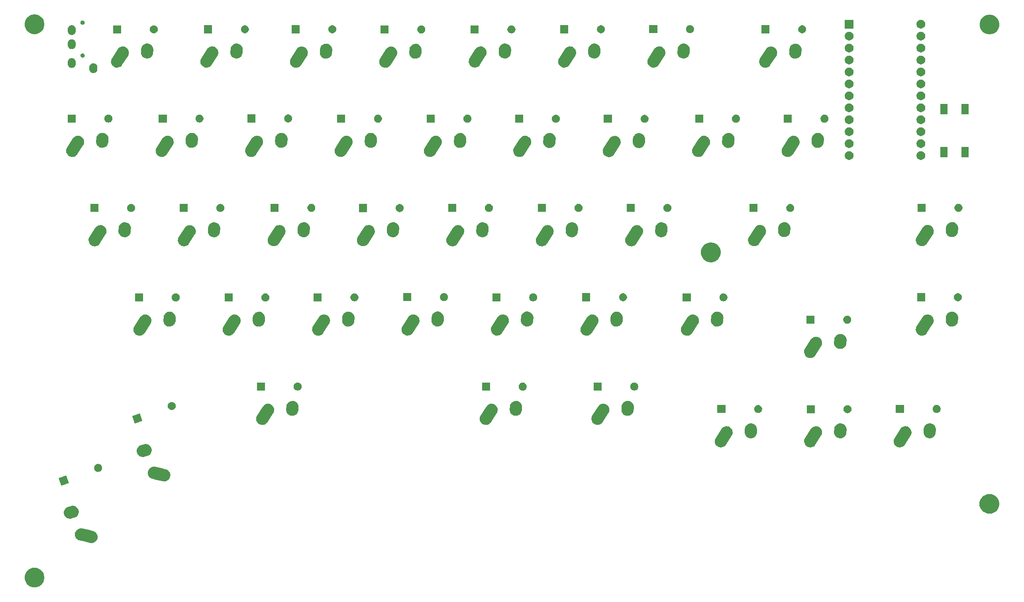
<source format=gbr>
G04 #@! TF.GenerationSoftware,KiCad,Pcbnew,(5.1.5)-3*
G04 #@! TF.CreationDate,2020-05-03T23:14:43-07:00*
G04 #@! TF.ProjectId,right,72696768-742e-46b6-9963-61645f706362,rev?*
G04 #@! TF.SameCoordinates,Original*
G04 #@! TF.FileFunction,Soldermask,Bot*
G04 #@! TF.FilePolarity,Negative*
%FSLAX46Y46*%
G04 Gerber Fmt 4.6, Leading zero omitted, Abs format (unit mm)*
G04 Created by KiCad (PCBNEW (5.1.5)-3) date 2020-05-03 23:14:43*
%MOMM*%
%LPD*%
G04 APERTURE LIST*
%ADD10C,0.100000*%
G04 APERTURE END LIST*
D10*
G36*
X24247536Y-139472827D02*
G01*
X24382839Y-139499740D01*
X24765197Y-139658118D01*
X25109310Y-139888047D01*
X25401953Y-140180690D01*
X25631882Y-140524803D01*
X25790260Y-140907161D01*
X25871000Y-141313070D01*
X25871000Y-141726930D01*
X25790260Y-142132839D01*
X25631882Y-142515197D01*
X25401953Y-142859310D01*
X25109310Y-143151953D01*
X24765197Y-143381882D01*
X24382839Y-143540260D01*
X24247536Y-143567173D01*
X23976932Y-143621000D01*
X23563068Y-143621000D01*
X23292464Y-143567173D01*
X23157161Y-143540260D01*
X22774803Y-143381882D01*
X22430690Y-143151953D01*
X22138047Y-142859310D01*
X21908118Y-142515197D01*
X21749740Y-142132839D01*
X21669000Y-141726930D01*
X21669000Y-141313070D01*
X21749740Y-140907161D01*
X21908118Y-140524803D01*
X22138047Y-140180690D01*
X22430690Y-139888047D01*
X22774803Y-139658118D01*
X23157161Y-139499740D01*
X23292464Y-139472827D01*
X23563068Y-139419000D01*
X23976932Y-139419000D01*
X24247536Y-139472827D01*
G37*
G36*
X33886423Y-131095123D02*
G01*
X35418483Y-131434773D01*
X36207875Y-131609777D01*
X36390399Y-131669524D01*
X36613724Y-131795233D01*
X36680598Y-131852602D01*
X36808233Y-131962095D01*
X36966450Y-132163694D01*
X36999993Y-132229883D01*
X37082299Y-132392291D01*
X37151324Y-132639095D01*
X37167683Y-132852926D01*
X37170873Y-132894625D01*
X37140197Y-133149052D01*
X37060470Y-133392618D01*
X36934764Y-133615936D01*
X36767901Y-133810447D01*
X36566301Y-133968664D01*
X36450492Y-134027354D01*
X36337703Y-134084513D01*
X36090899Y-134153538D01*
X35835371Y-134173088D01*
X35644692Y-134150097D01*
X34093370Y-133806177D01*
X33323241Y-133635443D01*
X33140717Y-133575696D01*
X32917394Y-133449988D01*
X32917392Y-133449987D01*
X32722883Y-133283125D01*
X32564666Y-133081525D01*
X32525366Y-133003977D01*
X32448817Y-132852928D01*
X32379792Y-132606124D01*
X32360242Y-132350596D01*
X32382777Y-132163698D01*
X32390919Y-132096168D01*
X32470646Y-131852602D01*
X32596352Y-131629284D01*
X32596353Y-131629282D01*
X32763215Y-131434773D01*
X32964815Y-131276556D01*
X33042363Y-131237256D01*
X33193412Y-131160707D01*
X33440216Y-131091682D01*
X33695744Y-131072132D01*
X33886423Y-131095123D01*
G37*
G36*
X32014756Y-126250595D02*
G01*
X32021334Y-126250684D01*
X32168980Y-126282135D01*
X32271983Y-126304076D01*
X32342790Y-126334534D01*
X32507400Y-126405341D01*
X32718540Y-126550589D01*
X32806734Y-126641203D01*
X32897285Y-126734237D01*
X33036769Y-126949228D01*
X33131629Y-127187300D01*
X33178221Y-127439303D01*
X33176521Y-127564946D01*
X33174754Y-127695557D01*
X33121362Y-127946204D01*
X33020097Y-128181622D01*
X32874849Y-128392762D01*
X32784235Y-128480956D01*
X32691201Y-128571507D01*
X32476210Y-128710991D01*
X32301191Y-128780727D01*
X32297786Y-128782084D01*
X31617747Y-128978367D01*
X31505445Y-128999130D01*
X31428883Y-129013285D01*
X31179208Y-129009907D01*
X31172630Y-129009818D01*
X31005531Y-128974223D01*
X30921981Y-128956426D01*
X30851174Y-128925968D01*
X30686564Y-128855161D01*
X30475424Y-128709913D01*
X30387230Y-128619299D01*
X30296679Y-128526265D01*
X30157195Y-128311274D01*
X30062335Y-128073202D01*
X30015743Y-127821199D01*
X30019210Y-127564948D01*
X30072602Y-127314297D01*
X30126366Y-127189309D01*
X30173867Y-127078880D01*
X30319115Y-126867740D01*
X30409729Y-126779546D01*
X30502763Y-126688995D01*
X30717754Y-126549511D01*
X30896173Y-126478420D01*
X30896177Y-126478419D01*
X30896179Y-126478418D01*
X31576216Y-126282135D01*
X31688518Y-126261372D01*
X31765080Y-126247217D01*
X32014756Y-126250595D01*
G37*
G36*
X227167536Y-123802827D02*
G01*
X227302839Y-123829740D01*
X227685197Y-123988118D01*
X228029310Y-124218047D01*
X228321953Y-124510690D01*
X228551882Y-124854803D01*
X228710260Y-125237161D01*
X228791000Y-125643070D01*
X228791000Y-126056930D01*
X228710260Y-126462839D01*
X228551882Y-126845197D01*
X228321953Y-127189310D01*
X228029310Y-127481953D01*
X227685197Y-127711882D01*
X227302839Y-127870260D01*
X227167536Y-127897173D01*
X226896932Y-127951000D01*
X226483068Y-127951000D01*
X226212464Y-127897173D01*
X226077161Y-127870260D01*
X225694803Y-127711882D01*
X225350690Y-127481953D01*
X225058047Y-127189310D01*
X224828118Y-126845197D01*
X224669740Y-126462839D01*
X224589000Y-126056930D01*
X224589000Y-125643070D01*
X224669740Y-125237161D01*
X224828118Y-124854803D01*
X225058047Y-124510690D01*
X225350690Y-124218047D01*
X225694803Y-123988118D01*
X226077161Y-123829740D01*
X226212464Y-123802827D01*
X226483068Y-123749000D01*
X226896932Y-123749000D01*
X227167536Y-123802827D01*
G37*
G36*
X31045937Y-121382498D02*
G01*
X29446580Y-121964617D01*
X28864461Y-120365260D01*
X30463818Y-119783141D01*
X31045937Y-121382498D01*
G37*
G36*
X49366423Y-117975123D02*
G01*
X50786450Y-118289936D01*
X51687875Y-118489777D01*
X51870399Y-118549524D01*
X52093724Y-118675233D01*
X52160598Y-118732602D01*
X52288233Y-118842095D01*
X52446450Y-119043694D01*
X52453254Y-119057121D01*
X52562299Y-119272291D01*
X52631324Y-119519095D01*
X52647683Y-119732926D01*
X52650873Y-119774625D01*
X52620197Y-120029052D01*
X52540470Y-120272618D01*
X52414764Y-120495936D01*
X52247901Y-120690447D01*
X52046301Y-120848664D01*
X51930492Y-120907354D01*
X51817703Y-120964513D01*
X51570899Y-121033538D01*
X51315371Y-121053088D01*
X51124692Y-121030097D01*
X49573371Y-120686177D01*
X48803241Y-120515443D01*
X48620717Y-120455696D01*
X48397394Y-120329988D01*
X48397392Y-120329987D01*
X48202883Y-120163125D01*
X48044666Y-119961525D01*
X47954265Y-119783142D01*
X47928817Y-119732928D01*
X47859792Y-119486124D01*
X47840242Y-119230596D01*
X47862777Y-119043698D01*
X47870919Y-118976168D01*
X47914805Y-118842095D01*
X47950644Y-118732607D01*
X47950645Y-118732605D01*
X47950646Y-118732602D01*
X48076352Y-118509284D01*
X48076353Y-118509282D01*
X48243215Y-118314773D01*
X48274861Y-118289937D01*
X48444815Y-118156556D01*
X48522363Y-118117256D01*
X48673412Y-118040707D01*
X48920216Y-117971682D01*
X49175744Y-117952132D01*
X49366423Y-117975123D01*
G37*
G36*
X37533029Y-117387824D02*
G01*
X37687901Y-117451974D01*
X37827282Y-117545106D01*
X37945816Y-117663640D01*
X38038948Y-117803021D01*
X38103098Y-117957893D01*
X38135801Y-118122305D01*
X38135801Y-118289937D01*
X38103098Y-118454349D01*
X38038948Y-118609221D01*
X37945816Y-118748602D01*
X37827282Y-118867136D01*
X37687901Y-118960268D01*
X37533029Y-119024418D01*
X37368617Y-119057121D01*
X37200985Y-119057121D01*
X37036573Y-119024418D01*
X36881701Y-118960268D01*
X36742320Y-118867136D01*
X36623786Y-118748602D01*
X36530654Y-118609221D01*
X36466504Y-118454349D01*
X36433801Y-118289937D01*
X36433801Y-118122305D01*
X36466504Y-117957893D01*
X36530654Y-117803021D01*
X36623786Y-117663640D01*
X36742320Y-117545106D01*
X36881701Y-117451974D01*
X37036573Y-117387824D01*
X37200985Y-117355121D01*
X37368617Y-117355121D01*
X37533029Y-117387824D01*
G37*
G36*
X47494756Y-113130595D02*
G01*
X47501334Y-113130684D01*
X47648980Y-113162135D01*
X47751983Y-113184076D01*
X47822790Y-113214534D01*
X47987400Y-113285341D01*
X48198540Y-113430589D01*
X48239968Y-113473154D01*
X48377285Y-113614237D01*
X48516769Y-113829228D01*
X48611629Y-114067300D01*
X48658221Y-114319303D01*
X48656521Y-114444946D01*
X48654754Y-114575557D01*
X48601362Y-114826204D01*
X48500097Y-115061622D01*
X48354849Y-115272762D01*
X48264235Y-115360956D01*
X48171201Y-115451507D01*
X47956210Y-115590991D01*
X47781191Y-115660727D01*
X47777786Y-115662084D01*
X47097747Y-115858367D01*
X46985445Y-115879130D01*
X46908883Y-115893285D01*
X46659208Y-115889907D01*
X46652630Y-115889818D01*
X46485531Y-115854223D01*
X46401981Y-115836426D01*
X46331174Y-115805968D01*
X46166564Y-115735161D01*
X45955424Y-115589913D01*
X45867230Y-115499299D01*
X45776679Y-115406265D01*
X45637195Y-115191274D01*
X45542335Y-114953202D01*
X45495743Y-114701199D01*
X45499210Y-114444948D01*
X45552602Y-114194297D01*
X45583060Y-114123490D01*
X45653867Y-113958880D01*
X45799115Y-113747740D01*
X45908398Y-113641375D01*
X45982763Y-113568995D01*
X46197754Y-113429511D01*
X46376173Y-113358420D01*
X46376177Y-113358419D01*
X46376179Y-113358418D01*
X47056216Y-113162135D01*
X47168518Y-113141372D01*
X47245080Y-113127217D01*
X47494756Y-113130595D01*
G37*
G36*
X189971294Y-109347236D02*
G01*
X190056471Y-109353753D01*
X190096253Y-109364879D01*
X190303275Y-109422777D01*
X190531870Y-109538625D01*
X190733472Y-109696843D01*
X190900334Y-109891353D01*
X191026043Y-110114678D01*
X191102494Y-110348236D01*
X191105768Y-110358239D01*
X191131854Y-110574599D01*
X191136444Y-110612667D01*
X191116895Y-110868195D01*
X191093741Y-110950983D01*
X191047870Y-111115000D01*
X191009559Y-111190596D01*
X190961050Y-111286316D01*
X189683454Y-113291738D01*
X189683452Y-113291740D01*
X189564880Y-113442826D01*
X189370373Y-113609686D01*
X189233755Y-113686587D01*
X189147045Y-113735396D01*
X188934037Y-113805120D01*
X188903484Y-113815121D01*
X188649057Y-113845797D01*
X188649056Y-113845797D01*
X188393529Y-113826248D01*
X188146725Y-113757223D01*
X188146724Y-113757223D01*
X188146722Y-113757222D01*
X187918135Y-113641378D01*
X187918133Y-113641377D01*
X187918130Y-113641375D01*
X187716528Y-113483157D01*
X187716524Y-113483154D01*
X187549667Y-113288650D01*
X187423958Y-113065323D01*
X187423957Y-113065322D01*
X187344233Y-112821764D01*
X187344232Y-112821761D01*
X187313556Y-112567334D01*
X187314321Y-112557333D01*
X187333105Y-112311806D01*
X187402130Y-112065002D01*
X187402130Y-112065001D01*
X187482770Y-111905880D01*
X187488950Y-111893685D01*
X188766545Y-109888262D01*
X188885119Y-109737175D01*
X189029052Y-109613701D01*
X189079630Y-109570312D01*
X189302948Y-109444606D01*
X189333504Y-109434604D01*
X189546511Y-109364880D01*
X189546512Y-109364880D01*
X189546515Y-109364879D01*
X189800941Y-109334203D01*
X189800943Y-109334203D01*
X189971294Y-109347236D01*
G37*
G36*
X170961294Y-109347236D02*
G01*
X171046471Y-109353753D01*
X171086253Y-109364879D01*
X171293275Y-109422777D01*
X171521870Y-109538625D01*
X171723472Y-109696843D01*
X171890334Y-109891353D01*
X172016043Y-110114678D01*
X172092494Y-110348236D01*
X172095768Y-110358239D01*
X172121854Y-110574599D01*
X172126444Y-110612667D01*
X172106895Y-110868195D01*
X172083741Y-110950983D01*
X172037870Y-111115000D01*
X171999559Y-111190596D01*
X171951050Y-111286316D01*
X170673454Y-113291738D01*
X170673452Y-113291740D01*
X170554880Y-113442826D01*
X170360373Y-113609686D01*
X170223755Y-113686587D01*
X170137045Y-113735396D01*
X169924037Y-113805120D01*
X169893484Y-113815121D01*
X169639057Y-113845797D01*
X169639056Y-113845797D01*
X169383529Y-113826248D01*
X169136725Y-113757223D01*
X169136724Y-113757223D01*
X169136722Y-113757222D01*
X168908135Y-113641378D01*
X168908133Y-113641377D01*
X168908130Y-113641375D01*
X168706528Y-113483157D01*
X168706524Y-113483154D01*
X168539667Y-113288650D01*
X168413958Y-113065323D01*
X168413957Y-113065322D01*
X168334233Y-112821764D01*
X168334232Y-112821761D01*
X168303556Y-112567334D01*
X168304321Y-112557333D01*
X168323105Y-112311806D01*
X168392130Y-112065002D01*
X168392130Y-112065001D01*
X168472770Y-111905880D01*
X168478950Y-111893685D01*
X169756545Y-109888262D01*
X169875119Y-109737175D01*
X170019052Y-109613701D01*
X170069630Y-109570312D01*
X170292948Y-109444606D01*
X170323504Y-109434604D01*
X170536511Y-109364880D01*
X170536512Y-109364880D01*
X170536515Y-109364879D01*
X170790941Y-109334203D01*
X170790943Y-109334203D01*
X170961294Y-109347236D01*
G37*
G36*
X208931647Y-109334203D02*
G01*
X209056471Y-109343753D01*
X209096253Y-109354879D01*
X209303275Y-109412777D01*
X209531870Y-109528625D01*
X209733472Y-109686843D01*
X209900334Y-109881353D01*
X210026043Y-110104678D01*
X210104358Y-110343931D01*
X210105768Y-110348239D01*
X210133060Y-110574599D01*
X210136444Y-110602667D01*
X210116895Y-110858195D01*
X210093741Y-110940983D01*
X210047870Y-111105000D01*
X210009559Y-111180596D01*
X209961050Y-111276316D01*
X208683454Y-113281738D01*
X208678029Y-113288650D01*
X208564880Y-113432826D01*
X208370373Y-113599686D01*
X208233755Y-113676587D01*
X208147045Y-113725396D01*
X207909834Y-113803042D01*
X207903484Y-113805121D01*
X207649057Y-113835797D01*
X207649056Y-113835797D01*
X207393529Y-113816248D01*
X207146725Y-113747223D01*
X207146724Y-113747223D01*
X207146722Y-113747222D01*
X206918135Y-113631378D01*
X206918133Y-113631377D01*
X206918130Y-113631375D01*
X206716528Y-113473157D01*
X206716524Y-113473154D01*
X206549667Y-113278650D01*
X206464427Y-113127218D01*
X206423957Y-113055322D01*
X206344233Y-112811764D01*
X206344232Y-112811761D01*
X206313556Y-112557334D01*
X206313556Y-112557333D01*
X206333105Y-112301806D01*
X206399333Y-112065002D01*
X206402130Y-112055001D01*
X206483882Y-111893686D01*
X206488950Y-111883685D01*
X207766545Y-109878262D01*
X207885119Y-109727175D01*
X208017395Y-109613701D01*
X208079630Y-109560312D01*
X208302948Y-109434606D01*
X208302954Y-109434604D01*
X208546511Y-109354880D01*
X208546512Y-109354880D01*
X208546515Y-109354879D01*
X208800941Y-109324203D01*
X208800943Y-109324203D01*
X208931647Y-109334203D01*
G37*
G36*
X176351379Y-108768813D02*
G01*
X176590991Y-108859713D01*
X176727979Y-108945396D01*
X176808265Y-108995613D01*
X176994852Y-109171288D01*
X177103824Y-109324203D01*
X177143580Y-109379990D01*
X177248735Y-109613697D01*
X177248736Y-109613701D01*
X177306276Y-109863428D01*
X177312058Y-110055394D01*
X177312057Y-110055402D01*
X177263916Y-110761571D01*
X177232135Y-110950983D01*
X177141235Y-111190595D01*
X177011590Y-111397869D01*
X177005335Y-111407869D01*
X176829660Y-111594456D01*
X176673398Y-111705813D01*
X176620958Y-111743184D01*
X176387251Y-111848339D01*
X176387247Y-111848340D01*
X176137521Y-111905880D01*
X175881366Y-111913594D01*
X175881362Y-111913594D01*
X175628621Y-111871187D01*
X175389009Y-111780287D01*
X175171735Y-111644387D01*
X175118703Y-111594456D01*
X174985148Y-111468712D01*
X174855166Y-111286315D01*
X174836420Y-111260010D01*
X174731265Y-111026303D01*
X174673724Y-110776571D01*
X174672971Y-110751571D01*
X174667942Y-110584608D01*
X174716084Y-109878428D01*
X174741463Y-109727175D01*
X174747865Y-109689017D01*
X174838765Y-109449405D01*
X174974665Y-109232131D01*
X175031950Y-109171288D01*
X175150340Y-109045544D01*
X175306602Y-108934187D01*
X175359042Y-108896816D01*
X175592749Y-108791661D01*
X175592753Y-108791660D01*
X175842479Y-108734120D01*
X176098634Y-108726406D01*
X176098638Y-108726406D01*
X176351379Y-108768813D01*
G37*
G36*
X195361379Y-108768813D02*
G01*
X195600991Y-108859713D01*
X195737979Y-108945396D01*
X195818265Y-108995613D01*
X196004852Y-109171288D01*
X196113824Y-109324203D01*
X196153580Y-109379990D01*
X196258735Y-109613697D01*
X196258736Y-109613701D01*
X196316276Y-109863428D01*
X196322058Y-110055394D01*
X196322057Y-110055402D01*
X196273916Y-110761571D01*
X196242135Y-110950983D01*
X196151235Y-111190595D01*
X196021590Y-111397869D01*
X196015335Y-111407869D01*
X195839660Y-111594456D01*
X195683398Y-111705813D01*
X195630958Y-111743184D01*
X195397251Y-111848339D01*
X195397247Y-111848340D01*
X195147521Y-111905880D01*
X194891366Y-111913594D01*
X194891362Y-111913594D01*
X194638621Y-111871187D01*
X194399009Y-111780287D01*
X194181735Y-111644387D01*
X194128703Y-111594456D01*
X193995148Y-111468712D01*
X193865166Y-111286315D01*
X193846420Y-111260010D01*
X193741265Y-111026303D01*
X193683724Y-110776571D01*
X193682971Y-110751571D01*
X193677942Y-110584608D01*
X193726084Y-109878428D01*
X193751463Y-109727175D01*
X193757865Y-109689017D01*
X193848765Y-109449405D01*
X193984665Y-109232131D01*
X194041950Y-109171288D01*
X194160340Y-109045544D01*
X194316602Y-108934187D01*
X194369042Y-108896816D01*
X194602749Y-108791661D01*
X194602753Y-108791660D01*
X194852479Y-108734120D01*
X195108634Y-108726406D01*
X195108638Y-108726406D01*
X195361379Y-108768813D01*
G37*
G36*
X214361379Y-108758813D02*
G01*
X214600991Y-108849713D01*
X214676298Y-108896816D01*
X214818265Y-108985613D01*
X215004852Y-109161288D01*
X215116209Y-109317550D01*
X215153580Y-109369990D01*
X215258735Y-109603697D01*
X215258736Y-109603701D01*
X215316276Y-109853428D01*
X215322058Y-110045394D01*
X215305455Y-110288928D01*
X215273916Y-110751571D01*
X215242135Y-110940983D01*
X215151235Y-111180595D01*
X215085109Y-111286316D01*
X215015335Y-111397869D01*
X214839660Y-111584456D01*
X214683398Y-111695813D01*
X214630958Y-111733184D01*
X214397251Y-111838339D01*
X214397247Y-111838340D01*
X214147521Y-111895880D01*
X213891366Y-111903594D01*
X213891362Y-111903594D01*
X213638621Y-111861187D01*
X213399009Y-111770287D01*
X213181735Y-111634387D01*
X213128703Y-111584456D01*
X212995148Y-111458712D01*
X212872293Y-111286316D01*
X212846420Y-111250010D01*
X212741265Y-111016303D01*
X212741264Y-111016299D01*
X212683724Y-110766572D01*
X212677942Y-110574608D01*
X212726084Y-109868428D01*
X212749785Y-109727175D01*
X212757865Y-109679017D01*
X212848765Y-109439405D01*
X212984665Y-109222131D01*
X213041950Y-109161288D01*
X213160340Y-109035544D01*
X213355010Y-108896816D01*
X213369042Y-108886816D01*
X213602749Y-108781661D01*
X213602753Y-108781660D01*
X213852479Y-108724120D01*
X214108634Y-108716406D01*
X214108638Y-108716406D01*
X214361379Y-108758813D01*
G37*
G36*
X73531294Y-104567236D02*
G01*
X73616471Y-104573753D01*
X73656253Y-104584879D01*
X73863275Y-104642777D01*
X74091870Y-104758625D01*
X74091872Y-104758626D01*
X74091873Y-104758627D01*
X74235957Y-104871705D01*
X74293472Y-104916843D01*
X74460334Y-105111353D01*
X74586043Y-105334678D01*
X74662494Y-105568236D01*
X74665768Y-105578239D01*
X74691332Y-105790268D01*
X74696444Y-105832667D01*
X74676895Y-106088195D01*
X74630948Y-106252481D01*
X74607870Y-106335000D01*
X74569559Y-106410596D01*
X74521050Y-106506316D01*
X73243454Y-108511738D01*
X73243452Y-108511740D01*
X73124880Y-108662826D01*
X72930373Y-108829686D01*
X72811114Y-108896816D01*
X72707045Y-108955396D01*
X72494037Y-109025120D01*
X72463484Y-109035121D01*
X72209057Y-109065797D01*
X72209056Y-109065797D01*
X71953529Y-109046248D01*
X71706725Y-108977223D01*
X71706724Y-108977223D01*
X71706722Y-108977222D01*
X71478135Y-108861378D01*
X71478133Y-108861377D01*
X71478130Y-108861375D01*
X71276528Y-108703157D01*
X71276524Y-108703154D01*
X71109667Y-108508650D01*
X70983958Y-108285323D01*
X70983957Y-108285322D01*
X70904233Y-108041764D01*
X70904232Y-108041761D01*
X70873556Y-107787334D01*
X70874321Y-107777333D01*
X70893105Y-107531806D01*
X70962130Y-107285002D01*
X70962130Y-107285001D01*
X71042770Y-107125880D01*
X71048950Y-107113685D01*
X72326545Y-105108262D01*
X72445119Y-104957175D01*
X72589052Y-104833701D01*
X72639630Y-104790312D01*
X72862948Y-104664606D01*
X72893504Y-104654604D01*
X73106511Y-104584880D01*
X73106512Y-104584880D01*
X73106515Y-104584879D01*
X73360941Y-104554203D01*
X73360943Y-104554203D01*
X73531294Y-104567236D01*
G37*
G36*
X121031294Y-104567236D02*
G01*
X121116471Y-104573753D01*
X121156253Y-104584879D01*
X121363275Y-104642777D01*
X121591870Y-104758625D01*
X121591872Y-104758626D01*
X121591873Y-104758627D01*
X121735957Y-104871705D01*
X121793472Y-104916843D01*
X121960334Y-105111353D01*
X122086043Y-105334678D01*
X122162494Y-105568236D01*
X122165768Y-105578239D01*
X122191332Y-105790268D01*
X122196444Y-105832667D01*
X122176895Y-106088195D01*
X122130948Y-106252481D01*
X122107870Y-106335000D01*
X122069559Y-106410596D01*
X122021050Y-106506316D01*
X120743454Y-108511738D01*
X120743452Y-108511740D01*
X120624880Y-108662826D01*
X120430373Y-108829686D01*
X120311114Y-108896816D01*
X120207045Y-108955396D01*
X119994037Y-109025120D01*
X119963484Y-109035121D01*
X119709057Y-109065797D01*
X119709056Y-109065797D01*
X119453529Y-109046248D01*
X119206725Y-108977223D01*
X119206724Y-108977223D01*
X119206722Y-108977222D01*
X118978135Y-108861378D01*
X118978133Y-108861377D01*
X118978130Y-108861375D01*
X118776528Y-108703157D01*
X118776524Y-108703154D01*
X118609667Y-108508650D01*
X118483958Y-108285323D01*
X118483957Y-108285322D01*
X118404233Y-108041764D01*
X118404232Y-108041761D01*
X118373556Y-107787334D01*
X118374321Y-107777333D01*
X118393105Y-107531806D01*
X118462130Y-107285002D01*
X118462130Y-107285001D01*
X118542770Y-107125880D01*
X118548950Y-107113685D01*
X119826545Y-105108262D01*
X119945119Y-104957175D01*
X120089052Y-104833701D01*
X120139630Y-104790312D01*
X120362948Y-104664606D01*
X120393504Y-104654604D01*
X120606511Y-104584880D01*
X120606512Y-104584880D01*
X120606515Y-104584879D01*
X120860941Y-104554203D01*
X120860943Y-104554203D01*
X121031294Y-104567236D01*
G37*
G36*
X144731647Y-104554203D02*
G01*
X144856471Y-104563753D01*
X144896253Y-104574879D01*
X145103275Y-104632777D01*
X145331870Y-104748625D01*
X145331872Y-104748626D01*
X145331873Y-104748627D01*
X145488699Y-104871705D01*
X145533472Y-104906843D01*
X145700334Y-105101353D01*
X145826043Y-105324678D01*
X145870918Y-105461772D01*
X145905768Y-105568239D01*
X145933060Y-105794599D01*
X145936444Y-105822667D01*
X145916895Y-106078195D01*
X145873745Y-106232480D01*
X145847870Y-106325000D01*
X145809559Y-106400596D01*
X145761050Y-106496316D01*
X144483454Y-108501738D01*
X144478029Y-108508650D01*
X144364880Y-108652826D01*
X144170373Y-108819686D01*
X144051114Y-108886816D01*
X143947045Y-108945396D01*
X143793631Y-108995613D01*
X143703484Y-109025121D01*
X143449057Y-109055797D01*
X143449056Y-109055797D01*
X143193529Y-109036248D01*
X142946725Y-108967223D01*
X142946724Y-108967223D01*
X142946722Y-108967222D01*
X142718135Y-108851378D01*
X142718133Y-108851377D01*
X142718130Y-108851375D01*
X142516528Y-108693157D01*
X142516524Y-108693154D01*
X142349667Y-108498650D01*
X142223958Y-108275323D01*
X142223957Y-108275322D01*
X142144233Y-108031764D01*
X142144232Y-108031761D01*
X142113556Y-107777334D01*
X142113556Y-107777333D01*
X142133105Y-107521806D01*
X142199333Y-107285002D01*
X142202130Y-107275001D01*
X142283882Y-107113686D01*
X142288950Y-107103685D01*
X143566545Y-105098262D01*
X143685119Y-104947175D01*
X143817395Y-104833701D01*
X143879630Y-104780312D01*
X144102948Y-104654606D01*
X144102954Y-104654604D01*
X144346511Y-104574880D01*
X144346512Y-104574880D01*
X144346515Y-104574879D01*
X144600941Y-104544203D01*
X144600943Y-104544203D01*
X144731647Y-104554203D01*
G37*
G36*
X46695937Y-108212498D02*
G01*
X45096580Y-108794617D01*
X44514461Y-107195260D01*
X46113818Y-106613141D01*
X46695937Y-108212498D01*
G37*
G36*
X78921379Y-103988813D02*
G01*
X79160991Y-104079713D01*
X79329515Y-104185121D01*
X79378265Y-104215613D01*
X79564852Y-104391288D01*
X79673824Y-104544203D01*
X79713580Y-104599990D01*
X79818735Y-104833697D01*
X79818736Y-104833701D01*
X79876276Y-105083428D01*
X79882058Y-105275394D01*
X79881273Y-105286903D01*
X79833916Y-105981571D01*
X79802135Y-106170983D01*
X79711235Y-106410595D01*
X79617160Y-106561000D01*
X79575335Y-106627869D01*
X79399660Y-106814456D01*
X79243398Y-106925813D01*
X79190958Y-106963184D01*
X78957251Y-107068339D01*
X78957247Y-107068340D01*
X78707521Y-107125880D01*
X78451366Y-107133594D01*
X78451362Y-107133594D01*
X78198621Y-107091187D01*
X77959009Y-107000287D01*
X77741735Y-106864387D01*
X77688703Y-106814456D01*
X77555148Y-106688712D01*
X77435631Y-106521000D01*
X77406420Y-106480010D01*
X77301265Y-106246303D01*
X77281606Y-106160983D01*
X77243724Y-105996572D01*
X77237942Y-105804608D01*
X77286084Y-105098428D01*
X77309785Y-104957175D01*
X77317865Y-104909017D01*
X77408765Y-104669405D01*
X77544665Y-104452131D01*
X77601950Y-104391288D01*
X77720340Y-104265544D01*
X77876602Y-104154187D01*
X77929042Y-104116816D01*
X78162749Y-104011661D01*
X78162753Y-104011660D01*
X78412479Y-103954120D01*
X78668634Y-103946406D01*
X78668638Y-103946406D01*
X78921379Y-103988813D01*
G37*
G36*
X126421379Y-103988813D02*
G01*
X126660991Y-104079713D01*
X126829515Y-104185121D01*
X126878265Y-104215613D01*
X127064852Y-104391288D01*
X127173824Y-104544203D01*
X127213580Y-104599990D01*
X127318735Y-104833697D01*
X127318736Y-104833701D01*
X127376276Y-105083428D01*
X127382058Y-105275394D01*
X127381273Y-105286903D01*
X127333916Y-105981571D01*
X127302135Y-106170983D01*
X127211235Y-106410595D01*
X127117160Y-106561000D01*
X127075335Y-106627869D01*
X126899660Y-106814456D01*
X126743398Y-106925813D01*
X126690958Y-106963184D01*
X126457251Y-107068339D01*
X126457247Y-107068340D01*
X126207521Y-107125880D01*
X125951366Y-107133594D01*
X125951362Y-107133594D01*
X125698621Y-107091187D01*
X125459009Y-107000287D01*
X125241735Y-106864387D01*
X125188703Y-106814456D01*
X125055148Y-106688712D01*
X124935631Y-106521000D01*
X124906420Y-106480010D01*
X124801265Y-106246303D01*
X124781606Y-106160983D01*
X124743724Y-105996572D01*
X124737942Y-105804608D01*
X124786084Y-105098428D01*
X124809785Y-104957175D01*
X124817865Y-104909017D01*
X124908765Y-104669405D01*
X125044665Y-104452131D01*
X125101950Y-104391288D01*
X125220340Y-104265544D01*
X125376602Y-104154187D01*
X125429042Y-104116816D01*
X125662749Y-104011661D01*
X125662753Y-104011660D01*
X125912479Y-103954120D01*
X126168634Y-103946406D01*
X126168638Y-103946406D01*
X126421379Y-103988813D01*
G37*
G36*
X150161379Y-103978813D02*
G01*
X150400991Y-104069713D01*
X150476298Y-104116816D01*
X150618265Y-104205613D01*
X150804852Y-104381288D01*
X150884917Y-104493640D01*
X150953580Y-104589990D01*
X151058735Y-104823697D01*
X151058736Y-104823701D01*
X151116276Y-105073428D01*
X151122058Y-105265394D01*
X151108670Y-105461771D01*
X151073916Y-105971571D01*
X151042135Y-106160983D01*
X150951235Y-106400595D01*
X150871360Y-106528297D01*
X150815335Y-106617869D01*
X150639660Y-106804456D01*
X150483398Y-106915813D01*
X150430958Y-106953184D01*
X150197251Y-107058339D01*
X150197247Y-107058340D01*
X149947521Y-107115880D01*
X149691366Y-107123594D01*
X149691362Y-107123594D01*
X149438621Y-107081187D01*
X149199009Y-106990287D01*
X148981735Y-106854387D01*
X148928703Y-106804456D01*
X148795148Y-106678712D01*
X148673705Y-106508297D01*
X148646420Y-106470010D01*
X148541265Y-106236303D01*
X148535776Y-106212480D01*
X148483724Y-105986572D01*
X148477942Y-105794608D01*
X148526084Y-105088428D01*
X148548924Y-104952306D01*
X148557865Y-104899017D01*
X148648765Y-104659405D01*
X148784665Y-104442131D01*
X148841950Y-104381288D01*
X148960340Y-104255544D01*
X149155010Y-104116816D01*
X149169042Y-104106816D01*
X149402749Y-104001661D01*
X149402753Y-104001660D01*
X149652479Y-103944120D01*
X149908634Y-103936406D01*
X149908638Y-103936406D01*
X150161379Y-103978813D01*
G37*
G36*
X189581000Y-106561000D02*
G01*
X187879000Y-106561000D01*
X187879000Y-104859000D01*
X189581000Y-104859000D01*
X189581000Y-106561000D01*
G37*
G36*
X196778228Y-104891703D02*
G01*
X196933100Y-104955853D01*
X197072481Y-105048985D01*
X197191015Y-105167519D01*
X197284147Y-105306900D01*
X197348297Y-105461772D01*
X197381000Y-105626184D01*
X197381000Y-105793816D01*
X197348297Y-105958228D01*
X197284147Y-106113100D01*
X197191015Y-106252481D01*
X197072481Y-106371015D01*
X196933100Y-106464147D01*
X196778228Y-106528297D01*
X196613816Y-106561000D01*
X196446184Y-106561000D01*
X196281772Y-106528297D01*
X196126900Y-106464147D01*
X195987519Y-106371015D01*
X195868985Y-106252481D01*
X195775853Y-106113100D01*
X195711703Y-105958228D01*
X195679000Y-105793816D01*
X195679000Y-105626184D01*
X195711703Y-105461772D01*
X195775853Y-105306900D01*
X195868985Y-105167519D01*
X195987519Y-105048985D01*
X196126900Y-104955853D01*
X196281772Y-104891703D01*
X196446184Y-104859000D01*
X196613816Y-104859000D01*
X196778228Y-104891703D01*
G37*
G36*
X177778228Y-104871703D02*
G01*
X177933100Y-104935853D01*
X178072481Y-105028985D01*
X178191015Y-105147519D01*
X178284147Y-105286900D01*
X178348297Y-105441772D01*
X178381000Y-105606184D01*
X178381000Y-105773816D01*
X178348297Y-105938228D01*
X178284147Y-106093100D01*
X178191015Y-106232481D01*
X178072481Y-106351015D01*
X177933100Y-106444147D01*
X177778228Y-106508297D01*
X177613816Y-106541000D01*
X177446184Y-106541000D01*
X177281772Y-106508297D01*
X177126900Y-106444147D01*
X176987519Y-106351015D01*
X176868985Y-106232481D01*
X176775853Y-106093100D01*
X176711703Y-105938228D01*
X176679000Y-105773816D01*
X176679000Y-105606184D01*
X176711703Y-105441772D01*
X176775853Y-105286900D01*
X176868985Y-105147519D01*
X176987519Y-105028985D01*
X177126900Y-104935853D01*
X177281772Y-104871703D01*
X177446184Y-104839000D01*
X177613816Y-104839000D01*
X177778228Y-104871703D01*
G37*
G36*
X170581000Y-106541000D02*
G01*
X168879000Y-106541000D01*
X168879000Y-104839000D01*
X170581000Y-104839000D01*
X170581000Y-106541000D01*
G37*
G36*
X215708228Y-104851703D02*
G01*
X215863100Y-104915853D01*
X216002481Y-105008985D01*
X216121015Y-105127519D01*
X216214147Y-105266900D01*
X216278297Y-105421772D01*
X216311000Y-105586184D01*
X216311000Y-105753816D01*
X216278297Y-105918228D01*
X216214147Y-106073100D01*
X216121015Y-106212481D01*
X216002481Y-106331015D01*
X215863100Y-106424147D01*
X215708228Y-106488297D01*
X215543816Y-106521000D01*
X215376184Y-106521000D01*
X215211772Y-106488297D01*
X215056900Y-106424147D01*
X214917519Y-106331015D01*
X214798985Y-106212481D01*
X214705853Y-106073100D01*
X214641703Y-105918228D01*
X214609000Y-105753816D01*
X214609000Y-105586184D01*
X214641703Y-105421772D01*
X214705853Y-105266900D01*
X214798985Y-105127519D01*
X214917519Y-105008985D01*
X215056900Y-104915853D01*
X215211772Y-104851703D01*
X215376184Y-104819000D01*
X215543816Y-104819000D01*
X215708228Y-104851703D01*
G37*
G36*
X208511000Y-106521000D02*
G01*
X206809000Y-106521000D01*
X206809000Y-104819000D01*
X208511000Y-104819000D01*
X208511000Y-106521000D01*
G37*
G36*
X53183029Y-104217824D02*
G01*
X53337901Y-104281974D01*
X53477282Y-104375106D01*
X53595816Y-104493640D01*
X53688948Y-104633021D01*
X53753098Y-104787893D01*
X53785801Y-104952305D01*
X53785801Y-105119937D01*
X53753098Y-105284349D01*
X53688948Y-105439221D01*
X53595816Y-105578602D01*
X53477282Y-105697136D01*
X53337901Y-105790268D01*
X53183029Y-105854418D01*
X53018617Y-105887121D01*
X52850985Y-105887121D01*
X52686573Y-105854418D01*
X52531701Y-105790268D01*
X52392320Y-105697136D01*
X52273786Y-105578602D01*
X52180654Y-105439221D01*
X52116504Y-105284349D01*
X52083801Y-105119937D01*
X52083801Y-104952305D01*
X52116504Y-104787893D01*
X52180654Y-104633021D01*
X52273786Y-104493640D01*
X52392320Y-104375106D01*
X52531701Y-104281974D01*
X52686573Y-104217824D01*
X52850985Y-104185121D01*
X53018617Y-104185121D01*
X53183029Y-104217824D01*
G37*
G36*
X127748228Y-100091703D02*
G01*
X127903100Y-100155853D01*
X128042481Y-100248985D01*
X128161015Y-100367519D01*
X128254147Y-100506900D01*
X128318297Y-100661772D01*
X128351000Y-100826184D01*
X128351000Y-100993816D01*
X128318297Y-101158228D01*
X128254147Y-101313100D01*
X128161015Y-101452481D01*
X128042481Y-101571015D01*
X127903100Y-101664147D01*
X127748228Y-101728297D01*
X127583816Y-101761000D01*
X127416184Y-101761000D01*
X127251772Y-101728297D01*
X127096900Y-101664147D01*
X126957519Y-101571015D01*
X126838985Y-101452481D01*
X126745853Y-101313100D01*
X126681703Y-101158228D01*
X126649000Y-100993816D01*
X126649000Y-100826184D01*
X126681703Y-100661772D01*
X126745853Y-100506900D01*
X126838985Y-100367519D01*
X126957519Y-100248985D01*
X127096900Y-100155853D01*
X127251772Y-100091703D01*
X127416184Y-100059000D01*
X127583816Y-100059000D01*
X127748228Y-100091703D01*
G37*
G36*
X120551000Y-101761000D02*
G01*
X118849000Y-101761000D01*
X118849000Y-100059000D01*
X120551000Y-100059000D01*
X120551000Y-101761000D01*
G37*
G36*
X151458228Y-100081703D02*
G01*
X151613100Y-100145853D01*
X151752481Y-100238985D01*
X151871015Y-100357519D01*
X151964147Y-100496900D01*
X152028297Y-100651772D01*
X152061000Y-100816184D01*
X152061000Y-100983816D01*
X152028297Y-101148228D01*
X151964147Y-101303100D01*
X151871015Y-101442481D01*
X151752481Y-101561015D01*
X151613100Y-101654147D01*
X151458228Y-101718297D01*
X151293816Y-101751000D01*
X151126184Y-101751000D01*
X150961772Y-101718297D01*
X150806900Y-101654147D01*
X150667519Y-101561015D01*
X150548985Y-101442481D01*
X150455853Y-101303100D01*
X150391703Y-101148228D01*
X150359000Y-100983816D01*
X150359000Y-100816184D01*
X150391703Y-100651772D01*
X150455853Y-100496900D01*
X150548985Y-100357519D01*
X150667519Y-100238985D01*
X150806900Y-100145853D01*
X150961772Y-100081703D01*
X151126184Y-100049000D01*
X151293816Y-100049000D01*
X151458228Y-100081703D01*
G37*
G36*
X144261000Y-101751000D02*
G01*
X142559000Y-101751000D01*
X142559000Y-100049000D01*
X144261000Y-100049000D01*
X144261000Y-101751000D01*
G37*
G36*
X79933228Y-100081703D02*
G01*
X80088100Y-100145853D01*
X80227481Y-100238985D01*
X80346015Y-100357519D01*
X80439147Y-100496900D01*
X80503297Y-100651772D01*
X80536000Y-100816184D01*
X80536000Y-100983816D01*
X80503297Y-101148228D01*
X80439147Y-101303100D01*
X80346015Y-101442481D01*
X80227481Y-101561015D01*
X80088100Y-101654147D01*
X79933228Y-101718297D01*
X79768816Y-101751000D01*
X79601184Y-101751000D01*
X79436772Y-101718297D01*
X79281900Y-101654147D01*
X79142519Y-101561015D01*
X79023985Y-101442481D01*
X78930853Y-101303100D01*
X78866703Y-101148228D01*
X78834000Y-100983816D01*
X78834000Y-100816184D01*
X78866703Y-100651772D01*
X78930853Y-100496900D01*
X79023985Y-100357519D01*
X79142519Y-100238985D01*
X79281900Y-100145853D01*
X79436772Y-100081703D01*
X79601184Y-100049000D01*
X79768816Y-100049000D01*
X79933228Y-100081703D01*
G37*
G36*
X72736000Y-101751000D02*
G01*
X71034000Y-101751000D01*
X71034000Y-100049000D01*
X72736000Y-100049000D01*
X72736000Y-101751000D01*
G37*
G36*
X189971294Y-90337236D02*
G01*
X190056471Y-90343753D01*
X190096253Y-90354879D01*
X190303275Y-90412777D01*
X190531870Y-90528625D01*
X190733472Y-90686843D01*
X190900334Y-90881353D01*
X191026043Y-91104678D01*
X191104358Y-91343931D01*
X191105768Y-91348239D01*
X191133060Y-91574599D01*
X191136444Y-91602667D01*
X191116895Y-91858195D01*
X191093741Y-91940983D01*
X191047870Y-92105000D01*
X191009559Y-92180596D01*
X190961050Y-92276316D01*
X189683454Y-94281738D01*
X189683452Y-94281740D01*
X189564880Y-94432826D01*
X189370373Y-94599686D01*
X189233755Y-94676587D01*
X189147045Y-94725396D01*
X188909834Y-94803042D01*
X188903484Y-94805121D01*
X188649057Y-94835797D01*
X188649056Y-94835797D01*
X188393529Y-94816248D01*
X188146725Y-94747223D01*
X188146724Y-94747223D01*
X188146722Y-94747222D01*
X187918135Y-94631378D01*
X187918133Y-94631377D01*
X187918130Y-94631375D01*
X187716528Y-94473157D01*
X187716524Y-94473154D01*
X187549667Y-94278650D01*
X187423958Y-94055323D01*
X187423957Y-94055322D01*
X187344233Y-93811764D01*
X187344232Y-93811761D01*
X187313556Y-93557334D01*
X187313556Y-93557333D01*
X187333105Y-93301806D01*
X187402130Y-93055002D01*
X187402130Y-93055001D01*
X187482770Y-92895880D01*
X187488950Y-92883685D01*
X188766545Y-90878262D01*
X188885119Y-90727175D01*
X189029052Y-90603701D01*
X189079630Y-90560312D01*
X189302948Y-90434606D01*
X189302954Y-90434604D01*
X189546511Y-90354880D01*
X189546512Y-90354880D01*
X189546515Y-90354879D01*
X189800941Y-90324203D01*
X189800943Y-90324203D01*
X189971294Y-90337236D01*
G37*
G36*
X195361379Y-89758813D02*
G01*
X195600991Y-89849713D01*
X195667599Y-89891375D01*
X195818265Y-89985613D01*
X196004852Y-90161288D01*
X196116209Y-90317550D01*
X196153580Y-90369990D01*
X196258735Y-90603697D01*
X196258736Y-90603701D01*
X196316276Y-90853428D01*
X196322058Y-91045394D01*
X196322057Y-91045402D01*
X196273916Y-91751571D01*
X196242135Y-91940983D01*
X196151235Y-92180595D01*
X196015335Y-92397869D01*
X195839660Y-92584456D01*
X195683398Y-92695813D01*
X195630958Y-92733184D01*
X195397251Y-92838339D01*
X195397247Y-92838340D01*
X195147521Y-92895880D01*
X194891366Y-92903594D01*
X194891362Y-92903594D01*
X194638621Y-92861187D01*
X194399009Y-92770287D01*
X194181735Y-92634387D01*
X194128703Y-92584456D01*
X193995148Y-92458712D01*
X193865166Y-92276315D01*
X193846420Y-92250010D01*
X193741265Y-92016303D01*
X193683724Y-91766571D01*
X193683272Y-91751571D01*
X193677942Y-91574608D01*
X193726084Y-90868428D01*
X193749785Y-90727175D01*
X193757865Y-90679017D01*
X193848765Y-90439405D01*
X193984665Y-90222131D01*
X194041950Y-90161288D01*
X194160340Y-90035544D01*
X194316602Y-89924187D01*
X194369042Y-89886816D01*
X194602749Y-89781661D01*
X194602753Y-89781660D01*
X194852479Y-89724120D01*
X195108634Y-89716406D01*
X195108638Y-89716406D01*
X195361379Y-89758813D01*
G37*
G36*
X66370483Y-85594879D02*
G01*
X66486471Y-85603753D01*
X66526253Y-85614879D01*
X66733275Y-85672777D01*
X66961870Y-85788625D01*
X66961872Y-85788626D01*
X66961873Y-85788627D01*
X67137988Y-85926843D01*
X67163472Y-85946843D01*
X67330334Y-86141353D01*
X67456043Y-86364678D01*
X67525947Y-86578236D01*
X67535768Y-86608239D01*
X67564033Y-86842667D01*
X67566444Y-86862667D01*
X67546895Y-87118195D01*
X67505474Y-87266299D01*
X67477870Y-87365000D01*
X67439559Y-87440596D01*
X67391050Y-87536316D01*
X66113454Y-89541738D01*
X66113452Y-89541740D01*
X65994880Y-89692826D01*
X65800373Y-89859686D01*
X65663755Y-89936587D01*
X65577045Y-89985396D01*
X65394587Y-90045120D01*
X65333484Y-90065121D01*
X65079057Y-90095797D01*
X65079056Y-90095797D01*
X64823529Y-90076248D01*
X64576725Y-90007223D01*
X64576724Y-90007223D01*
X64576722Y-90007222D01*
X64348135Y-89891378D01*
X64348133Y-89891377D01*
X64348130Y-89891375D01*
X64146528Y-89733157D01*
X64146524Y-89733154D01*
X63979667Y-89538650D01*
X63853958Y-89315323D01*
X63853957Y-89315322D01*
X63774233Y-89071764D01*
X63774232Y-89071761D01*
X63743556Y-88817334D01*
X63745851Y-88787333D01*
X63763105Y-88561806D01*
X63832130Y-88315002D01*
X63832130Y-88315001D01*
X63912770Y-88155880D01*
X63918950Y-88143685D01*
X65196545Y-86138262D01*
X65315119Y-85987175D01*
X65459052Y-85863701D01*
X65509630Y-85820312D01*
X65732948Y-85694606D01*
X65794054Y-85674604D01*
X65976511Y-85614880D01*
X65976512Y-85614880D01*
X65976515Y-85614879D01*
X66230941Y-85584203D01*
X66230943Y-85584203D01*
X66370483Y-85594879D01*
G37*
G36*
X47401647Y-85584203D02*
G01*
X47526471Y-85593753D01*
X47566253Y-85604879D01*
X47773275Y-85662777D01*
X48001870Y-85778625D01*
X48001872Y-85778626D01*
X48001873Y-85778627D01*
X48190730Y-85926843D01*
X48203472Y-85936843D01*
X48370334Y-86131353D01*
X48496043Y-86354678D01*
X48521278Y-86431772D01*
X48575768Y-86598239D01*
X48604033Y-86832667D01*
X48606444Y-86852667D01*
X48586895Y-87108195D01*
X48545474Y-87256299D01*
X48517870Y-87355000D01*
X48479559Y-87430596D01*
X48431050Y-87526316D01*
X47153454Y-89531738D01*
X47148029Y-89538650D01*
X47034880Y-89682826D01*
X46840373Y-89849686D01*
X46703755Y-89926587D01*
X46617045Y-89975396D01*
X46404037Y-90045120D01*
X46373484Y-90055121D01*
X46119057Y-90085797D01*
X46119056Y-90085797D01*
X45863529Y-90066248D01*
X45616725Y-89997223D01*
X45616724Y-89997223D01*
X45616722Y-89997222D01*
X45388135Y-89881378D01*
X45388133Y-89881377D01*
X45388130Y-89881375D01*
X45186528Y-89723157D01*
X45186524Y-89723154D01*
X45019667Y-89528650D01*
X44893958Y-89305323D01*
X44893957Y-89305322D01*
X44814233Y-89061764D01*
X44814232Y-89061761D01*
X44783556Y-88807334D01*
X44785086Y-88787333D01*
X44803105Y-88551806D01*
X44869333Y-88315002D01*
X44872130Y-88305001D01*
X44953882Y-88143686D01*
X44958950Y-88133685D01*
X46236545Y-86128262D01*
X46355119Y-85977175D01*
X46487395Y-85863701D01*
X46549630Y-85810312D01*
X46772948Y-85684606D01*
X46803504Y-85674604D01*
X47016511Y-85604880D01*
X47016512Y-85604880D01*
X47016515Y-85604879D01*
X47270941Y-85574203D01*
X47270943Y-85574203D01*
X47401647Y-85584203D01*
G37*
G36*
X142391647Y-85584203D02*
G01*
X142516471Y-85593753D01*
X142556253Y-85604879D01*
X142763275Y-85662777D01*
X142991870Y-85778625D01*
X142991872Y-85778626D01*
X142991873Y-85778627D01*
X143180730Y-85926843D01*
X143193472Y-85936843D01*
X143360334Y-86131353D01*
X143486043Y-86354678D01*
X143511278Y-86431772D01*
X143565768Y-86598239D01*
X143594033Y-86832667D01*
X143596444Y-86852667D01*
X143576895Y-87108195D01*
X143535474Y-87256299D01*
X143507870Y-87355000D01*
X143469559Y-87430596D01*
X143421050Y-87526316D01*
X142143454Y-89531738D01*
X142138029Y-89538650D01*
X142024880Y-89682826D01*
X141830373Y-89849686D01*
X141693755Y-89926587D01*
X141607045Y-89975396D01*
X141394037Y-90045120D01*
X141363484Y-90055121D01*
X141109057Y-90085797D01*
X141109056Y-90085797D01*
X140853529Y-90066248D01*
X140606725Y-89997223D01*
X140606724Y-89997223D01*
X140606722Y-89997222D01*
X140378135Y-89881378D01*
X140378133Y-89881377D01*
X140378130Y-89881375D01*
X140176528Y-89723157D01*
X140176524Y-89723154D01*
X140009667Y-89528650D01*
X139883958Y-89305323D01*
X139883957Y-89305322D01*
X139804233Y-89061764D01*
X139804232Y-89061761D01*
X139773556Y-88807334D01*
X139775086Y-88787333D01*
X139793105Y-88551806D01*
X139859333Y-88315002D01*
X139862130Y-88305001D01*
X139943882Y-88143686D01*
X139948950Y-88133685D01*
X141226545Y-86128262D01*
X141345119Y-85977175D01*
X141477395Y-85863701D01*
X141539630Y-85810312D01*
X141762948Y-85684606D01*
X141793504Y-85674604D01*
X142006511Y-85604880D01*
X142006512Y-85604880D01*
X142006515Y-85604879D01*
X142260941Y-85574203D01*
X142260943Y-85574203D01*
X142391647Y-85584203D01*
G37*
G36*
X163761647Y-85584203D02*
G01*
X163886471Y-85593753D01*
X163926253Y-85604879D01*
X164133275Y-85662777D01*
X164361870Y-85778625D01*
X164361872Y-85778626D01*
X164361873Y-85778627D01*
X164550730Y-85926843D01*
X164563472Y-85936843D01*
X164730334Y-86131353D01*
X164856043Y-86354678D01*
X164881278Y-86431772D01*
X164935768Y-86598239D01*
X164964033Y-86832667D01*
X164966444Y-86852667D01*
X164946895Y-87108195D01*
X164905474Y-87256299D01*
X164877870Y-87355000D01*
X164839559Y-87430596D01*
X164791050Y-87526316D01*
X163513454Y-89531738D01*
X163508029Y-89538650D01*
X163394880Y-89682826D01*
X163200373Y-89849686D01*
X163063755Y-89926587D01*
X162977045Y-89975396D01*
X162764037Y-90045120D01*
X162733484Y-90055121D01*
X162479057Y-90085797D01*
X162479056Y-90085797D01*
X162223529Y-90066248D01*
X161976725Y-89997223D01*
X161976724Y-89997223D01*
X161976722Y-89997222D01*
X161748135Y-89881378D01*
X161748133Y-89881377D01*
X161748130Y-89881375D01*
X161546528Y-89723157D01*
X161546524Y-89723154D01*
X161379667Y-89528650D01*
X161253958Y-89305323D01*
X161253957Y-89305322D01*
X161174233Y-89061764D01*
X161174232Y-89061761D01*
X161143556Y-88807334D01*
X161145086Y-88787333D01*
X161163105Y-88551806D01*
X161229333Y-88315002D01*
X161232130Y-88305001D01*
X161313882Y-88143686D01*
X161318950Y-88133685D01*
X162596545Y-86128262D01*
X162715119Y-85977175D01*
X162847395Y-85863701D01*
X162909630Y-85810312D01*
X163132948Y-85684606D01*
X163163504Y-85674604D01*
X163376511Y-85604880D01*
X163376512Y-85604880D01*
X163376515Y-85604879D01*
X163630941Y-85574203D01*
X163630943Y-85574203D01*
X163761647Y-85584203D01*
G37*
G36*
X213651647Y-85574203D02*
G01*
X213776471Y-85583753D01*
X213816253Y-85594879D01*
X214023275Y-85652777D01*
X214251870Y-85768625D01*
X214251872Y-85768626D01*
X214251873Y-85768627D01*
X214370473Y-85861705D01*
X214453472Y-85926843D01*
X214620334Y-86121353D01*
X214746043Y-86344678D01*
X214822494Y-86578236D01*
X214825768Y-86588239D01*
X214828179Y-86608239D01*
X214856444Y-86842667D01*
X214836895Y-87098195D01*
X214802135Y-87222481D01*
X214767870Y-87345000D01*
X214729559Y-87420596D01*
X214681050Y-87516316D01*
X213403454Y-89521738D01*
X213390181Y-89538650D01*
X213284880Y-89672826D01*
X213090373Y-89839686D01*
X213006641Y-89886818D01*
X212867045Y-89965396D01*
X212654037Y-90035120D01*
X212623484Y-90045121D01*
X212369057Y-90075797D01*
X212369056Y-90075797D01*
X212113529Y-90056248D01*
X211866725Y-89987223D01*
X211866724Y-89987223D01*
X211866722Y-89987222D01*
X211638135Y-89871378D01*
X211638133Y-89871377D01*
X211638130Y-89871375D01*
X211436528Y-89713157D01*
X211436524Y-89713154D01*
X211269667Y-89518650D01*
X211143958Y-89295323D01*
X211143957Y-89295322D01*
X211064233Y-89051764D01*
X211064232Y-89051761D01*
X211033556Y-88797334D01*
X211034321Y-88787333D01*
X211053105Y-88541806D01*
X211119333Y-88305002D01*
X211122130Y-88295001D01*
X211188725Y-88163594D01*
X211208950Y-88123685D01*
X212486545Y-86118262D01*
X212605119Y-85967175D01*
X212737395Y-85853701D01*
X212799630Y-85800312D01*
X213022948Y-85674606D01*
X213022954Y-85674604D01*
X213266511Y-85594880D01*
X213266512Y-85594880D01*
X213266515Y-85594879D01*
X213520941Y-85564203D01*
X213520943Y-85564203D01*
X213651647Y-85574203D01*
G37*
G36*
X85381647Y-85574203D02*
G01*
X85506471Y-85583753D01*
X85546253Y-85594879D01*
X85753275Y-85652777D01*
X85981870Y-85768625D01*
X85981872Y-85768626D01*
X85981873Y-85768627D01*
X86100473Y-85861705D01*
X86183472Y-85926843D01*
X86350334Y-86121353D01*
X86476043Y-86344678D01*
X86552494Y-86578236D01*
X86555768Y-86588239D01*
X86558179Y-86608239D01*
X86586444Y-86842667D01*
X86566895Y-87098195D01*
X86532135Y-87222481D01*
X86497870Y-87345000D01*
X86459559Y-87420596D01*
X86411050Y-87516316D01*
X85133454Y-89521738D01*
X85120181Y-89538650D01*
X85014880Y-89672826D01*
X84820373Y-89839686D01*
X84736641Y-89886818D01*
X84597045Y-89965396D01*
X84384037Y-90035120D01*
X84353484Y-90045121D01*
X84099057Y-90075797D01*
X84099056Y-90075797D01*
X83843529Y-90056248D01*
X83596725Y-89987223D01*
X83596724Y-89987223D01*
X83596722Y-89987222D01*
X83368135Y-89871378D01*
X83368133Y-89871377D01*
X83368130Y-89871375D01*
X83166528Y-89713157D01*
X83166524Y-89713154D01*
X82999667Y-89518650D01*
X82873958Y-89295323D01*
X82873957Y-89295322D01*
X82794233Y-89051764D01*
X82794232Y-89051761D01*
X82763556Y-88797334D01*
X82764321Y-88787333D01*
X82783105Y-88541806D01*
X82849333Y-88305002D01*
X82852130Y-88295001D01*
X82918725Y-88163594D01*
X82938950Y-88123685D01*
X84216545Y-86118262D01*
X84335119Y-85967175D01*
X84467395Y-85853701D01*
X84529630Y-85800312D01*
X84752948Y-85674606D01*
X84752954Y-85674604D01*
X84996511Y-85594880D01*
X84996512Y-85594880D01*
X84996515Y-85594879D01*
X85250941Y-85564203D01*
X85250943Y-85564203D01*
X85381647Y-85574203D01*
G37*
G36*
X104371647Y-85564203D02*
G01*
X104496471Y-85573753D01*
X104536253Y-85584879D01*
X104743275Y-85642777D01*
X104971870Y-85758625D01*
X104971872Y-85758626D01*
X104971873Y-85758627D01*
X105103215Y-85861705D01*
X105173472Y-85916843D01*
X105340334Y-86111353D01*
X105466043Y-86334678D01*
X105544358Y-86573931D01*
X105545768Y-86578239D01*
X105568143Y-86763816D01*
X105576444Y-86832667D01*
X105556895Y-87088195D01*
X105512677Y-87246299D01*
X105487870Y-87335000D01*
X105449559Y-87410596D01*
X105401050Y-87506316D01*
X104123454Y-89511738D01*
X104102333Y-89538650D01*
X104004880Y-89662826D01*
X103810373Y-89829686D01*
X103673755Y-89906587D01*
X103587045Y-89955396D01*
X103349834Y-90033042D01*
X103343484Y-90035121D01*
X103089057Y-90065797D01*
X103089056Y-90065797D01*
X102833529Y-90046248D01*
X102586725Y-89977223D01*
X102586724Y-89977223D01*
X102586722Y-89977222D01*
X102358135Y-89861378D01*
X102358133Y-89861377D01*
X102358130Y-89861375D01*
X102156528Y-89703157D01*
X102156524Y-89703154D01*
X101989667Y-89508650D01*
X101912766Y-89372032D01*
X101863957Y-89285322D01*
X101784233Y-89041764D01*
X101784232Y-89041761D01*
X101753556Y-88787334D01*
X101753556Y-88787333D01*
X101773105Y-88531806D01*
X101839333Y-88295002D01*
X101842130Y-88285001D01*
X101903657Y-88163594D01*
X101928950Y-88113685D01*
X103206545Y-86108262D01*
X103325119Y-85957175D01*
X103457395Y-85843701D01*
X103519630Y-85790312D01*
X103742948Y-85664606D01*
X103742954Y-85664604D01*
X103986511Y-85584880D01*
X103986512Y-85584880D01*
X103986515Y-85584879D01*
X104240941Y-85554203D01*
X104240943Y-85554203D01*
X104371647Y-85564203D01*
G37*
G36*
X123381647Y-85564203D02*
G01*
X123506471Y-85573753D01*
X123546253Y-85584879D01*
X123753275Y-85642777D01*
X123981870Y-85758625D01*
X123981872Y-85758626D01*
X123981873Y-85758627D01*
X124113215Y-85861705D01*
X124183472Y-85916843D01*
X124350334Y-86111353D01*
X124476043Y-86334678D01*
X124554358Y-86573931D01*
X124555768Y-86578239D01*
X124578143Y-86763816D01*
X124586444Y-86832667D01*
X124566895Y-87088195D01*
X124522677Y-87246299D01*
X124497870Y-87335000D01*
X124459559Y-87410596D01*
X124411050Y-87506316D01*
X123133454Y-89511738D01*
X123112333Y-89538650D01*
X123014880Y-89662826D01*
X122820373Y-89829686D01*
X122683755Y-89906587D01*
X122597045Y-89955396D01*
X122359834Y-90033042D01*
X122353484Y-90035121D01*
X122099057Y-90065797D01*
X122099056Y-90065797D01*
X121843529Y-90046248D01*
X121596725Y-89977223D01*
X121596724Y-89977223D01*
X121596722Y-89977222D01*
X121368135Y-89861378D01*
X121368133Y-89861377D01*
X121368130Y-89861375D01*
X121166528Y-89703157D01*
X121166524Y-89703154D01*
X120999667Y-89508650D01*
X120922766Y-89372032D01*
X120873957Y-89285322D01*
X120794233Y-89041764D01*
X120794232Y-89041761D01*
X120763556Y-88787334D01*
X120763556Y-88787333D01*
X120783105Y-88531806D01*
X120849333Y-88295002D01*
X120852130Y-88285001D01*
X120913657Y-88163594D01*
X120938950Y-88113685D01*
X122216545Y-86108262D01*
X122335119Y-85957175D01*
X122467395Y-85843701D01*
X122529630Y-85790312D01*
X122752948Y-85664606D01*
X122752954Y-85664604D01*
X122996511Y-85584880D01*
X122996512Y-85584880D01*
X122996515Y-85584879D01*
X123250941Y-85554203D01*
X123250943Y-85554203D01*
X123381647Y-85564203D01*
G37*
G36*
X71791379Y-85018813D02*
G01*
X72030991Y-85109713D01*
X72200302Y-85215613D01*
X72248265Y-85245613D01*
X72434852Y-85421288D01*
X72543503Y-85573753D01*
X72583580Y-85629990D01*
X72688735Y-85863697D01*
X72688736Y-85863701D01*
X72746276Y-86113428D01*
X72752058Y-86305394D01*
X72748698Y-86354678D01*
X72703916Y-87011571D01*
X72672135Y-87200983D01*
X72581235Y-87440595D01*
X72464099Y-87627869D01*
X72445335Y-87657869D01*
X72269660Y-87844456D01*
X72113398Y-87955813D01*
X72060958Y-87993184D01*
X71827251Y-88098339D01*
X71827247Y-88098340D01*
X71577521Y-88155880D01*
X71321366Y-88163594D01*
X71321362Y-88163594D01*
X71068621Y-88121187D01*
X70829009Y-88030287D01*
X70611735Y-87894387D01*
X70558703Y-87844456D01*
X70425148Y-87718712D01*
X70295166Y-87536315D01*
X70276420Y-87510010D01*
X70171265Y-87276303D01*
X70158864Y-87222481D01*
X70113724Y-87026572D01*
X70107942Y-86834608D01*
X70156084Y-86128428D01*
X70161957Y-86093428D01*
X70187865Y-85939017D01*
X70278765Y-85699405D01*
X70414665Y-85482131D01*
X70424080Y-85472131D01*
X70590340Y-85295544D01*
X70746602Y-85184187D01*
X70799042Y-85146816D01*
X71032749Y-85041661D01*
X71032753Y-85041660D01*
X71282479Y-84984120D01*
X71538634Y-84976406D01*
X71538638Y-84976406D01*
X71791379Y-85018813D01*
G37*
G36*
X147821379Y-85008813D02*
G01*
X148060991Y-85099713D01*
X148136298Y-85146816D01*
X148278265Y-85235613D01*
X148464852Y-85411288D01*
X148573824Y-85564203D01*
X148613580Y-85619990D01*
X148718735Y-85853697D01*
X148718736Y-85853701D01*
X148776276Y-86103428D01*
X148782058Y-86295394D01*
X148765455Y-86538928D01*
X148733916Y-87001571D01*
X148702135Y-87190983D01*
X148611235Y-87430595D01*
X148545109Y-87536316D01*
X148475335Y-87647869D01*
X148299660Y-87834456D01*
X148143398Y-87945813D01*
X148090958Y-87983184D01*
X147857251Y-88088339D01*
X147857247Y-88088340D01*
X147607521Y-88145880D01*
X147351366Y-88153594D01*
X147351362Y-88153594D01*
X147098621Y-88111187D01*
X146859009Y-88020287D01*
X146641735Y-87884387D01*
X146588703Y-87834456D01*
X146455148Y-87708712D01*
X146332293Y-87536316D01*
X146306420Y-87500010D01*
X146201265Y-87266303D01*
X146191168Y-87222480D01*
X146143724Y-87016572D01*
X146137942Y-86824608D01*
X146186084Y-86118428D01*
X146191957Y-86083428D01*
X146217865Y-85929017D01*
X146308765Y-85689405D01*
X146444665Y-85472131D01*
X146454080Y-85462131D01*
X146620340Y-85285544D01*
X146815010Y-85146816D01*
X146829042Y-85136816D01*
X147062749Y-85031661D01*
X147062753Y-85031660D01*
X147312479Y-84974120D01*
X147568634Y-84966406D01*
X147568638Y-84966406D01*
X147821379Y-85008813D01*
G37*
G36*
X52831379Y-85008813D02*
G01*
X53070991Y-85099713D01*
X53146298Y-85146816D01*
X53288265Y-85235613D01*
X53474852Y-85411288D01*
X53583824Y-85564203D01*
X53623580Y-85619990D01*
X53728735Y-85853697D01*
X53728736Y-85853701D01*
X53786276Y-86103428D01*
X53792058Y-86295394D01*
X53775455Y-86538928D01*
X53743916Y-87001571D01*
X53712135Y-87190983D01*
X53621235Y-87430595D01*
X53555109Y-87536316D01*
X53485335Y-87647869D01*
X53309660Y-87834456D01*
X53153398Y-87945813D01*
X53100958Y-87983184D01*
X52867251Y-88088339D01*
X52867247Y-88088340D01*
X52617521Y-88145880D01*
X52361366Y-88153594D01*
X52361362Y-88153594D01*
X52108621Y-88111187D01*
X51869009Y-88020287D01*
X51651735Y-87884387D01*
X51598703Y-87834456D01*
X51465148Y-87708712D01*
X51342293Y-87536316D01*
X51316420Y-87500010D01*
X51211265Y-87266303D01*
X51201168Y-87222480D01*
X51153724Y-87016572D01*
X51147942Y-86824608D01*
X51196084Y-86118428D01*
X51201957Y-86083428D01*
X51227865Y-85929017D01*
X51318765Y-85689405D01*
X51454665Y-85472131D01*
X51464080Y-85462131D01*
X51630340Y-85285544D01*
X51825010Y-85146816D01*
X51839042Y-85136816D01*
X52072749Y-85031661D01*
X52072753Y-85031660D01*
X52322479Y-84974120D01*
X52578634Y-84966406D01*
X52578638Y-84966406D01*
X52831379Y-85008813D01*
G37*
G36*
X169191379Y-85008813D02*
G01*
X169430991Y-85099713D01*
X169506298Y-85146816D01*
X169648265Y-85235613D01*
X169834852Y-85411288D01*
X169943824Y-85564203D01*
X169983580Y-85619990D01*
X170088735Y-85853697D01*
X170088736Y-85853701D01*
X170146276Y-86103428D01*
X170152058Y-86295394D01*
X170135455Y-86538928D01*
X170103916Y-87001571D01*
X170072135Y-87190983D01*
X169981235Y-87430595D01*
X169915109Y-87536316D01*
X169845335Y-87647869D01*
X169669660Y-87834456D01*
X169513398Y-87945813D01*
X169460958Y-87983184D01*
X169227251Y-88088339D01*
X169227247Y-88088340D01*
X168977521Y-88145880D01*
X168721366Y-88153594D01*
X168721362Y-88153594D01*
X168468621Y-88111187D01*
X168229009Y-88020287D01*
X168011735Y-87884387D01*
X167958703Y-87834456D01*
X167825148Y-87708712D01*
X167702293Y-87536316D01*
X167676420Y-87500010D01*
X167571265Y-87266303D01*
X167561168Y-87222480D01*
X167513724Y-87016572D01*
X167507942Y-86824608D01*
X167556084Y-86118428D01*
X167561957Y-86083428D01*
X167587865Y-85929017D01*
X167678765Y-85689405D01*
X167814665Y-85472131D01*
X167824080Y-85462131D01*
X167990340Y-85285544D01*
X168185010Y-85146816D01*
X168199042Y-85136816D01*
X168432749Y-85031661D01*
X168432753Y-85031660D01*
X168682479Y-84974120D01*
X168938634Y-84966406D01*
X168938638Y-84966406D01*
X169191379Y-85008813D01*
G37*
G36*
X90811379Y-84998813D02*
G01*
X91050991Y-85089713D01*
X91126298Y-85136816D01*
X91268265Y-85225613D01*
X91454852Y-85401288D01*
X91563824Y-85554203D01*
X91603580Y-85609990D01*
X91708735Y-85843697D01*
X91708736Y-85843701D01*
X91766276Y-86093428D01*
X91772058Y-86285394D01*
X91766653Y-86364678D01*
X91723916Y-86991571D01*
X91692135Y-87180983D01*
X91601235Y-87420595D01*
X91535109Y-87526316D01*
X91465335Y-87637869D01*
X91289660Y-87824456D01*
X91133398Y-87935813D01*
X91080958Y-87973184D01*
X90847251Y-88078339D01*
X90847247Y-88078340D01*
X90597521Y-88135880D01*
X90341366Y-88143594D01*
X90341362Y-88143594D01*
X90088621Y-88101187D01*
X89849009Y-88010287D01*
X89631735Y-87874387D01*
X89578703Y-87824456D01*
X89445148Y-87698712D01*
X89322293Y-87526316D01*
X89296420Y-87490010D01*
X89191265Y-87256303D01*
X89178519Y-87200983D01*
X89133724Y-87006572D01*
X89127942Y-86814608D01*
X89176084Y-86108428D01*
X89191092Y-86018985D01*
X89207865Y-85919017D01*
X89298765Y-85679405D01*
X89434665Y-85462131D01*
X89444080Y-85452131D01*
X89610340Y-85275544D01*
X89790975Y-85146818D01*
X89819042Y-85126816D01*
X90052749Y-85021661D01*
X90065105Y-85018814D01*
X90302479Y-84964120D01*
X90558634Y-84956406D01*
X90558638Y-84956406D01*
X90811379Y-84998813D01*
G37*
G36*
X219081379Y-84998813D02*
G01*
X219320991Y-85089713D01*
X219396298Y-85136816D01*
X219538265Y-85225613D01*
X219724852Y-85401288D01*
X219833824Y-85554203D01*
X219873580Y-85609990D01*
X219978735Y-85843697D01*
X219978736Y-85843701D01*
X220036276Y-86093428D01*
X220042058Y-86285394D01*
X220036653Y-86364678D01*
X219993916Y-86991571D01*
X219962135Y-87180983D01*
X219871235Y-87420595D01*
X219805109Y-87526316D01*
X219735335Y-87637869D01*
X219559660Y-87824456D01*
X219403398Y-87935813D01*
X219350958Y-87973184D01*
X219117251Y-88078339D01*
X219117247Y-88078340D01*
X218867521Y-88135880D01*
X218611366Y-88143594D01*
X218611362Y-88143594D01*
X218358621Y-88101187D01*
X218119009Y-88010287D01*
X217901735Y-87874387D01*
X217848703Y-87824456D01*
X217715148Y-87698712D01*
X217592293Y-87526316D01*
X217566420Y-87490010D01*
X217461265Y-87256303D01*
X217448519Y-87200983D01*
X217403724Y-87006572D01*
X217397942Y-86814608D01*
X217446084Y-86108428D01*
X217461092Y-86018985D01*
X217477865Y-85919017D01*
X217568765Y-85679405D01*
X217704665Y-85462131D01*
X217714080Y-85452131D01*
X217880340Y-85275544D01*
X218060975Y-85146818D01*
X218089042Y-85126816D01*
X218322749Y-85021661D01*
X218335105Y-85018814D01*
X218572479Y-84964120D01*
X218828634Y-84956406D01*
X218828638Y-84956406D01*
X219081379Y-84998813D01*
G37*
G36*
X109801379Y-84988813D02*
G01*
X110040991Y-85079713D01*
X110116298Y-85126816D01*
X110258265Y-85215613D01*
X110444852Y-85391288D01*
X110509589Y-85482131D01*
X110593580Y-85599990D01*
X110698735Y-85833697D01*
X110698736Y-85833701D01*
X110756276Y-86083428D01*
X110762058Y-86275394D01*
X110756653Y-86354678D01*
X110713916Y-86981571D01*
X110682135Y-87170983D01*
X110591235Y-87410595D01*
X110525109Y-87516316D01*
X110455335Y-87627869D01*
X110279660Y-87814456D01*
X110123398Y-87925813D01*
X110070958Y-87963184D01*
X109837251Y-88068339D01*
X109837247Y-88068340D01*
X109587521Y-88125880D01*
X109331366Y-88133594D01*
X109331362Y-88133594D01*
X109078621Y-88091187D01*
X108839009Y-88000287D01*
X108621735Y-87864387D01*
X108568703Y-87814456D01*
X108435148Y-87688712D01*
X108312293Y-87516316D01*
X108286420Y-87480010D01*
X108181265Y-87246303D01*
X108168519Y-87190983D01*
X108123724Y-86996572D01*
X108117942Y-86804608D01*
X108166084Y-86098428D01*
X108179414Y-86018985D01*
X108197865Y-85909017D01*
X108288765Y-85669405D01*
X108424665Y-85452131D01*
X108600340Y-85265544D01*
X108780975Y-85136818D01*
X108809042Y-85116816D01*
X109042749Y-85011661D01*
X109055105Y-85008814D01*
X109292479Y-84954120D01*
X109548634Y-84946406D01*
X109548638Y-84946406D01*
X109801379Y-84988813D01*
G37*
G36*
X128811379Y-84988813D02*
G01*
X129050991Y-85079713D01*
X129126298Y-85126816D01*
X129268265Y-85215613D01*
X129454852Y-85391288D01*
X129519589Y-85482131D01*
X129603580Y-85599990D01*
X129708735Y-85833697D01*
X129708736Y-85833701D01*
X129766276Y-86083428D01*
X129772058Y-86275394D01*
X129766653Y-86354678D01*
X129723916Y-86981571D01*
X129692135Y-87170983D01*
X129601235Y-87410595D01*
X129535109Y-87516316D01*
X129465335Y-87627869D01*
X129289660Y-87814456D01*
X129133398Y-87925813D01*
X129080958Y-87963184D01*
X128847251Y-88068339D01*
X128847247Y-88068340D01*
X128597521Y-88125880D01*
X128341366Y-88133594D01*
X128341362Y-88133594D01*
X128088621Y-88091187D01*
X127849009Y-88000287D01*
X127631735Y-87864387D01*
X127578703Y-87814456D01*
X127445148Y-87688712D01*
X127322293Y-87516316D01*
X127296420Y-87480010D01*
X127191265Y-87246303D01*
X127178519Y-87190983D01*
X127133724Y-86996572D01*
X127127942Y-86804608D01*
X127176084Y-86098428D01*
X127189414Y-86018985D01*
X127207865Y-85909017D01*
X127298765Y-85669405D01*
X127434665Y-85452131D01*
X127610340Y-85265544D01*
X127790975Y-85136818D01*
X127819042Y-85116816D01*
X128052749Y-85011661D01*
X128065105Y-85008814D01*
X128302479Y-84954120D01*
X128558634Y-84946406D01*
X128558638Y-84946406D01*
X128811379Y-84988813D01*
G37*
G36*
X196718228Y-85861703D02*
G01*
X196873100Y-85925853D01*
X197012481Y-86018985D01*
X197131015Y-86137519D01*
X197224147Y-86276900D01*
X197288297Y-86431772D01*
X197321000Y-86596184D01*
X197321000Y-86763816D01*
X197288297Y-86928228D01*
X197224147Y-87083100D01*
X197131015Y-87222481D01*
X197012481Y-87341015D01*
X196873100Y-87434147D01*
X196718228Y-87498297D01*
X196553816Y-87531000D01*
X196386184Y-87531000D01*
X196221772Y-87498297D01*
X196066900Y-87434147D01*
X195927519Y-87341015D01*
X195808985Y-87222481D01*
X195715853Y-87083100D01*
X195651703Y-86928228D01*
X195619000Y-86763816D01*
X195619000Y-86596184D01*
X195651703Y-86431772D01*
X195715853Y-86276900D01*
X195808985Y-86137519D01*
X195927519Y-86018985D01*
X196066900Y-85925853D01*
X196221772Y-85861703D01*
X196386184Y-85829000D01*
X196553816Y-85829000D01*
X196718228Y-85861703D01*
G37*
G36*
X189521000Y-87531000D02*
G01*
X187819000Y-87531000D01*
X187819000Y-85829000D01*
X189521000Y-85829000D01*
X189521000Y-87531000D01*
G37*
G36*
X65871000Y-82811000D02*
G01*
X64169000Y-82811000D01*
X64169000Y-81109000D01*
X65871000Y-81109000D01*
X65871000Y-82811000D01*
G37*
G36*
X73068228Y-81141703D02*
G01*
X73223100Y-81205853D01*
X73362481Y-81298985D01*
X73481015Y-81417519D01*
X73574147Y-81556900D01*
X73638297Y-81711772D01*
X73671000Y-81876184D01*
X73671000Y-82043816D01*
X73638297Y-82208228D01*
X73574147Y-82363100D01*
X73481015Y-82502481D01*
X73362481Y-82621015D01*
X73223100Y-82714147D01*
X73068228Y-82778297D01*
X72903816Y-82811000D01*
X72736184Y-82811000D01*
X72571772Y-82778297D01*
X72416900Y-82714147D01*
X72277519Y-82621015D01*
X72158985Y-82502481D01*
X72065853Y-82363100D01*
X72001703Y-82208228D01*
X71969000Y-82043816D01*
X71969000Y-81876184D01*
X72001703Y-81711772D01*
X72065853Y-81556900D01*
X72158985Y-81417519D01*
X72277519Y-81298985D01*
X72416900Y-81205853D01*
X72571772Y-81141703D01*
X72736184Y-81109000D01*
X72903816Y-81109000D01*
X73068228Y-81141703D01*
G37*
G36*
X46831000Y-82791000D02*
G01*
X45129000Y-82791000D01*
X45129000Y-81089000D01*
X46831000Y-81089000D01*
X46831000Y-82791000D01*
G37*
G36*
X54028228Y-81121703D02*
G01*
X54183100Y-81185853D01*
X54322481Y-81278985D01*
X54441015Y-81397519D01*
X54534147Y-81536900D01*
X54598297Y-81691772D01*
X54631000Y-81856184D01*
X54631000Y-82023816D01*
X54598297Y-82188228D01*
X54534147Y-82343100D01*
X54441015Y-82482481D01*
X54322481Y-82601015D01*
X54183100Y-82694147D01*
X54028228Y-82758297D01*
X53863816Y-82791000D01*
X53696184Y-82791000D01*
X53531772Y-82758297D01*
X53376900Y-82694147D01*
X53237519Y-82601015D01*
X53118985Y-82482481D01*
X53025853Y-82343100D01*
X52961703Y-82188228D01*
X52929000Y-82023816D01*
X52929000Y-81856184D01*
X52961703Y-81691772D01*
X53025853Y-81536900D01*
X53118985Y-81397519D01*
X53237519Y-81278985D01*
X53376900Y-81185853D01*
X53531772Y-81121703D01*
X53696184Y-81089000D01*
X53863816Y-81089000D01*
X54028228Y-81121703D01*
G37*
G36*
X84801000Y-82781000D02*
G01*
X83099000Y-82781000D01*
X83099000Y-81079000D01*
X84801000Y-81079000D01*
X84801000Y-82781000D01*
G37*
G36*
X91998228Y-81111703D02*
G01*
X92153100Y-81175853D01*
X92292481Y-81268985D01*
X92411015Y-81387519D01*
X92504147Y-81526900D01*
X92568297Y-81681772D01*
X92601000Y-81846184D01*
X92601000Y-82013816D01*
X92568297Y-82178228D01*
X92504147Y-82333100D01*
X92411015Y-82472481D01*
X92292481Y-82591015D01*
X92153100Y-82684147D01*
X91998228Y-82748297D01*
X91833816Y-82781000D01*
X91666184Y-82781000D01*
X91501772Y-82748297D01*
X91346900Y-82684147D01*
X91207519Y-82591015D01*
X91088985Y-82472481D01*
X90995853Y-82333100D01*
X90931703Y-82178228D01*
X90899000Y-82013816D01*
X90899000Y-81846184D01*
X90931703Y-81681772D01*
X90995853Y-81526900D01*
X91088985Y-81387519D01*
X91207519Y-81268985D01*
X91346900Y-81175853D01*
X91501772Y-81111703D01*
X91666184Y-81079000D01*
X91833816Y-81079000D01*
X91998228Y-81111703D01*
G37*
G36*
X122791000Y-82781000D02*
G01*
X121089000Y-82781000D01*
X121089000Y-81079000D01*
X122791000Y-81079000D01*
X122791000Y-82781000D01*
G37*
G36*
X129988228Y-81111703D02*
G01*
X130143100Y-81175853D01*
X130282481Y-81268985D01*
X130401015Y-81387519D01*
X130494147Y-81526900D01*
X130558297Y-81681772D01*
X130591000Y-81846184D01*
X130591000Y-82013816D01*
X130558297Y-82178228D01*
X130494147Y-82333100D01*
X130401015Y-82472481D01*
X130282481Y-82591015D01*
X130143100Y-82684147D01*
X129988228Y-82748297D01*
X129823816Y-82781000D01*
X129656184Y-82781000D01*
X129491772Y-82748297D01*
X129336900Y-82684147D01*
X129197519Y-82591015D01*
X129078985Y-82472481D01*
X128985853Y-82333100D01*
X128921703Y-82178228D01*
X128889000Y-82013816D01*
X128889000Y-81846184D01*
X128921703Y-81681772D01*
X128985853Y-81526900D01*
X129078985Y-81387519D01*
X129197519Y-81268985D01*
X129336900Y-81175853D01*
X129491772Y-81111703D01*
X129656184Y-81079000D01*
X129823816Y-81079000D01*
X129988228Y-81111703D01*
G37*
G36*
X163211000Y-82781000D02*
G01*
X161509000Y-82781000D01*
X161509000Y-81079000D01*
X163211000Y-81079000D01*
X163211000Y-82781000D01*
G37*
G36*
X170408228Y-81111703D02*
G01*
X170563100Y-81175853D01*
X170702481Y-81268985D01*
X170821015Y-81387519D01*
X170914147Y-81526900D01*
X170978297Y-81681772D01*
X171011000Y-81846184D01*
X171011000Y-82013816D01*
X170978297Y-82178228D01*
X170914147Y-82333100D01*
X170821015Y-82472481D01*
X170702481Y-82591015D01*
X170563100Y-82684147D01*
X170408228Y-82748297D01*
X170243816Y-82781000D01*
X170076184Y-82781000D01*
X169911772Y-82748297D01*
X169756900Y-82684147D01*
X169617519Y-82591015D01*
X169498985Y-82472481D01*
X169405853Y-82333100D01*
X169341703Y-82178228D01*
X169309000Y-82013816D01*
X169309000Y-81846184D01*
X169341703Y-81681772D01*
X169405853Y-81526900D01*
X169498985Y-81387519D01*
X169617519Y-81268985D01*
X169756900Y-81175853D01*
X169911772Y-81111703D01*
X170076184Y-81079000D01*
X170243816Y-81079000D01*
X170408228Y-81111703D01*
G37*
G36*
X220228228Y-81091703D02*
G01*
X220383100Y-81155853D01*
X220522481Y-81248985D01*
X220641015Y-81367519D01*
X220734147Y-81506900D01*
X220798297Y-81661772D01*
X220831000Y-81826184D01*
X220831000Y-81993816D01*
X220798297Y-82158228D01*
X220734147Y-82313100D01*
X220641015Y-82452481D01*
X220522481Y-82571015D01*
X220383100Y-82664147D01*
X220228228Y-82728297D01*
X220063816Y-82761000D01*
X219896184Y-82761000D01*
X219731772Y-82728297D01*
X219576900Y-82664147D01*
X219437519Y-82571015D01*
X219318985Y-82452481D01*
X219225853Y-82313100D01*
X219161703Y-82158228D01*
X219129000Y-81993816D01*
X219129000Y-81826184D01*
X219161703Y-81661772D01*
X219225853Y-81506900D01*
X219318985Y-81367519D01*
X219437519Y-81248985D01*
X219576900Y-81155853D01*
X219731772Y-81091703D01*
X219896184Y-81059000D01*
X220063816Y-81059000D01*
X220228228Y-81091703D01*
G37*
G36*
X149068228Y-81091703D02*
G01*
X149223100Y-81155853D01*
X149362481Y-81248985D01*
X149481015Y-81367519D01*
X149574147Y-81506900D01*
X149638297Y-81661772D01*
X149671000Y-81826184D01*
X149671000Y-81993816D01*
X149638297Y-82158228D01*
X149574147Y-82313100D01*
X149481015Y-82452481D01*
X149362481Y-82571015D01*
X149223100Y-82664147D01*
X149068228Y-82728297D01*
X148903816Y-82761000D01*
X148736184Y-82761000D01*
X148571772Y-82728297D01*
X148416900Y-82664147D01*
X148277519Y-82571015D01*
X148158985Y-82452481D01*
X148065853Y-82313100D01*
X148001703Y-82158228D01*
X147969000Y-81993816D01*
X147969000Y-81826184D01*
X148001703Y-81661772D01*
X148065853Y-81506900D01*
X148158985Y-81367519D01*
X148277519Y-81248985D01*
X148416900Y-81155853D01*
X148571772Y-81091703D01*
X148736184Y-81059000D01*
X148903816Y-81059000D01*
X149068228Y-81091703D01*
G37*
G36*
X213031000Y-82761000D02*
G01*
X211329000Y-82761000D01*
X211329000Y-81059000D01*
X213031000Y-81059000D01*
X213031000Y-82761000D01*
G37*
G36*
X141871000Y-82761000D02*
G01*
X140169000Y-82761000D01*
X140169000Y-81059000D01*
X141871000Y-81059000D01*
X141871000Y-82761000D01*
G37*
G36*
X103831000Y-82731000D02*
G01*
X102129000Y-82731000D01*
X102129000Y-81029000D01*
X103831000Y-81029000D01*
X103831000Y-82731000D01*
G37*
G36*
X111028228Y-81061703D02*
G01*
X111183100Y-81125853D01*
X111322481Y-81218985D01*
X111441015Y-81337519D01*
X111534147Y-81476900D01*
X111598297Y-81631772D01*
X111631000Y-81796184D01*
X111631000Y-81963816D01*
X111598297Y-82128228D01*
X111534147Y-82283100D01*
X111441015Y-82422481D01*
X111322481Y-82541015D01*
X111183100Y-82634147D01*
X111028228Y-82698297D01*
X110863816Y-82731000D01*
X110696184Y-82731000D01*
X110531772Y-82698297D01*
X110376900Y-82634147D01*
X110237519Y-82541015D01*
X110118985Y-82422481D01*
X110025853Y-82283100D01*
X109961703Y-82128228D01*
X109929000Y-81963816D01*
X109929000Y-81796184D01*
X109961703Y-81631772D01*
X110025853Y-81476900D01*
X110118985Y-81337519D01*
X110237519Y-81218985D01*
X110376900Y-81125853D01*
X110531772Y-81061703D01*
X110696184Y-81029000D01*
X110863816Y-81029000D01*
X111028228Y-81061703D01*
G37*
G36*
X167967536Y-70312827D02*
G01*
X168102839Y-70339740D01*
X168373206Y-70451730D01*
X168469800Y-70491740D01*
X168485197Y-70498118D01*
X168530891Y-70528650D01*
X168829309Y-70728046D01*
X169121954Y-71020691D01*
X169165456Y-71085797D01*
X169351882Y-71364803D01*
X169510260Y-71747161D01*
X169591000Y-72153070D01*
X169591000Y-72566930D01*
X169510260Y-72972839D01*
X169351882Y-73355197D01*
X169121953Y-73699310D01*
X168829310Y-73991953D01*
X168485197Y-74221882D01*
X168102839Y-74380260D01*
X167967536Y-74407173D01*
X167696932Y-74461000D01*
X167283068Y-74461000D01*
X167012464Y-74407173D01*
X166877161Y-74380260D01*
X166494803Y-74221882D01*
X166150690Y-73991953D01*
X165858047Y-73699310D01*
X165628118Y-73355197D01*
X165469740Y-72972839D01*
X165389000Y-72566930D01*
X165389000Y-72153070D01*
X165469740Y-71747161D01*
X165628118Y-71364803D01*
X165814544Y-71085797D01*
X165858046Y-71020691D01*
X166150691Y-70728046D01*
X166449109Y-70528650D01*
X166494803Y-70498118D01*
X166510201Y-70491740D01*
X166606794Y-70451730D01*
X166877161Y-70339740D01*
X167012464Y-70312827D01*
X167283068Y-70259000D01*
X167696932Y-70259000D01*
X167967536Y-70312827D01*
G37*
G36*
X56860483Y-66584879D02*
G01*
X56976471Y-66593753D01*
X57016253Y-66604879D01*
X57223275Y-66662777D01*
X57451870Y-66778625D01*
X57653472Y-66936843D01*
X57820334Y-67131353D01*
X57946043Y-67354678D01*
X58012674Y-67558236D01*
X58025768Y-67598239D01*
X58054033Y-67832667D01*
X58056444Y-67852667D01*
X58036895Y-68108195D01*
X57995474Y-68256299D01*
X57967870Y-68355000D01*
X57929559Y-68430596D01*
X57881050Y-68526316D01*
X56603454Y-70531738D01*
X56603452Y-70531740D01*
X56484880Y-70682826D01*
X56290373Y-70849686D01*
X56153755Y-70926587D01*
X56067045Y-70975396D01*
X55915137Y-71025120D01*
X55823484Y-71055121D01*
X55569057Y-71085797D01*
X55569056Y-71085797D01*
X55313529Y-71066248D01*
X55066725Y-70997223D01*
X55066724Y-70997223D01*
X55066722Y-70997222D01*
X54838135Y-70881378D01*
X54838133Y-70881377D01*
X54838130Y-70881375D01*
X54642759Y-70728047D01*
X54636524Y-70723154D01*
X54469667Y-70528650D01*
X54343958Y-70305323D01*
X54343957Y-70305322D01*
X54264233Y-70061764D01*
X54264232Y-70061761D01*
X54233556Y-69807334D01*
X54236616Y-69767333D01*
X54253105Y-69551806D01*
X54322130Y-69305002D01*
X54322130Y-69305001D01*
X54402770Y-69145880D01*
X54408950Y-69133685D01*
X55686545Y-67128262D01*
X55805119Y-66977175D01*
X55896227Y-66899017D01*
X55999630Y-66810312D01*
X56222948Y-66684606D01*
X56284054Y-66664604D01*
X56466511Y-66604880D01*
X56466512Y-66604880D01*
X56466515Y-66604879D01*
X56720941Y-66574203D01*
X56720943Y-66574203D01*
X56860483Y-66584879D01*
G37*
G36*
X37871647Y-66574203D02*
G01*
X37996471Y-66583753D01*
X38036253Y-66594879D01*
X38243275Y-66652777D01*
X38471870Y-66768625D01*
X38673472Y-66926843D01*
X38840334Y-67121353D01*
X38966043Y-67344678D01*
X39035947Y-67558236D01*
X39045768Y-67588239D01*
X39074033Y-67822667D01*
X39076444Y-67842667D01*
X39056895Y-68098195D01*
X39015474Y-68246299D01*
X38987870Y-68345000D01*
X38949559Y-68420596D01*
X38901050Y-68516316D01*
X37623454Y-70521738D01*
X37618029Y-70528650D01*
X37504880Y-70672826D01*
X37310373Y-70839686D01*
X37173755Y-70916587D01*
X37087045Y-70965396D01*
X36904587Y-71025120D01*
X36843484Y-71045121D01*
X36589057Y-71075797D01*
X36589056Y-71075797D01*
X36333529Y-71056248D01*
X36086725Y-70987223D01*
X36086724Y-70987223D01*
X36086722Y-70987222D01*
X35858135Y-70871378D01*
X35858133Y-70871377D01*
X35858130Y-70871375D01*
X35656528Y-70713157D01*
X35656524Y-70713154D01*
X35489667Y-70518650D01*
X35363958Y-70295323D01*
X35363957Y-70295322D01*
X35284233Y-70051764D01*
X35284232Y-70051761D01*
X35253556Y-69797334D01*
X35255851Y-69767333D01*
X35273105Y-69541806D01*
X35339333Y-69305002D01*
X35342130Y-69295001D01*
X35423882Y-69133686D01*
X35428950Y-69123685D01*
X36706545Y-67118262D01*
X36825119Y-66967175D01*
X36957395Y-66853701D01*
X37019630Y-66800312D01*
X37242948Y-66674606D01*
X37273504Y-66664604D01*
X37486511Y-66594880D01*
X37486512Y-66594880D01*
X37486515Y-66594879D01*
X37740941Y-66564203D01*
X37740943Y-66564203D01*
X37871647Y-66574203D01*
G37*
G36*
X132891647Y-66574203D02*
G01*
X133016471Y-66583753D01*
X133056253Y-66594879D01*
X133263275Y-66652777D01*
X133491870Y-66768625D01*
X133693472Y-66926843D01*
X133860334Y-67121353D01*
X133986043Y-67344678D01*
X134055947Y-67558236D01*
X134065768Y-67588239D01*
X134094033Y-67822667D01*
X134096444Y-67842667D01*
X134076895Y-68098195D01*
X134035474Y-68246299D01*
X134007870Y-68345000D01*
X133969559Y-68420596D01*
X133921050Y-68516316D01*
X132643454Y-70521738D01*
X132638029Y-70528650D01*
X132524880Y-70672826D01*
X132330373Y-70839686D01*
X132193755Y-70916587D01*
X132107045Y-70965396D01*
X131924587Y-71025120D01*
X131863484Y-71045121D01*
X131609057Y-71075797D01*
X131609056Y-71075797D01*
X131353529Y-71056248D01*
X131106725Y-70987223D01*
X131106724Y-70987223D01*
X131106722Y-70987222D01*
X130878135Y-70871378D01*
X130878133Y-70871377D01*
X130878130Y-70871375D01*
X130676528Y-70713157D01*
X130676524Y-70713154D01*
X130509667Y-70518650D01*
X130383958Y-70295323D01*
X130383957Y-70295322D01*
X130304233Y-70051764D01*
X130304232Y-70051761D01*
X130273556Y-69797334D01*
X130275851Y-69767333D01*
X130293105Y-69541806D01*
X130359333Y-69305002D01*
X130362130Y-69295001D01*
X130443882Y-69133686D01*
X130448950Y-69123685D01*
X131726545Y-67118262D01*
X131845119Y-66967175D01*
X131977395Y-66853701D01*
X132039630Y-66800312D01*
X132262948Y-66674606D01*
X132293504Y-66664604D01*
X132506511Y-66594880D01*
X132506512Y-66594880D01*
X132506515Y-66594879D01*
X132760941Y-66564203D01*
X132760943Y-66564203D01*
X132891647Y-66574203D01*
G37*
G36*
X113881647Y-66574203D02*
G01*
X114006471Y-66583753D01*
X114046253Y-66594879D01*
X114253275Y-66652777D01*
X114481870Y-66768625D01*
X114683472Y-66926843D01*
X114850334Y-67121353D01*
X114976043Y-67344678D01*
X115045947Y-67558236D01*
X115055768Y-67588239D01*
X115084033Y-67822667D01*
X115086444Y-67842667D01*
X115066895Y-68098195D01*
X115025474Y-68246299D01*
X114997870Y-68345000D01*
X114959559Y-68420596D01*
X114911050Y-68516316D01*
X113633454Y-70521738D01*
X113628029Y-70528650D01*
X113514880Y-70672826D01*
X113320373Y-70839686D01*
X113183755Y-70916587D01*
X113097045Y-70965396D01*
X112914587Y-71025120D01*
X112853484Y-71045121D01*
X112599057Y-71075797D01*
X112599056Y-71075797D01*
X112343529Y-71056248D01*
X112096725Y-70987223D01*
X112096724Y-70987223D01*
X112096722Y-70987222D01*
X111868135Y-70871378D01*
X111868133Y-70871377D01*
X111868130Y-70871375D01*
X111666528Y-70713157D01*
X111666524Y-70713154D01*
X111499667Y-70518650D01*
X111373958Y-70295323D01*
X111373957Y-70295322D01*
X111294233Y-70051764D01*
X111294232Y-70051761D01*
X111263556Y-69797334D01*
X111265851Y-69767333D01*
X111283105Y-69541806D01*
X111349333Y-69305002D01*
X111352130Y-69295001D01*
X111433882Y-69133686D01*
X111438950Y-69123685D01*
X112716545Y-67118262D01*
X112835119Y-66967175D01*
X112967395Y-66853701D01*
X113029630Y-66800312D01*
X113252948Y-66674606D01*
X113283504Y-66664604D01*
X113496511Y-66594880D01*
X113496512Y-66594880D01*
X113496515Y-66594879D01*
X113750941Y-66564203D01*
X113750943Y-66564203D01*
X113881647Y-66574203D01*
G37*
G36*
X151891647Y-66574203D02*
G01*
X152016471Y-66583753D01*
X152056253Y-66594879D01*
X152263275Y-66652777D01*
X152491870Y-66768625D01*
X152693472Y-66926843D01*
X152860334Y-67121353D01*
X152986043Y-67344678D01*
X153055947Y-67558236D01*
X153065768Y-67588239D01*
X153094033Y-67822667D01*
X153096444Y-67842667D01*
X153076895Y-68098195D01*
X153035474Y-68246299D01*
X153007870Y-68345000D01*
X152969559Y-68420596D01*
X152921050Y-68516316D01*
X151643454Y-70521738D01*
X151638029Y-70528650D01*
X151524880Y-70672826D01*
X151330373Y-70839686D01*
X151193755Y-70916587D01*
X151107045Y-70965396D01*
X150924587Y-71025120D01*
X150863484Y-71045121D01*
X150609057Y-71075797D01*
X150609056Y-71075797D01*
X150353529Y-71056248D01*
X150106725Y-70987223D01*
X150106724Y-70987223D01*
X150106722Y-70987222D01*
X149878135Y-70871378D01*
X149878133Y-70871377D01*
X149878130Y-70871375D01*
X149676528Y-70713157D01*
X149676524Y-70713154D01*
X149509667Y-70518650D01*
X149383958Y-70295323D01*
X149383957Y-70295322D01*
X149304233Y-70051764D01*
X149304232Y-70051761D01*
X149273556Y-69797334D01*
X149275851Y-69767333D01*
X149293105Y-69541806D01*
X149359333Y-69305002D01*
X149362130Y-69295001D01*
X149443882Y-69133686D01*
X149448950Y-69123685D01*
X150726545Y-67118262D01*
X150845119Y-66967175D01*
X150977395Y-66853701D01*
X151039630Y-66800312D01*
X151262948Y-66674606D01*
X151293504Y-66664604D01*
X151506511Y-66594880D01*
X151506512Y-66594880D01*
X151506515Y-66594879D01*
X151760941Y-66564203D01*
X151760943Y-66564203D01*
X151891647Y-66574203D01*
G37*
G36*
X75911647Y-66564203D02*
G01*
X76036471Y-66573753D01*
X76076253Y-66584879D01*
X76283275Y-66642777D01*
X76511870Y-66758625D01*
X76713472Y-66916843D01*
X76880334Y-67111353D01*
X77006043Y-67334678D01*
X77079220Y-67558236D01*
X77085768Y-67578239D01*
X77114033Y-67812667D01*
X77116444Y-67832667D01*
X77096895Y-68088195D01*
X77055474Y-68236299D01*
X77027870Y-68335000D01*
X76989559Y-68410596D01*
X76941050Y-68506316D01*
X75663454Y-70511738D01*
X75650181Y-70528650D01*
X75544880Y-70662826D01*
X75350373Y-70829686D01*
X75258545Y-70881375D01*
X75127045Y-70955396D01*
X74914037Y-71025120D01*
X74883484Y-71035121D01*
X74629057Y-71065797D01*
X74629056Y-71065797D01*
X74373529Y-71046248D01*
X74126725Y-70977223D01*
X74126724Y-70977223D01*
X74126722Y-70977222D01*
X73898135Y-70861378D01*
X73898133Y-70861377D01*
X73898130Y-70861375D01*
X73696528Y-70703157D01*
X73696524Y-70703154D01*
X73529667Y-70508650D01*
X73403958Y-70285323D01*
X73403957Y-70285322D01*
X73324233Y-70041764D01*
X73324232Y-70041761D01*
X73293556Y-69787334D01*
X73295086Y-69767333D01*
X73313105Y-69531806D01*
X73379333Y-69295002D01*
X73382130Y-69285001D01*
X73448725Y-69153594D01*
X73468950Y-69113685D01*
X74746545Y-67108262D01*
X74865119Y-66957175D01*
X74997395Y-66843701D01*
X75059630Y-66790312D01*
X75282948Y-66664606D01*
X75282954Y-66664604D01*
X75526511Y-66584880D01*
X75526512Y-66584880D01*
X75526515Y-66584879D01*
X75780941Y-66554203D01*
X75780943Y-66554203D01*
X75911647Y-66564203D01*
G37*
G36*
X94881647Y-66564203D02*
G01*
X95006471Y-66573753D01*
X95046253Y-66584879D01*
X95253275Y-66642777D01*
X95481870Y-66758625D01*
X95683472Y-66916843D01*
X95850334Y-67111353D01*
X95976043Y-67334678D01*
X96049220Y-67558236D01*
X96055768Y-67578239D01*
X96084033Y-67812667D01*
X96086444Y-67832667D01*
X96066895Y-68088195D01*
X96025474Y-68236299D01*
X95997870Y-68335000D01*
X95959559Y-68410596D01*
X95911050Y-68506316D01*
X94633454Y-70511738D01*
X94620181Y-70528650D01*
X94514880Y-70662826D01*
X94320373Y-70829686D01*
X94228545Y-70881375D01*
X94097045Y-70955396D01*
X93884037Y-71025120D01*
X93853484Y-71035121D01*
X93599057Y-71065797D01*
X93599056Y-71065797D01*
X93343529Y-71046248D01*
X93096725Y-70977223D01*
X93096724Y-70977223D01*
X93096722Y-70977222D01*
X92868135Y-70861378D01*
X92868133Y-70861377D01*
X92868130Y-70861375D01*
X92666528Y-70703157D01*
X92666524Y-70703154D01*
X92499667Y-70508650D01*
X92373958Y-70285323D01*
X92373957Y-70285322D01*
X92294233Y-70041764D01*
X92294232Y-70041761D01*
X92263556Y-69787334D01*
X92265086Y-69767333D01*
X92283105Y-69531806D01*
X92349333Y-69295002D01*
X92352130Y-69285001D01*
X92418725Y-69153594D01*
X92438950Y-69113685D01*
X93716545Y-67108262D01*
X93835119Y-66957175D01*
X93967395Y-66843701D01*
X94029630Y-66790312D01*
X94252948Y-66664606D01*
X94252954Y-66664604D01*
X94496511Y-66584880D01*
X94496512Y-66584880D01*
X94496515Y-66584879D01*
X94750941Y-66554203D01*
X94750943Y-66554203D01*
X94881647Y-66564203D01*
G37*
G36*
X178011647Y-66554203D02*
G01*
X178136471Y-66563753D01*
X178176253Y-66574879D01*
X178383275Y-66632777D01*
X178611870Y-66748625D01*
X178813472Y-66906843D01*
X178980334Y-67101353D01*
X179106043Y-67324678D01*
X179182494Y-67558236D01*
X179185768Y-67568239D01*
X179211854Y-67784599D01*
X179216444Y-67822667D01*
X179196895Y-68078195D01*
X179165351Y-68190983D01*
X179127870Y-68325000D01*
X179089559Y-68400596D01*
X179041050Y-68496316D01*
X177763454Y-70501738D01*
X177742333Y-70528650D01*
X177644880Y-70652826D01*
X177450373Y-70819686D01*
X177313755Y-70896587D01*
X177227045Y-70945396D01*
X177014037Y-71015120D01*
X176983484Y-71025121D01*
X176729057Y-71055797D01*
X176729056Y-71055797D01*
X176473529Y-71036248D01*
X176226725Y-70967223D01*
X176226724Y-70967223D01*
X176226722Y-70967222D01*
X175998135Y-70851378D01*
X175998133Y-70851377D01*
X175998130Y-70851375D01*
X175796528Y-70693157D01*
X175796524Y-70693154D01*
X175629667Y-70498650D01*
X175540218Y-70339740D01*
X175503957Y-70275322D01*
X175424233Y-70031764D01*
X175424232Y-70031761D01*
X175393556Y-69777334D01*
X175394321Y-69767333D01*
X175413105Y-69521806D01*
X175479333Y-69285002D01*
X175482130Y-69275001D01*
X175543657Y-69153594D01*
X175568950Y-69103685D01*
X176846545Y-67098262D01*
X176965119Y-66947175D01*
X177097395Y-66833701D01*
X177159630Y-66780312D01*
X177382948Y-66654606D01*
X177382954Y-66654604D01*
X177626511Y-66574880D01*
X177626512Y-66574880D01*
X177626515Y-66574879D01*
X177880941Y-66544203D01*
X177880943Y-66544203D01*
X178011647Y-66554203D01*
G37*
G36*
X213661647Y-66544203D02*
G01*
X213786471Y-66553753D01*
X213826253Y-66564879D01*
X214033275Y-66622777D01*
X214261870Y-66738625D01*
X214463472Y-66896843D01*
X214630334Y-67091353D01*
X214756043Y-67314678D01*
X214834358Y-67553931D01*
X214835768Y-67558239D01*
X214863060Y-67784599D01*
X214866444Y-67812667D01*
X214846895Y-68068195D01*
X214815351Y-68180983D01*
X214777870Y-68315000D01*
X214739559Y-68390596D01*
X214691050Y-68486316D01*
X213413454Y-70491738D01*
X213384485Y-70528650D01*
X213294880Y-70642826D01*
X213100373Y-70809686D01*
X212973015Y-70881375D01*
X212877045Y-70935396D01*
X212639834Y-71013042D01*
X212633484Y-71015121D01*
X212379057Y-71045797D01*
X212379056Y-71045797D01*
X212123529Y-71026248D01*
X211876725Y-70957223D01*
X211876724Y-70957223D01*
X211876722Y-70957222D01*
X211648135Y-70841378D01*
X211648133Y-70841377D01*
X211648130Y-70841375D01*
X211446528Y-70683157D01*
X211446524Y-70683154D01*
X211279667Y-70488650D01*
X211195847Y-70339740D01*
X211153957Y-70265322D01*
X211074233Y-70021764D01*
X211074232Y-70021761D01*
X211043556Y-69767334D01*
X211043556Y-69767333D01*
X211063105Y-69511806D01*
X211129333Y-69275002D01*
X211132130Y-69265001D01*
X211193657Y-69143594D01*
X211218950Y-69093685D01*
X212496545Y-67088262D01*
X212615119Y-66937175D01*
X212747395Y-66823701D01*
X212809630Y-66770312D01*
X213032948Y-66644606D01*
X213032954Y-66644604D01*
X213276511Y-66564880D01*
X213276512Y-66564880D01*
X213276515Y-66564879D01*
X213530941Y-66534203D01*
X213530943Y-66534203D01*
X213661647Y-66544203D01*
G37*
G36*
X62281379Y-66008813D02*
G01*
X62520991Y-66099713D01*
X62674314Y-66195613D01*
X62738265Y-66235613D01*
X62924852Y-66411288D01*
X63033503Y-66563753D01*
X63073580Y-66619990D01*
X63178735Y-66853697D01*
X63178736Y-66853701D01*
X63236276Y-67103428D01*
X63242058Y-67295394D01*
X63238698Y-67344678D01*
X63193916Y-68001571D01*
X63162135Y-68190983D01*
X63071235Y-68430595D01*
X62960354Y-68607869D01*
X62935335Y-68647869D01*
X62759660Y-68834456D01*
X62607090Y-68943182D01*
X62550958Y-68983184D01*
X62317251Y-69088339D01*
X62317247Y-69088340D01*
X62067521Y-69145880D01*
X61811366Y-69153594D01*
X61811362Y-69153594D01*
X61558621Y-69111187D01*
X61319009Y-69020287D01*
X61101735Y-68884387D01*
X61069872Y-68854387D01*
X60915148Y-68708712D01*
X60785166Y-68526315D01*
X60766420Y-68500010D01*
X60661265Y-68266303D01*
X60654352Y-68236299D01*
X60603724Y-68016572D01*
X60597942Y-67824608D01*
X60646084Y-67118428D01*
X60652796Y-67078428D01*
X60677865Y-66929017D01*
X60768765Y-66689405D01*
X60904665Y-66472131D01*
X60914080Y-66462131D01*
X61080340Y-66285544D01*
X61236602Y-66174187D01*
X61289042Y-66136816D01*
X61522749Y-66031661D01*
X61522753Y-66031660D01*
X61772479Y-65974120D01*
X62028634Y-65966406D01*
X62028638Y-65966406D01*
X62281379Y-66008813D01*
G37*
G36*
X43301379Y-65998813D02*
G01*
X43540991Y-66089713D01*
X43616298Y-66136816D01*
X43758265Y-66225613D01*
X43944852Y-66401288D01*
X44053503Y-66553753D01*
X44093580Y-66609990D01*
X44198735Y-66843697D01*
X44198736Y-66843701D01*
X44256276Y-67093428D01*
X44262058Y-67285394D01*
X44245455Y-67528928D01*
X44213916Y-67991571D01*
X44182135Y-68180983D01*
X44091235Y-68420595D01*
X44025109Y-68526316D01*
X43955335Y-68637869D01*
X43779660Y-68824456D01*
X43623398Y-68935813D01*
X43570958Y-68973184D01*
X43337251Y-69078339D01*
X43337247Y-69078340D01*
X43087521Y-69135880D01*
X42831366Y-69143594D01*
X42831362Y-69143594D01*
X42578621Y-69101187D01*
X42339009Y-69010287D01*
X42121735Y-68874387D01*
X42068703Y-68824456D01*
X41935148Y-68698712D01*
X41812293Y-68526316D01*
X41786420Y-68490010D01*
X41681265Y-68256303D01*
X41674352Y-68226299D01*
X41623724Y-68006572D01*
X41617942Y-67814608D01*
X41666084Y-67108428D01*
X41671957Y-67073428D01*
X41697865Y-66919017D01*
X41788765Y-66679405D01*
X41924665Y-66462131D01*
X41934080Y-66452131D01*
X42100340Y-66275544D01*
X42295010Y-66136816D01*
X42309042Y-66126816D01*
X42542749Y-66021661D01*
X42542753Y-66021660D01*
X42792479Y-65964120D01*
X43048634Y-65956406D01*
X43048638Y-65956406D01*
X43301379Y-65998813D01*
G37*
G36*
X119311379Y-65998813D02*
G01*
X119550991Y-66089713D01*
X119626298Y-66136816D01*
X119768265Y-66225613D01*
X119954852Y-66401288D01*
X120063503Y-66553753D01*
X120103580Y-66609990D01*
X120208735Y-66843697D01*
X120208736Y-66843701D01*
X120266276Y-67093428D01*
X120272058Y-67285394D01*
X120255455Y-67528928D01*
X120223916Y-67991571D01*
X120192135Y-68180983D01*
X120101235Y-68420595D01*
X120035109Y-68526316D01*
X119965335Y-68637869D01*
X119789660Y-68824456D01*
X119633398Y-68935813D01*
X119580958Y-68973184D01*
X119347251Y-69078339D01*
X119347247Y-69078340D01*
X119097521Y-69135880D01*
X118841366Y-69143594D01*
X118841362Y-69143594D01*
X118588621Y-69101187D01*
X118349009Y-69010287D01*
X118131735Y-68874387D01*
X118078703Y-68824456D01*
X117945148Y-68698712D01*
X117822293Y-68526316D01*
X117796420Y-68490010D01*
X117691265Y-68256303D01*
X117684352Y-68226299D01*
X117633724Y-68006572D01*
X117627942Y-67814608D01*
X117676084Y-67108428D01*
X117681957Y-67073428D01*
X117707865Y-66919017D01*
X117798765Y-66679405D01*
X117934665Y-66462131D01*
X117944080Y-66452131D01*
X118110340Y-66275544D01*
X118305010Y-66136816D01*
X118319042Y-66126816D01*
X118552749Y-66021661D01*
X118552753Y-66021660D01*
X118802479Y-65964120D01*
X119058634Y-65956406D01*
X119058638Y-65956406D01*
X119311379Y-65998813D01*
G37*
G36*
X138321379Y-65998813D02*
G01*
X138560991Y-66089713D01*
X138636298Y-66136816D01*
X138778265Y-66225613D01*
X138964852Y-66401288D01*
X139073503Y-66553753D01*
X139113580Y-66609990D01*
X139218735Y-66843697D01*
X139218736Y-66843701D01*
X139276276Y-67093428D01*
X139282058Y-67285394D01*
X139265455Y-67528928D01*
X139233916Y-67991571D01*
X139202135Y-68180983D01*
X139111235Y-68420595D01*
X139045109Y-68526316D01*
X138975335Y-68637869D01*
X138799660Y-68824456D01*
X138643398Y-68935813D01*
X138590958Y-68973184D01*
X138357251Y-69078339D01*
X138357247Y-69078340D01*
X138107521Y-69135880D01*
X137851366Y-69143594D01*
X137851362Y-69143594D01*
X137598621Y-69101187D01*
X137359009Y-69010287D01*
X137141735Y-68874387D01*
X137088703Y-68824456D01*
X136955148Y-68698712D01*
X136832293Y-68526316D01*
X136806420Y-68490010D01*
X136701265Y-68256303D01*
X136694352Y-68226299D01*
X136643724Y-68006572D01*
X136637942Y-67814608D01*
X136686084Y-67108428D01*
X136691957Y-67073428D01*
X136717865Y-66919017D01*
X136808765Y-66679405D01*
X136944665Y-66462131D01*
X136954080Y-66452131D01*
X137120340Y-66275544D01*
X137315010Y-66136816D01*
X137329042Y-66126816D01*
X137562749Y-66021661D01*
X137562753Y-66021660D01*
X137812479Y-65964120D01*
X138068634Y-65956406D01*
X138068638Y-65956406D01*
X138321379Y-65998813D01*
G37*
G36*
X157321379Y-65998813D02*
G01*
X157560991Y-66089713D01*
X157636298Y-66136816D01*
X157778265Y-66225613D01*
X157964852Y-66401288D01*
X158073503Y-66553753D01*
X158113580Y-66609990D01*
X158218735Y-66843697D01*
X158218736Y-66843701D01*
X158276276Y-67093428D01*
X158282058Y-67285394D01*
X158265455Y-67528928D01*
X158233916Y-67991571D01*
X158202135Y-68180983D01*
X158111235Y-68420595D01*
X158045109Y-68526316D01*
X157975335Y-68637869D01*
X157799660Y-68824456D01*
X157643398Y-68935813D01*
X157590958Y-68973184D01*
X157357251Y-69078339D01*
X157357247Y-69078340D01*
X157107521Y-69135880D01*
X156851366Y-69143594D01*
X156851362Y-69143594D01*
X156598621Y-69101187D01*
X156359009Y-69010287D01*
X156141735Y-68874387D01*
X156088703Y-68824456D01*
X155955148Y-68698712D01*
X155832293Y-68526316D01*
X155806420Y-68490010D01*
X155701265Y-68256303D01*
X155694352Y-68226299D01*
X155643724Y-68006572D01*
X155637942Y-67814608D01*
X155686084Y-67108428D01*
X155691957Y-67073428D01*
X155717865Y-66919017D01*
X155808765Y-66679405D01*
X155944665Y-66462131D01*
X155954080Y-66452131D01*
X156120340Y-66275544D01*
X156315010Y-66136816D01*
X156329042Y-66126816D01*
X156562749Y-66021661D01*
X156562753Y-66021660D01*
X156812479Y-65964120D01*
X157068634Y-65956406D01*
X157068638Y-65956406D01*
X157321379Y-65998813D01*
G37*
G36*
X100311379Y-65988813D02*
G01*
X100550991Y-66079713D01*
X100626298Y-66126816D01*
X100768265Y-66215613D01*
X100954852Y-66391288D01*
X101063824Y-66544203D01*
X101103580Y-66599990D01*
X101208735Y-66833697D01*
X101208736Y-66833701D01*
X101266276Y-67083428D01*
X101272058Y-67275394D01*
X101266653Y-67354678D01*
X101223916Y-67981571D01*
X101192135Y-68170983D01*
X101101235Y-68410595D01*
X101035109Y-68516316D01*
X100965335Y-68627869D01*
X100789660Y-68814456D01*
X100633398Y-68925813D01*
X100580958Y-68963184D01*
X100347251Y-69068339D01*
X100347247Y-69068340D01*
X100097521Y-69125880D01*
X99841366Y-69133594D01*
X99841362Y-69133594D01*
X99588621Y-69091187D01*
X99349009Y-69000287D01*
X99131735Y-68864387D01*
X99078703Y-68814456D01*
X98945148Y-68688712D01*
X98822293Y-68516316D01*
X98796420Y-68480010D01*
X98691265Y-68246303D01*
X98678519Y-68190983D01*
X98633724Y-67996572D01*
X98627942Y-67804608D01*
X98676084Y-67098428D01*
X98681957Y-67063428D01*
X98707865Y-66909017D01*
X98798765Y-66669405D01*
X98934665Y-66452131D01*
X98944080Y-66442131D01*
X99110340Y-66265544D01*
X99290975Y-66136818D01*
X99319042Y-66116816D01*
X99552749Y-66011661D01*
X99565105Y-66008814D01*
X99802479Y-65954120D01*
X100058634Y-65946406D01*
X100058638Y-65946406D01*
X100311379Y-65988813D01*
G37*
G36*
X81341379Y-65988813D02*
G01*
X81580991Y-66079713D01*
X81656298Y-66126816D01*
X81798265Y-66215613D01*
X81984852Y-66391288D01*
X82093824Y-66544203D01*
X82133580Y-66599990D01*
X82238735Y-66833697D01*
X82238736Y-66833701D01*
X82296276Y-67083428D01*
X82302058Y-67275394D01*
X82296653Y-67354678D01*
X82253916Y-67981571D01*
X82222135Y-68170983D01*
X82131235Y-68410595D01*
X82065109Y-68516316D01*
X81995335Y-68627869D01*
X81819660Y-68814456D01*
X81663398Y-68925813D01*
X81610958Y-68963184D01*
X81377251Y-69068339D01*
X81377247Y-69068340D01*
X81127521Y-69125880D01*
X80871366Y-69133594D01*
X80871362Y-69133594D01*
X80618621Y-69091187D01*
X80379009Y-69000287D01*
X80161735Y-68864387D01*
X80108703Y-68814456D01*
X79975148Y-68688712D01*
X79852293Y-68516316D01*
X79826420Y-68480010D01*
X79721265Y-68246303D01*
X79708519Y-68190983D01*
X79663724Y-67996572D01*
X79657942Y-67804608D01*
X79706084Y-67098428D01*
X79711957Y-67063428D01*
X79737865Y-66909017D01*
X79828765Y-66669405D01*
X79964665Y-66452131D01*
X79974080Y-66442131D01*
X80140340Y-66265544D01*
X80320975Y-66136818D01*
X80349042Y-66116816D01*
X80582749Y-66011661D01*
X80595105Y-66008814D01*
X80832479Y-65954120D01*
X81088634Y-65946406D01*
X81088638Y-65946406D01*
X81341379Y-65988813D01*
G37*
G36*
X183441379Y-65978813D02*
G01*
X183680991Y-66069713D01*
X183756298Y-66116816D01*
X183898265Y-66205613D01*
X184084852Y-66381288D01*
X184149589Y-66472131D01*
X184233580Y-66589990D01*
X184338735Y-66823697D01*
X184338736Y-66823701D01*
X184396276Y-67073428D01*
X184402058Y-67265394D01*
X184396653Y-67344678D01*
X184353916Y-67971571D01*
X184322135Y-68160983D01*
X184231235Y-68400595D01*
X184165109Y-68506316D01*
X184095335Y-68617869D01*
X183919660Y-68804456D01*
X183763398Y-68915813D01*
X183710958Y-68953184D01*
X183477251Y-69058339D01*
X183477247Y-69058340D01*
X183227521Y-69115880D01*
X182971366Y-69123594D01*
X182971362Y-69123594D01*
X182718621Y-69081187D01*
X182479009Y-68990287D01*
X182261735Y-68854387D01*
X182208703Y-68804456D01*
X182075148Y-68678712D01*
X181952293Y-68506316D01*
X181926420Y-68470010D01*
X181821265Y-68236303D01*
X181808519Y-68180983D01*
X181763724Y-67986572D01*
X181757942Y-67794608D01*
X181806084Y-67088428D01*
X181810650Y-67061213D01*
X181837865Y-66899017D01*
X181928765Y-66659405D01*
X182064665Y-66442131D01*
X182074080Y-66432131D01*
X182240340Y-66255544D01*
X182420975Y-66126818D01*
X182449042Y-66106816D01*
X182682749Y-66001661D01*
X182695105Y-65998814D01*
X182932479Y-65944120D01*
X183188634Y-65936406D01*
X183188638Y-65936406D01*
X183441379Y-65978813D01*
G37*
G36*
X219091379Y-65968813D02*
G01*
X219330991Y-66059713D01*
X219454265Y-66136818D01*
X219548265Y-66195613D01*
X219734852Y-66371288D01*
X219846209Y-66527550D01*
X219883580Y-66579990D01*
X219988735Y-66813697D01*
X219988736Y-66813701D01*
X220046276Y-67063428D01*
X220052058Y-67255394D01*
X220046653Y-67334678D01*
X220003916Y-67961571D01*
X219972135Y-68150983D01*
X219881235Y-68390595D01*
X219745335Y-68607869D01*
X219569660Y-68794456D01*
X219443464Y-68884387D01*
X219360958Y-68943184D01*
X219127251Y-69048339D01*
X219127247Y-69048340D01*
X218877521Y-69105880D01*
X218621366Y-69113594D01*
X218621362Y-69113594D01*
X218368621Y-69071187D01*
X218129009Y-68980287D01*
X217911735Y-68844387D01*
X217858703Y-68794456D01*
X217725148Y-68668712D01*
X217602293Y-68496316D01*
X217576420Y-68460010D01*
X217471265Y-68226303D01*
X217458519Y-68170983D01*
X217413724Y-67976572D01*
X217407942Y-67784608D01*
X217456084Y-67078428D01*
X217460650Y-67051213D01*
X217487865Y-66889017D01*
X217578765Y-66649405D01*
X217714665Y-66432131D01*
X217734289Y-66411288D01*
X217890340Y-66245544D01*
X218070975Y-66116818D01*
X218099042Y-66096816D01*
X218332749Y-65991661D01*
X218345105Y-65988814D01*
X218582479Y-65934120D01*
X218838634Y-65926406D01*
X218838638Y-65926406D01*
X219091379Y-65968813D01*
G37*
G36*
X101618228Y-62121703D02*
G01*
X101773100Y-62185853D01*
X101912481Y-62278985D01*
X102031015Y-62397519D01*
X102124147Y-62536900D01*
X102188297Y-62691772D01*
X102221000Y-62856184D01*
X102221000Y-63023816D01*
X102188297Y-63188228D01*
X102124147Y-63343100D01*
X102031015Y-63482481D01*
X101912481Y-63601015D01*
X101773100Y-63694147D01*
X101618228Y-63758297D01*
X101453816Y-63791000D01*
X101286184Y-63791000D01*
X101121772Y-63758297D01*
X100966900Y-63694147D01*
X100827519Y-63601015D01*
X100708985Y-63482481D01*
X100615853Y-63343100D01*
X100551703Y-63188228D01*
X100519000Y-63023816D01*
X100519000Y-62856184D01*
X100551703Y-62691772D01*
X100615853Y-62536900D01*
X100708985Y-62397519D01*
X100827519Y-62278985D01*
X100966900Y-62185853D01*
X101121772Y-62121703D01*
X101286184Y-62089000D01*
X101453816Y-62089000D01*
X101618228Y-62121703D01*
G37*
G36*
X94421000Y-63791000D02*
G01*
X92719000Y-63791000D01*
X92719000Y-62089000D01*
X94421000Y-62089000D01*
X94421000Y-63791000D01*
G37*
G36*
X37331000Y-63781000D02*
G01*
X35629000Y-63781000D01*
X35629000Y-62079000D01*
X37331000Y-62079000D01*
X37331000Y-63781000D01*
G37*
G36*
X184608228Y-62111703D02*
G01*
X184763100Y-62175853D01*
X184902481Y-62268985D01*
X185021015Y-62387519D01*
X185114147Y-62526900D01*
X185178297Y-62681772D01*
X185211000Y-62846184D01*
X185211000Y-63013816D01*
X185178297Y-63178228D01*
X185114147Y-63333100D01*
X185021015Y-63472481D01*
X184902481Y-63591015D01*
X184763100Y-63684147D01*
X184608228Y-63748297D01*
X184443816Y-63781000D01*
X184276184Y-63781000D01*
X184111772Y-63748297D01*
X183956900Y-63684147D01*
X183817519Y-63591015D01*
X183698985Y-63472481D01*
X183605853Y-63333100D01*
X183541703Y-63178228D01*
X183509000Y-63013816D01*
X183509000Y-62846184D01*
X183541703Y-62681772D01*
X183605853Y-62526900D01*
X183698985Y-62387519D01*
X183817519Y-62268985D01*
X183956900Y-62175853D01*
X184111772Y-62111703D01*
X184276184Y-62079000D01*
X184443816Y-62079000D01*
X184608228Y-62111703D01*
G37*
G36*
X177411000Y-63781000D02*
G01*
X175709000Y-63781000D01*
X175709000Y-62079000D01*
X177411000Y-62079000D01*
X177411000Y-63781000D01*
G37*
G36*
X44528228Y-62111703D02*
G01*
X44683100Y-62175853D01*
X44822481Y-62268985D01*
X44941015Y-62387519D01*
X45034147Y-62526900D01*
X45098297Y-62681772D01*
X45131000Y-62846184D01*
X45131000Y-63013816D01*
X45098297Y-63178228D01*
X45034147Y-63333100D01*
X44941015Y-63472481D01*
X44822481Y-63591015D01*
X44683100Y-63684147D01*
X44528228Y-63748297D01*
X44363816Y-63781000D01*
X44196184Y-63781000D01*
X44031772Y-63748297D01*
X43876900Y-63684147D01*
X43737519Y-63591015D01*
X43618985Y-63472481D01*
X43525853Y-63333100D01*
X43461703Y-63178228D01*
X43429000Y-63013816D01*
X43429000Y-62846184D01*
X43461703Y-62681772D01*
X43525853Y-62526900D01*
X43618985Y-62387519D01*
X43737519Y-62268985D01*
X43876900Y-62175853D01*
X44031772Y-62111703D01*
X44196184Y-62079000D01*
X44363816Y-62079000D01*
X44528228Y-62111703D01*
G37*
G36*
X56301000Y-63781000D02*
G01*
X54599000Y-63781000D01*
X54599000Y-62079000D01*
X56301000Y-62079000D01*
X56301000Y-63781000D01*
G37*
G36*
X63498228Y-62111703D02*
G01*
X63653100Y-62175853D01*
X63792481Y-62268985D01*
X63911015Y-62387519D01*
X64004147Y-62526900D01*
X64068297Y-62681772D01*
X64101000Y-62846184D01*
X64101000Y-63013816D01*
X64068297Y-63178228D01*
X64004147Y-63333100D01*
X63911015Y-63472481D01*
X63792481Y-63591015D01*
X63653100Y-63684147D01*
X63498228Y-63748297D01*
X63333816Y-63781000D01*
X63166184Y-63781000D01*
X63001772Y-63748297D01*
X62846900Y-63684147D01*
X62707519Y-63591015D01*
X62588985Y-63472481D01*
X62495853Y-63333100D01*
X62431703Y-63178228D01*
X62399000Y-63013816D01*
X62399000Y-62846184D01*
X62431703Y-62681772D01*
X62495853Y-62526900D01*
X62588985Y-62387519D01*
X62707519Y-62268985D01*
X62846900Y-62175853D01*
X63001772Y-62111703D01*
X63166184Y-62079000D01*
X63333816Y-62079000D01*
X63498228Y-62111703D01*
G37*
G36*
X158508228Y-62101703D02*
G01*
X158663100Y-62165853D01*
X158802481Y-62258985D01*
X158921015Y-62377519D01*
X159014147Y-62516900D01*
X159078297Y-62671772D01*
X159111000Y-62836184D01*
X159111000Y-63003816D01*
X159078297Y-63168228D01*
X159014147Y-63323100D01*
X158921015Y-63462481D01*
X158802481Y-63581015D01*
X158663100Y-63674147D01*
X158508228Y-63738297D01*
X158343816Y-63771000D01*
X158176184Y-63771000D01*
X158011772Y-63738297D01*
X157856900Y-63674147D01*
X157717519Y-63581015D01*
X157598985Y-63462481D01*
X157505853Y-63323100D01*
X157441703Y-63168228D01*
X157409000Y-63003816D01*
X157409000Y-62836184D01*
X157441703Y-62671772D01*
X157505853Y-62516900D01*
X157598985Y-62377519D01*
X157717519Y-62258985D01*
X157856900Y-62165853D01*
X158011772Y-62101703D01*
X158176184Y-62069000D01*
X158343816Y-62069000D01*
X158508228Y-62101703D01*
G37*
G36*
X151311000Y-63771000D02*
G01*
X149609000Y-63771000D01*
X149609000Y-62069000D01*
X151311000Y-62069000D01*
X151311000Y-63771000D01*
G37*
G36*
X132431000Y-63761000D02*
G01*
X130729000Y-63761000D01*
X130729000Y-62059000D01*
X132431000Y-62059000D01*
X132431000Y-63761000D01*
G37*
G36*
X139628228Y-62091703D02*
G01*
X139783100Y-62155853D01*
X139922481Y-62248985D01*
X140041015Y-62367519D01*
X140134147Y-62506900D01*
X140198297Y-62661772D01*
X140231000Y-62826184D01*
X140231000Y-62993816D01*
X140198297Y-63158228D01*
X140134147Y-63313100D01*
X140041015Y-63452481D01*
X139922481Y-63571015D01*
X139783100Y-63664147D01*
X139628228Y-63728297D01*
X139463816Y-63761000D01*
X139296184Y-63761000D01*
X139131772Y-63728297D01*
X138976900Y-63664147D01*
X138837519Y-63571015D01*
X138718985Y-63452481D01*
X138625853Y-63313100D01*
X138561703Y-63158228D01*
X138529000Y-62993816D01*
X138529000Y-62826184D01*
X138561703Y-62661772D01*
X138625853Y-62506900D01*
X138718985Y-62367519D01*
X138837519Y-62248985D01*
X138976900Y-62155853D01*
X139131772Y-62091703D01*
X139296184Y-62059000D01*
X139463816Y-62059000D01*
X139628228Y-62091703D01*
G37*
G36*
X113381000Y-63761000D02*
G01*
X111679000Y-63761000D01*
X111679000Y-62059000D01*
X113381000Y-62059000D01*
X113381000Y-63761000D01*
G37*
G36*
X120578228Y-62091703D02*
G01*
X120733100Y-62155853D01*
X120872481Y-62248985D01*
X120991015Y-62367519D01*
X121084147Y-62506900D01*
X121148297Y-62661772D01*
X121181000Y-62826184D01*
X121181000Y-62993816D01*
X121148297Y-63158228D01*
X121084147Y-63313100D01*
X120991015Y-63452481D01*
X120872481Y-63571015D01*
X120733100Y-63664147D01*
X120578228Y-63728297D01*
X120413816Y-63761000D01*
X120246184Y-63761000D01*
X120081772Y-63728297D01*
X119926900Y-63664147D01*
X119787519Y-63571015D01*
X119668985Y-63452481D01*
X119575853Y-63313100D01*
X119511703Y-63158228D01*
X119479000Y-62993816D01*
X119479000Y-62826184D01*
X119511703Y-62661772D01*
X119575853Y-62506900D01*
X119668985Y-62367519D01*
X119787519Y-62248985D01*
X119926900Y-62155853D01*
X120081772Y-62091703D01*
X120246184Y-62059000D01*
X120413816Y-62059000D01*
X120578228Y-62091703D01*
G37*
G36*
X82848228Y-62081703D02*
G01*
X83003100Y-62145853D01*
X83142481Y-62238985D01*
X83261015Y-62357519D01*
X83354147Y-62496900D01*
X83418297Y-62651772D01*
X83451000Y-62816184D01*
X83451000Y-62983816D01*
X83418297Y-63148228D01*
X83354147Y-63303100D01*
X83261015Y-63442481D01*
X83142481Y-63561015D01*
X83003100Y-63654147D01*
X82848228Y-63718297D01*
X82683816Y-63751000D01*
X82516184Y-63751000D01*
X82351772Y-63718297D01*
X82196900Y-63654147D01*
X82057519Y-63561015D01*
X81938985Y-63442481D01*
X81845853Y-63303100D01*
X81781703Y-63148228D01*
X81749000Y-62983816D01*
X81749000Y-62816184D01*
X81781703Y-62651772D01*
X81845853Y-62496900D01*
X81938985Y-62357519D01*
X82057519Y-62238985D01*
X82196900Y-62145853D01*
X82351772Y-62081703D01*
X82516184Y-62049000D01*
X82683816Y-62049000D01*
X82848228Y-62081703D01*
G37*
G36*
X75651000Y-63751000D02*
G01*
X73949000Y-63751000D01*
X73949000Y-62049000D01*
X75651000Y-62049000D01*
X75651000Y-63751000D01*
G37*
G36*
X213151000Y-63741000D02*
G01*
X211449000Y-63741000D01*
X211449000Y-62039000D01*
X213151000Y-62039000D01*
X213151000Y-63741000D01*
G37*
G36*
X220348228Y-62071703D02*
G01*
X220503100Y-62135853D01*
X220642481Y-62228985D01*
X220761015Y-62347519D01*
X220854147Y-62486900D01*
X220918297Y-62641772D01*
X220951000Y-62806184D01*
X220951000Y-62973816D01*
X220918297Y-63138228D01*
X220854147Y-63293100D01*
X220761015Y-63432481D01*
X220642481Y-63551015D01*
X220503100Y-63644147D01*
X220348228Y-63708297D01*
X220183816Y-63741000D01*
X220016184Y-63741000D01*
X219851772Y-63708297D01*
X219696900Y-63644147D01*
X219557519Y-63551015D01*
X219438985Y-63432481D01*
X219345853Y-63293100D01*
X219281703Y-63138228D01*
X219249000Y-62973816D01*
X219249000Y-62806184D01*
X219281703Y-62641772D01*
X219345853Y-62486900D01*
X219438985Y-62347519D01*
X219557519Y-62228985D01*
X219696900Y-62135853D01*
X219851772Y-62071703D01*
X220016184Y-62039000D01*
X220183816Y-62039000D01*
X220348228Y-62071703D01*
G37*
G36*
X197140483Y-50888335D02*
G01*
X197309240Y-50958236D01*
X197461118Y-51059718D01*
X197590282Y-51188882D01*
X197691764Y-51340760D01*
X197761665Y-51509517D01*
X197797300Y-51688668D01*
X197797300Y-51871332D01*
X197761665Y-52050483D01*
X197691764Y-52219240D01*
X197590282Y-52371118D01*
X197461118Y-52500282D01*
X197309240Y-52601764D01*
X197140483Y-52671665D01*
X196961332Y-52707300D01*
X196778668Y-52707300D01*
X196599517Y-52671665D01*
X196430760Y-52601764D01*
X196278882Y-52500282D01*
X196149718Y-52371118D01*
X196048236Y-52219240D01*
X195978335Y-52050483D01*
X195942700Y-51871332D01*
X195942700Y-51688668D01*
X195978335Y-51509517D01*
X196048236Y-51340760D01*
X196149718Y-51188882D01*
X196278882Y-51059718D01*
X196430760Y-50958236D01*
X196599517Y-50888335D01*
X196778668Y-50852700D01*
X196961332Y-50852700D01*
X197140483Y-50888335D01*
G37*
G36*
X212380483Y-50888335D02*
G01*
X212549240Y-50958236D01*
X212701118Y-51059718D01*
X212830282Y-51188882D01*
X212931764Y-51340760D01*
X213001665Y-51509517D01*
X213037300Y-51688668D01*
X213037300Y-51871332D01*
X213001665Y-52050483D01*
X212931764Y-52219240D01*
X212830282Y-52371118D01*
X212701118Y-52500282D01*
X212549240Y-52601764D01*
X212380483Y-52671665D01*
X212201332Y-52707300D01*
X212018668Y-52707300D01*
X211839517Y-52671665D01*
X211670760Y-52601764D01*
X211518882Y-52500282D01*
X211389718Y-52371118D01*
X211288236Y-52219240D01*
X211218335Y-52050483D01*
X211182700Y-51871332D01*
X211182700Y-51688668D01*
X211218335Y-51509517D01*
X211288236Y-51340760D01*
X211389718Y-51188882D01*
X211518882Y-51059718D01*
X211670760Y-50958236D01*
X211839517Y-50888335D01*
X212018668Y-50852700D01*
X212201332Y-50852700D01*
X212380483Y-50888335D01*
G37*
G36*
X217761000Y-52141000D02*
G01*
X216259000Y-52141000D01*
X216259000Y-49939000D01*
X217761000Y-49939000D01*
X217761000Y-52141000D01*
G37*
G36*
X222261000Y-52141000D02*
G01*
X220759000Y-52141000D01*
X220759000Y-49939000D01*
X222261000Y-49939000D01*
X222261000Y-52141000D01*
G37*
G36*
X147140483Y-47604879D02*
G01*
X147256471Y-47613753D01*
X147296253Y-47624879D01*
X147503275Y-47682777D01*
X147731870Y-47798625D01*
X147933472Y-47956843D01*
X148100334Y-48151353D01*
X148226043Y-48374678D01*
X148273519Y-48519718D01*
X148305768Y-48618239D01*
X148334033Y-48852667D01*
X148336444Y-48872667D01*
X148316895Y-49128195D01*
X148275474Y-49276299D01*
X148247870Y-49375000D01*
X148209559Y-49450596D01*
X148161050Y-49546316D01*
X146883454Y-51551738D01*
X146883452Y-51551740D01*
X146764880Y-51702826D01*
X146570373Y-51869686D01*
X146433755Y-51946587D01*
X146347045Y-51995396D01*
X146195137Y-52045120D01*
X146103484Y-52075121D01*
X145849057Y-52105797D01*
X145849056Y-52105797D01*
X145593529Y-52086248D01*
X145346725Y-52017223D01*
X145346724Y-52017223D01*
X145346722Y-52017222D01*
X145118135Y-51901378D01*
X145118133Y-51901377D01*
X145118130Y-51901375D01*
X144916528Y-51743157D01*
X144916524Y-51743154D01*
X144749667Y-51548650D01*
X144632647Y-51340760D01*
X144623957Y-51325322D01*
X144544233Y-51081764D01*
X144544232Y-51081761D01*
X144513556Y-50827334D01*
X144516616Y-50787333D01*
X144533105Y-50571806D01*
X144602130Y-50325002D01*
X144602130Y-50325001D01*
X144678861Y-50173594D01*
X144688950Y-50153685D01*
X145966545Y-48148262D01*
X146085119Y-47997175D01*
X146176227Y-47919017D01*
X146279630Y-47830312D01*
X146502948Y-47704606D01*
X146564054Y-47684604D01*
X146746511Y-47624880D01*
X146746512Y-47624880D01*
X146746515Y-47624879D01*
X147000941Y-47594203D01*
X147000943Y-47594203D01*
X147140483Y-47604879D01*
G37*
G36*
X128121647Y-47594203D02*
G01*
X128246471Y-47603753D01*
X128286253Y-47614879D01*
X128493275Y-47672777D01*
X128721870Y-47788625D01*
X128923472Y-47946843D01*
X129090334Y-48141353D01*
X129216043Y-48364678D01*
X129285947Y-48578236D01*
X129295768Y-48608239D01*
X129324033Y-48842667D01*
X129326444Y-48862667D01*
X129306895Y-49118195D01*
X129265474Y-49266299D01*
X129237870Y-49365000D01*
X129199559Y-49440596D01*
X129151050Y-49536316D01*
X127873454Y-51541738D01*
X127868029Y-51548650D01*
X127754880Y-51692826D01*
X127560373Y-51859686D01*
X127423755Y-51936587D01*
X127337045Y-51985396D01*
X127185137Y-52035120D01*
X127093484Y-52065121D01*
X126839057Y-52095797D01*
X126839056Y-52095797D01*
X126583529Y-52076248D01*
X126336725Y-52007223D01*
X126336724Y-52007223D01*
X126336722Y-52007222D01*
X126108135Y-51891378D01*
X126108133Y-51891377D01*
X126108130Y-51891375D01*
X125906528Y-51733157D01*
X125906524Y-51733154D01*
X125739667Y-51538650D01*
X125628276Y-51340760D01*
X125613957Y-51315322D01*
X125534233Y-51071764D01*
X125534232Y-51071761D01*
X125503556Y-50817334D01*
X125505851Y-50787333D01*
X125523105Y-50561806D01*
X125589333Y-50325002D01*
X125592130Y-50315001D01*
X125663793Y-50173594D01*
X125678950Y-50143685D01*
X126956545Y-48138262D01*
X127075119Y-47987175D01*
X127207395Y-47873701D01*
X127269630Y-47820312D01*
X127492948Y-47694606D01*
X127523504Y-47684604D01*
X127736511Y-47614880D01*
X127736512Y-47614880D01*
X127736515Y-47614879D01*
X127990941Y-47584203D01*
X127990943Y-47584203D01*
X128121647Y-47594203D01*
G37*
G36*
X166131647Y-47594203D02*
G01*
X166256471Y-47603753D01*
X166296253Y-47614879D01*
X166503275Y-47672777D01*
X166731870Y-47788625D01*
X166933472Y-47946843D01*
X167100334Y-48141353D01*
X167226043Y-48364678D01*
X167295947Y-48578236D01*
X167305768Y-48608239D01*
X167334033Y-48842667D01*
X167336444Y-48862667D01*
X167316895Y-49118195D01*
X167275474Y-49266299D01*
X167247870Y-49365000D01*
X167209559Y-49440596D01*
X167161050Y-49536316D01*
X165883454Y-51541738D01*
X165878029Y-51548650D01*
X165764880Y-51692826D01*
X165570373Y-51859686D01*
X165433755Y-51936587D01*
X165347045Y-51985396D01*
X165195137Y-52035120D01*
X165103484Y-52065121D01*
X164849057Y-52095797D01*
X164849056Y-52095797D01*
X164593529Y-52076248D01*
X164346725Y-52007223D01*
X164346724Y-52007223D01*
X164346722Y-52007222D01*
X164118135Y-51891378D01*
X164118133Y-51891377D01*
X164118130Y-51891375D01*
X163916528Y-51733157D01*
X163916524Y-51733154D01*
X163749667Y-51538650D01*
X163638276Y-51340760D01*
X163623957Y-51315322D01*
X163544233Y-51071764D01*
X163544232Y-51071761D01*
X163513556Y-50817334D01*
X163515851Y-50787333D01*
X163533105Y-50561806D01*
X163599333Y-50325002D01*
X163602130Y-50315001D01*
X163673793Y-50173594D01*
X163688950Y-50143685D01*
X164966545Y-48138262D01*
X165085119Y-47987175D01*
X165217395Y-47873701D01*
X165279630Y-47820312D01*
X165502948Y-47694606D01*
X165533504Y-47684604D01*
X165746511Y-47614880D01*
X165746512Y-47614880D01*
X165746515Y-47614879D01*
X166000941Y-47584203D01*
X166000943Y-47584203D01*
X166131647Y-47594203D01*
G37*
G36*
X109121647Y-47584203D02*
G01*
X109246471Y-47593753D01*
X109286253Y-47604879D01*
X109493275Y-47662777D01*
X109721870Y-47778625D01*
X109923472Y-47936843D01*
X110090334Y-48131353D01*
X110216043Y-48354678D01*
X110270066Y-48519719D01*
X110295768Y-48598239D01*
X110324033Y-48832667D01*
X110326444Y-48852667D01*
X110306895Y-49108195D01*
X110265474Y-49256299D01*
X110237870Y-49355000D01*
X110199559Y-49430596D01*
X110151050Y-49526316D01*
X108873454Y-51531738D01*
X108860181Y-51548650D01*
X108754880Y-51682826D01*
X108560373Y-51849686D01*
X108468545Y-51901375D01*
X108337045Y-51975396D01*
X108154587Y-52035120D01*
X108093484Y-52055121D01*
X107839057Y-52085797D01*
X107839056Y-52085797D01*
X107583529Y-52066248D01*
X107336725Y-51997223D01*
X107336724Y-51997223D01*
X107336722Y-51997222D01*
X107108135Y-51881378D01*
X107108133Y-51881377D01*
X107108130Y-51881375D01*
X106906528Y-51723157D01*
X106906524Y-51723154D01*
X106739667Y-51528650D01*
X106633905Y-51340760D01*
X106613957Y-51305322D01*
X106534233Y-51061764D01*
X106534232Y-51061761D01*
X106503556Y-50807334D01*
X106505086Y-50787333D01*
X106523105Y-50551806D01*
X106589333Y-50315002D01*
X106592130Y-50305001D01*
X106661915Y-50167300D01*
X106678950Y-50133685D01*
X107956545Y-48128262D01*
X108075119Y-47977175D01*
X108207395Y-47863701D01*
X108269630Y-47810312D01*
X108492948Y-47684606D01*
X108492954Y-47684604D01*
X108736511Y-47604880D01*
X108736512Y-47604880D01*
X108736515Y-47604879D01*
X108990941Y-47574203D01*
X108990943Y-47574203D01*
X109121647Y-47584203D01*
G37*
G36*
X90161647Y-47574203D02*
G01*
X90286471Y-47583753D01*
X90326253Y-47594879D01*
X90533275Y-47652777D01*
X90761870Y-47768625D01*
X90963472Y-47926843D01*
X91130334Y-48121353D01*
X91256043Y-48344678D01*
X91313339Y-48519718D01*
X91335768Y-48588239D01*
X91361391Y-48800759D01*
X91366444Y-48842667D01*
X91346895Y-49098195D01*
X91315351Y-49210983D01*
X91277870Y-49345000D01*
X91239559Y-49420596D01*
X91191050Y-49516316D01*
X89913454Y-51521738D01*
X89892333Y-51548650D01*
X89794880Y-51672826D01*
X89600373Y-51839686D01*
X89463755Y-51916587D01*
X89377045Y-51965396D01*
X89164037Y-52035120D01*
X89133484Y-52045121D01*
X88879057Y-52075797D01*
X88879056Y-52075797D01*
X88623529Y-52056248D01*
X88376725Y-51987223D01*
X88376724Y-51987223D01*
X88376722Y-51987222D01*
X88148135Y-51871378D01*
X88148133Y-51871377D01*
X88148130Y-51871375D01*
X87946528Y-51713157D01*
X87946524Y-51713154D01*
X87779667Y-51518650D01*
X87679534Y-51340760D01*
X87653957Y-51295322D01*
X87574233Y-51051764D01*
X87574232Y-51051761D01*
X87543556Y-50797334D01*
X87544321Y-50787333D01*
X87563105Y-50541806D01*
X87629333Y-50305002D01*
X87632130Y-50295001D01*
X87696847Y-50167300D01*
X87718950Y-50123685D01*
X88996545Y-48118262D01*
X89115119Y-47967175D01*
X89247395Y-47853701D01*
X89309630Y-47800312D01*
X89532948Y-47674606D01*
X89532954Y-47674604D01*
X89776511Y-47594880D01*
X89776512Y-47594880D01*
X89776515Y-47594879D01*
X90030941Y-47564203D01*
X90030943Y-47564203D01*
X90161647Y-47574203D01*
G37*
G36*
X185141647Y-47574203D02*
G01*
X185266471Y-47583753D01*
X185306253Y-47594879D01*
X185513275Y-47652777D01*
X185741870Y-47768625D01*
X185943472Y-47926843D01*
X186110334Y-48121353D01*
X186236043Y-48344678D01*
X186293339Y-48519718D01*
X186315768Y-48588239D01*
X186341391Y-48800759D01*
X186346444Y-48842667D01*
X186326895Y-49098195D01*
X186295351Y-49210983D01*
X186257870Y-49345000D01*
X186219559Y-49420596D01*
X186171050Y-49516316D01*
X184893454Y-51521738D01*
X184872333Y-51548650D01*
X184774880Y-51672826D01*
X184580373Y-51839686D01*
X184443755Y-51916587D01*
X184357045Y-51965396D01*
X184144037Y-52035120D01*
X184113484Y-52045121D01*
X183859057Y-52075797D01*
X183859056Y-52075797D01*
X183603529Y-52056248D01*
X183356725Y-51987223D01*
X183356724Y-51987223D01*
X183356722Y-51987222D01*
X183128135Y-51871378D01*
X183128133Y-51871377D01*
X183128130Y-51871375D01*
X182926528Y-51713157D01*
X182926524Y-51713154D01*
X182759667Y-51518650D01*
X182659534Y-51340760D01*
X182633957Y-51295322D01*
X182554233Y-51051764D01*
X182554232Y-51051761D01*
X182523556Y-50797334D01*
X182524321Y-50787333D01*
X182543105Y-50541806D01*
X182609333Y-50305002D01*
X182612130Y-50295001D01*
X182676847Y-50167300D01*
X182698950Y-50123685D01*
X183976545Y-48118262D01*
X184095119Y-47967175D01*
X184227395Y-47853701D01*
X184289630Y-47800312D01*
X184512948Y-47674606D01*
X184512954Y-47674604D01*
X184756511Y-47594880D01*
X184756512Y-47594880D01*
X184756515Y-47594879D01*
X185010941Y-47564203D01*
X185010943Y-47564203D01*
X185141647Y-47574203D01*
G37*
G36*
X52131647Y-47564203D02*
G01*
X52256471Y-47573753D01*
X52296253Y-47584879D01*
X52503275Y-47642777D01*
X52731870Y-47758625D01*
X52933472Y-47916843D01*
X53100334Y-48111353D01*
X53226043Y-48334678D01*
X53304358Y-48573931D01*
X53305768Y-48578239D01*
X53314285Y-48648881D01*
X53336444Y-48832667D01*
X53316895Y-49088195D01*
X53285351Y-49200983D01*
X53247870Y-49335000D01*
X53209559Y-49410596D01*
X53161050Y-49506316D01*
X51883454Y-51511738D01*
X51854485Y-51548650D01*
X51764880Y-51662826D01*
X51570373Y-51829686D01*
X51443015Y-51901375D01*
X51347045Y-51955396D01*
X51109834Y-52033042D01*
X51103484Y-52035121D01*
X50849057Y-52065797D01*
X50849056Y-52065797D01*
X50593529Y-52046248D01*
X50346725Y-51977223D01*
X50346724Y-51977223D01*
X50346722Y-51977222D01*
X50118135Y-51861378D01*
X50118133Y-51861377D01*
X50118130Y-51861375D01*
X49916528Y-51703157D01*
X49916524Y-51703154D01*
X49749667Y-51508650D01*
X49655162Y-51340759D01*
X49623957Y-51285322D01*
X49544233Y-51041764D01*
X49544232Y-51041761D01*
X49513556Y-50787334D01*
X49513556Y-50787333D01*
X49533105Y-50531806D01*
X49599333Y-50295002D01*
X49602130Y-50285001D01*
X49663657Y-50163594D01*
X49688950Y-50113685D01*
X50966545Y-48108262D01*
X51085119Y-47957175D01*
X51217395Y-47843701D01*
X51279630Y-47790312D01*
X51502948Y-47664606D01*
X51502954Y-47664604D01*
X51746511Y-47584880D01*
X51746512Y-47584880D01*
X51746515Y-47584879D01*
X52000941Y-47554203D01*
X52000943Y-47554203D01*
X52131647Y-47564203D01*
G37*
G36*
X33111647Y-47564203D02*
G01*
X33236471Y-47573753D01*
X33276253Y-47584879D01*
X33483275Y-47642777D01*
X33711870Y-47758625D01*
X33913472Y-47916843D01*
X34080334Y-48111353D01*
X34206043Y-48334678D01*
X34284358Y-48573931D01*
X34285768Y-48578239D01*
X34294285Y-48648881D01*
X34316444Y-48832667D01*
X34296895Y-49088195D01*
X34265351Y-49200983D01*
X34227870Y-49335000D01*
X34189559Y-49410596D01*
X34141050Y-49506316D01*
X32863454Y-51511738D01*
X32834485Y-51548650D01*
X32744880Y-51662826D01*
X32550373Y-51829686D01*
X32423015Y-51901375D01*
X32327045Y-51955396D01*
X32089834Y-52033042D01*
X32083484Y-52035121D01*
X31829057Y-52065797D01*
X31829056Y-52065797D01*
X31573529Y-52046248D01*
X31326725Y-51977223D01*
X31326724Y-51977223D01*
X31326722Y-51977222D01*
X31098135Y-51861378D01*
X31098133Y-51861377D01*
X31098130Y-51861375D01*
X30896528Y-51703157D01*
X30896524Y-51703154D01*
X30729667Y-51508650D01*
X30635162Y-51340759D01*
X30603957Y-51285322D01*
X30524233Y-51041764D01*
X30524232Y-51041761D01*
X30493556Y-50787334D01*
X30493556Y-50787333D01*
X30513105Y-50531806D01*
X30579333Y-50295002D01*
X30582130Y-50285001D01*
X30643657Y-50163594D01*
X30668950Y-50113685D01*
X31946545Y-48108262D01*
X32065119Y-47957175D01*
X32197395Y-47843701D01*
X32259630Y-47790312D01*
X32482948Y-47664606D01*
X32482954Y-47664604D01*
X32726511Y-47584880D01*
X32726512Y-47584880D01*
X32726515Y-47584879D01*
X32980941Y-47554203D01*
X32980943Y-47554203D01*
X33111647Y-47564203D01*
G37*
G36*
X71151647Y-47564203D02*
G01*
X71276471Y-47573753D01*
X71316253Y-47584879D01*
X71523275Y-47642777D01*
X71751870Y-47758625D01*
X71953472Y-47916843D01*
X72120334Y-48111353D01*
X72246043Y-48334678D01*
X72324358Y-48573931D01*
X72325768Y-48578239D01*
X72334285Y-48648881D01*
X72356444Y-48832667D01*
X72336895Y-49088195D01*
X72305351Y-49200983D01*
X72267870Y-49335000D01*
X72229559Y-49410596D01*
X72181050Y-49506316D01*
X70903454Y-51511738D01*
X70874485Y-51548650D01*
X70784880Y-51662826D01*
X70590373Y-51829686D01*
X70463015Y-51901375D01*
X70367045Y-51955396D01*
X70129834Y-52033042D01*
X70123484Y-52035121D01*
X69869057Y-52065797D01*
X69869056Y-52065797D01*
X69613529Y-52046248D01*
X69366725Y-51977223D01*
X69366724Y-51977223D01*
X69366722Y-51977222D01*
X69138135Y-51861378D01*
X69138133Y-51861377D01*
X69138130Y-51861375D01*
X68936528Y-51703157D01*
X68936524Y-51703154D01*
X68769667Y-51508650D01*
X68675162Y-51340759D01*
X68643957Y-51285322D01*
X68564233Y-51041764D01*
X68564232Y-51041761D01*
X68533556Y-50787334D01*
X68533556Y-50787333D01*
X68553105Y-50531806D01*
X68619333Y-50295002D01*
X68622130Y-50285001D01*
X68683657Y-50163594D01*
X68708950Y-50113685D01*
X69986545Y-48108262D01*
X70105119Y-47957175D01*
X70237395Y-47843701D01*
X70299630Y-47790312D01*
X70522948Y-47664606D01*
X70522954Y-47664604D01*
X70766511Y-47584880D01*
X70766512Y-47584880D01*
X70766515Y-47584879D01*
X71020941Y-47554203D01*
X71020943Y-47554203D01*
X71151647Y-47564203D01*
G37*
G36*
X152561379Y-47028813D02*
G01*
X152800991Y-47119713D01*
X152954314Y-47215613D01*
X153018265Y-47255613D01*
X153204852Y-47431288D01*
X153313503Y-47583753D01*
X153353580Y-47639990D01*
X153458735Y-47873697D01*
X153458736Y-47873701D01*
X153516276Y-48123428D01*
X153522058Y-48315394D01*
X153518698Y-48364678D01*
X153473916Y-49021571D01*
X153442135Y-49210983D01*
X153351235Y-49450595D01*
X153240354Y-49627869D01*
X153215335Y-49667869D01*
X153039660Y-49854456D01*
X152921023Y-49939000D01*
X152830958Y-50003184D01*
X152597251Y-50108339D01*
X152597247Y-50108340D01*
X152347521Y-50165880D01*
X152091366Y-50173594D01*
X152091362Y-50173594D01*
X151838621Y-50131187D01*
X151599009Y-50040287D01*
X151381735Y-49904387D01*
X151349872Y-49874387D01*
X151195148Y-49728712D01*
X151065166Y-49546315D01*
X151046420Y-49520010D01*
X150941265Y-49286303D01*
X150934352Y-49256299D01*
X150883724Y-49036572D01*
X150877942Y-48844608D01*
X150926084Y-48138428D01*
X150932796Y-48098428D01*
X150957865Y-47949017D01*
X151048765Y-47709405D01*
X151184665Y-47492131D01*
X151194080Y-47482131D01*
X151360340Y-47305544D01*
X151516602Y-47194187D01*
X151569042Y-47156816D01*
X151802749Y-47051661D01*
X151802753Y-47051660D01*
X152052479Y-46994120D01*
X152308634Y-46986406D01*
X152308638Y-46986406D01*
X152561379Y-47028813D01*
G37*
G36*
X212380483Y-48348335D02*
G01*
X212549240Y-48418236D01*
X212701118Y-48519718D01*
X212830282Y-48648882D01*
X212931764Y-48800760D01*
X213001665Y-48969517D01*
X213037300Y-49148668D01*
X213037300Y-49331332D01*
X213001665Y-49510483D01*
X212931764Y-49679240D01*
X212830282Y-49831118D01*
X212701118Y-49960282D01*
X212549240Y-50061764D01*
X212380483Y-50131665D01*
X212201332Y-50167300D01*
X212018668Y-50167300D01*
X211839517Y-50131665D01*
X211670760Y-50061764D01*
X211518882Y-49960282D01*
X211389718Y-49831118D01*
X211288236Y-49679240D01*
X211218335Y-49510483D01*
X211182700Y-49331332D01*
X211182700Y-49148668D01*
X211218335Y-48969517D01*
X211288236Y-48800760D01*
X211389718Y-48648882D01*
X211518882Y-48519718D01*
X211670760Y-48418236D01*
X211839517Y-48348335D01*
X212018668Y-48312700D01*
X212201332Y-48312700D01*
X212380483Y-48348335D01*
G37*
G36*
X197140483Y-48348335D02*
G01*
X197309240Y-48418236D01*
X197461118Y-48519718D01*
X197590282Y-48648882D01*
X197691764Y-48800760D01*
X197761665Y-48969517D01*
X197797300Y-49148668D01*
X197797300Y-49331332D01*
X197761665Y-49510483D01*
X197691764Y-49679240D01*
X197590282Y-49831118D01*
X197461118Y-49960282D01*
X197309240Y-50061764D01*
X197140483Y-50131665D01*
X196961332Y-50167300D01*
X196778668Y-50167300D01*
X196599517Y-50131665D01*
X196430760Y-50061764D01*
X196278882Y-49960282D01*
X196149718Y-49831118D01*
X196048236Y-49679240D01*
X195978335Y-49510483D01*
X195942700Y-49331332D01*
X195942700Y-49148668D01*
X195978335Y-48969517D01*
X196048236Y-48800760D01*
X196149718Y-48648882D01*
X196278882Y-48519718D01*
X196430760Y-48418236D01*
X196599517Y-48348335D01*
X196778668Y-48312700D01*
X196961332Y-48312700D01*
X197140483Y-48348335D01*
G37*
G36*
X171561379Y-47018813D02*
G01*
X171800991Y-47109713D01*
X171876298Y-47156816D01*
X172018265Y-47245613D01*
X172204852Y-47421288D01*
X172313503Y-47573753D01*
X172353580Y-47629990D01*
X172458735Y-47863697D01*
X172458736Y-47863701D01*
X172516276Y-48113428D01*
X172522058Y-48305394D01*
X172514365Y-48418236D01*
X172473916Y-49011571D01*
X172442135Y-49200983D01*
X172351235Y-49440595D01*
X172285109Y-49546316D01*
X172215335Y-49657869D01*
X172039660Y-49844456D01*
X171906991Y-49939000D01*
X171830958Y-49993184D01*
X171597251Y-50098339D01*
X171597247Y-50098340D01*
X171347521Y-50155880D01*
X171091366Y-50163594D01*
X171091362Y-50163594D01*
X170838621Y-50121187D01*
X170599009Y-50030287D01*
X170381735Y-49894387D01*
X170328703Y-49844456D01*
X170195148Y-49718712D01*
X170072293Y-49546316D01*
X170046420Y-49510010D01*
X169941265Y-49276303D01*
X169934352Y-49246299D01*
X169883724Y-49026572D01*
X169877942Y-48834608D01*
X169926084Y-48128428D01*
X169931957Y-48093428D01*
X169957865Y-47939017D01*
X170048765Y-47699405D01*
X170184665Y-47482131D01*
X170194080Y-47472131D01*
X170360340Y-47295544D01*
X170555010Y-47156816D01*
X170569042Y-47146816D01*
X170802749Y-47041661D01*
X170802753Y-47041660D01*
X171052479Y-46984120D01*
X171308634Y-46976406D01*
X171308638Y-46976406D01*
X171561379Y-47018813D01*
G37*
G36*
X133551379Y-47018813D02*
G01*
X133790991Y-47109713D01*
X133866298Y-47156816D01*
X134008265Y-47245613D01*
X134194852Y-47421288D01*
X134303503Y-47573753D01*
X134343580Y-47629990D01*
X134448735Y-47863697D01*
X134448736Y-47863701D01*
X134506276Y-48113428D01*
X134512058Y-48305394D01*
X134504365Y-48418236D01*
X134463916Y-49011571D01*
X134432135Y-49200983D01*
X134341235Y-49440595D01*
X134275109Y-49546316D01*
X134205335Y-49657869D01*
X134029660Y-49844456D01*
X133896991Y-49939000D01*
X133820958Y-49993184D01*
X133587251Y-50098339D01*
X133587247Y-50098340D01*
X133337521Y-50155880D01*
X133081366Y-50163594D01*
X133081362Y-50163594D01*
X132828621Y-50121187D01*
X132589009Y-50030287D01*
X132371735Y-49894387D01*
X132318703Y-49844456D01*
X132185148Y-49718712D01*
X132062293Y-49546316D01*
X132036420Y-49510010D01*
X131931265Y-49276303D01*
X131924352Y-49246299D01*
X131873724Y-49026572D01*
X131867942Y-48834608D01*
X131916084Y-48128428D01*
X131921957Y-48093428D01*
X131947865Y-47939017D01*
X132038765Y-47699405D01*
X132174665Y-47482131D01*
X132184080Y-47472131D01*
X132350340Y-47295544D01*
X132545010Y-47156816D01*
X132559042Y-47146816D01*
X132792749Y-47041661D01*
X132792753Y-47041660D01*
X133042479Y-46984120D01*
X133298634Y-46976406D01*
X133298638Y-46976406D01*
X133551379Y-47018813D01*
G37*
G36*
X114551379Y-47008813D02*
G01*
X114790991Y-47099713D01*
X114866298Y-47146816D01*
X115008265Y-47235613D01*
X115194852Y-47411288D01*
X115303824Y-47564203D01*
X115343580Y-47619990D01*
X115448735Y-47853697D01*
X115448736Y-47853701D01*
X115506276Y-48103428D01*
X115512058Y-48295394D01*
X115506653Y-48374678D01*
X115463916Y-49001571D01*
X115432135Y-49190983D01*
X115341235Y-49430595D01*
X115275109Y-49536316D01*
X115205335Y-49647869D01*
X115029660Y-49834456D01*
X114882958Y-49939000D01*
X114820958Y-49983184D01*
X114587251Y-50088339D01*
X114587247Y-50088340D01*
X114337521Y-50145880D01*
X114081366Y-50153594D01*
X114081362Y-50153594D01*
X113828621Y-50111187D01*
X113589009Y-50020287D01*
X113371735Y-49884387D01*
X113318703Y-49834456D01*
X113185148Y-49708712D01*
X113062293Y-49536316D01*
X113036420Y-49500010D01*
X112931265Y-49266303D01*
X112918519Y-49210983D01*
X112873724Y-49016572D01*
X112867942Y-48824608D01*
X112916084Y-48118428D01*
X112921957Y-48083428D01*
X112947865Y-47929017D01*
X113038765Y-47689405D01*
X113174665Y-47472131D01*
X113184080Y-47462131D01*
X113350340Y-47285544D01*
X113530975Y-47156818D01*
X113559042Y-47136816D01*
X113792749Y-47031661D01*
X113805105Y-47028814D01*
X114042479Y-46974120D01*
X114298634Y-46966406D01*
X114298638Y-46966406D01*
X114551379Y-47008813D01*
G37*
G36*
X190571379Y-46998813D02*
G01*
X190810991Y-47089713D01*
X190890175Y-47139241D01*
X191028265Y-47225613D01*
X191214852Y-47401288D01*
X191323824Y-47554203D01*
X191363580Y-47609990D01*
X191468735Y-47843697D01*
X191468736Y-47843701D01*
X191526276Y-48093428D01*
X191532058Y-48285394D01*
X191516083Y-48519718D01*
X191483916Y-48991571D01*
X191452135Y-49180983D01*
X191361235Y-49420595D01*
X191295109Y-49526316D01*
X191225335Y-49637869D01*
X191049660Y-49824456D01*
X190893398Y-49935813D01*
X190840958Y-49973184D01*
X190607251Y-50078339D01*
X190607247Y-50078340D01*
X190357521Y-50135880D01*
X190101366Y-50143594D01*
X190101362Y-50143594D01*
X189848621Y-50101187D01*
X189609009Y-50010287D01*
X189391735Y-49874387D01*
X189349323Y-49834455D01*
X189205148Y-49698712D01*
X189082293Y-49526316D01*
X189056420Y-49490010D01*
X188951265Y-49256303D01*
X188938519Y-49200983D01*
X188893724Y-49006572D01*
X188887942Y-48814608D01*
X188936084Y-48108428D01*
X188940650Y-48081213D01*
X188967865Y-47919017D01*
X189058765Y-47679405D01*
X189194665Y-47462131D01*
X189204080Y-47452131D01*
X189370340Y-47275544D01*
X189550975Y-47146818D01*
X189579042Y-47126816D01*
X189812749Y-47021661D01*
X189825105Y-47018814D01*
X190062479Y-46964120D01*
X190318634Y-46956406D01*
X190318638Y-46956406D01*
X190571379Y-46998813D01*
G37*
G36*
X95591379Y-46998813D02*
G01*
X95830991Y-47089713D01*
X95910175Y-47139241D01*
X96048265Y-47225613D01*
X96234852Y-47401288D01*
X96343824Y-47554203D01*
X96383580Y-47609990D01*
X96488735Y-47843697D01*
X96488736Y-47843701D01*
X96546276Y-48093428D01*
X96552058Y-48285394D01*
X96536083Y-48519718D01*
X96503916Y-48991571D01*
X96472135Y-49180983D01*
X96381235Y-49420595D01*
X96315109Y-49526316D01*
X96245335Y-49637869D01*
X96069660Y-49824456D01*
X95913398Y-49935813D01*
X95860958Y-49973184D01*
X95627251Y-50078339D01*
X95627247Y-50078340D01*
X95377521Y-50135880D01*
X95121366Y-50143594D01*
X95121362Y-50143594D01*
X94868621Y-50101187D01*
X94629009Y-50010287D01*
X94411735Y-49874387D01*
X94369323Y-49834455D01*
X94225148Y-49698712D01*
X94102293Y-49526316D01*
X94076420Y-49490010D01*
X93971265Y-49256303D01*
X93958519Y-49200983D01*
X93913724Y-49006572D01*
X93907942Y-48814608D01*
X93956084Y-48108428D01*
X93960650Y-48081213D01*
X93987865Y-47919017D01*
X94078765Y-47679405D01*
X94214665Y-47462131D01*
X94224080Y-47452131D01*
X94390340Y-47275544D01*
X94570975Y-47146818D01*
X94599042Y-47126816D01*
X94832749Y-47021661D01*
X94845105Y-47018814D01*
X95082479Y-46964120D01*
X95338634Y-46956406D01*
X95338638Y-46956406D01*
X95591379Y-46998813D01*
G37*
G36*
X57561379Y-46988813D02*
G01*
X57800991Y-47079713D01*
X57924265Y-47156818D01*
X58018265Y-47215613D01*
X58204852Y-47391288D01*
X58297832Y-47521763D01*
X58353580Y-47599990D01*
X58458735Y-47833697D01*
X58458736Y-47833701D01*
X58516276Y-48083428D01*
X58522058Y-48275394D01*
X58517085Y-48348335D01*
X58473916Y-48981571D01*
X58442135Y-49170983D01*
X58351235Y-49410595D01*
X58215335Y-49627869D01*
X58039660Y-49814456D01*
X57913464Y-49904387D01*
X57830958Y-49963184D01*
X57597251Y-50068339D01*
X57597247Y-50068340D01*
X57347521Y-50125880D01*
X57091366Y-50133594D01*
X57091362Y-50133594D01*
X56838621Y-50091187D01*
X56599009Y-50000287D01*
X56381735Y-49864387D01*
X56328703Y-49814456D01*
X56195148Y-49688712D01*
X56072293Y-49516316D01*
X56046420Y-49480010D01*
X55941265Y-49246303D01*
X55928519Y-49190983D01*
X55883724Y-48996572D01*
X55877942Y-48804608D01*
X55926084Y-48098428D01*
X55930650Y-48071213D01*
X55957865Y-47909017D01*
X56048765Y-47669405D01*
X56184665Y-47452131D01*
X56204289Y-47431288D01*
X56360340Y-47265544D01*
X56540975Y-47136818D01*
X56569042Y-47116816D01*
X56802749Y-47011661D01*
X56815105Y-47008814D01*
X57052479Y-46954120D01*
X57308634Y-46946406D01*
X57308638Y-46946406D01*
X57561379Y-46988813D01*
G37*
G36*
X38541379Y-46988813D02*
G01*
X38780991Y-47079713D01*
X38904265Y-47156818D01*
X38998265Y-47215613D01*
X39184852Y-47391288D01*
X39277832Y-47521763D01*
X39333580Y-47599990D01*
X39438735Y-47833697D01*
X39438736Y-47833701D01*
X39496276Y-48083428D01*
X39502058Y-48275394D01*
X39497085Y-48348335D01*
X39453916Y-48981571D01*
X39422135Y-49170983D01*
X39331235Y-49410595D01*
X39195335Y-49627869D01*
X39019660Y-49814456D01*
X38893464Y-49904387D01*
X38810958Y-49963184D01*
X38577251Y-50068339D01*
X38577247Y-50068340D01*
X38327521Y-50125880D01*
X38071366Y-50133594D01*
X38071362Y-50133594D01*
X37818621Y-50091187D01*
X37579009Y-50000287D01*
X37361735Y-49864387D01*
X37308703Y-49814456D01*
X37175148Y-49688712D01*
X37052293Y-49516316D01*
X37026420Y-49480010D01*
X36921265Y-49246303D01*
X36908519Y-49190983D01*
X36863724Y-48996572D01*
X36857942Y-48804608D01*
X36906084Y-48098428D01*
X36910650Y-48071213D01*
X36937865Y-47909017D01*
X37028765Y-47669405D01*
X37164665Y-47452131D01*
X37184289Y-47431288D01*
X37340340Y-47265544D01*
X37520975Y-47136818D01*
X37549042Y-47116816D01*
X37782749Y-47011661D01*
X37795105Y-47008814D01*
X38032479Y-46954120D01*
X38288634Y-46946406D01*
X38288638Y-46946406D01*
X38541379Y-46988813D01*
G37*
G36*
X76581379Y-46988813D02*
G01*
X76820991Y-47079713D01*
X76944265Y-47156818D01*
X77038265Y-47215613D01*
X77224852Y-47391288D01*
X77317832Y-47521763D01*
X77373580Y-47599990D01*
X77478735Y-47833697D01*
X77478736Y-47833701D01*
X77536276Y-48083428D01*
X77542058Y-48275394D01*
X77537085Y-48348335D01*
X77493916Y-48981571D01*
X77462135Y-49170983D01*
X77371235Y-49410595D01*
X77235335Y-49627869D01*
X77059660Y-49814456D01*
X76933464Y-49904387D01*
X76850958Y-49963184D01*
X76617251Y-50068339D01*
X76617247Y-50068340D01*
X76367521Y-50125880D01*
X76111366Y-50133594D01*
X76111362Y-50133594D01*
X75858621Y-50091187D01*
X75619009Y-50000287D01*
X75401735Y-49864387D01*
X75348703Y-49814456D01*
X75215148Y-49688712D01*
X75092293Y-49516316D01*
X75066420Y-49480010D01*
X74961265Y-49246303D01*
X74948519Y-49190983D01*
X74903724Y-48996572D01*
X74897942Y-48804608D01*
X74946084Y-48098428D01*
X74950650Y-48071213D01*
X74977865Y-47909017D01*
X75068765Y-47669405D01*
X75204665Y-47452131D01*
X75224289Y-47431288D01*
X75380340Y-47265544D01*
X75560975Y-47136818D01*
X75589042Y-47116816D01*
X75822749Y-47011661D01*
X75835105Y-47008814D01*
X76072479Y-46954120D01*
X76328634Y-46946406D01*
X76328638Y-46946406D01*
X76581379Y-46988813D01*
G37*
G36*
X197140483Y-45808335D02*
G01*
X197309240Y-45878236D01*
X197461118Y-45979718D01*
X197590282Y-46108882D01*
X197691764Y-46260760D01*
X197761665Y-46429517D01*
X197797300Y-46608668D01*
X197797300Y-46791332D01*
X197761665Y-46970483D01*
X197691764Y-47139240D01*
X197590282Y-47291118D01*
X197461118Y-47420282D01*
X197309240Y-47521764D01*
X197140483Y-47591665D01*
X196961332Y-47627300D01*
X196778668Y-47627300D01*
X196599517Y-47591665D01*
X196430760Y-47521764D01*
X196278882Y-47420282D01*
X196149718Y-47291118D01*
X196048236Y-47139240D01*
X195978335Y-46970483D01*
X195942700Y-46791332D01*
X195942700Y-46608668D01*
X195978335Y-46429517D01*
X196048236Y-46260760D01*
X196149718Y-46108882D01*
X196278882Y-45979718D01*
X196430760Y-45878236D01*
X196599517Y-45808335D01*
X196778668Y-45772700D01*
X196961332Y-45772700D01*
X197140483Y-45808335D01*
G37*
G36*
X212380483Y-45808335D02*
G01*
X212549240Y-45878236D01*
X212701118Y-45979718D01*
X212830282Y-46108882D01*
X212931764Y-46260760D01*
X213001665Y-46429517D01*
X213037300Y-46608668D01*
X213037300Y-46791332D01*
X213001665Y-46970483D01*
X212931764Y-47139240D01*
X212830282Y-47291118D01*
X212701118Y-47420282D01*
X212549240Y-47521764D01*
X212380483Y-47591665D01*
X212201332Y-47627300D01*
X212018668Y-47627300D01*
X211839517Y-47591665D01*
X211670760Y-47521764D01*
X211518882Y-47420282D01*
X211389718Y-47291118D01*
X211288236Y-47139240D01*
X211218335Y-46970483D01*
X211182700Y-46791332D01*
X211182700Y-46608668D01*
X211218335Y-46429517D01*
X211288236Y-46260760D01*
X211389718Y-46108882D01*
X211518882Y-45979718D01*
X211670760Y-45878236D01*
X211839517Y-45808335D01*
X212018668Y-45772700D01*
X212201332Y-45772700D01*
X212380483Y-45808335D01*
G37*
G36*
X212380483Y-43268335D02*
G01*
X212549240Y-43338236D01*
X212701118Y-43439718D01*
X212830282Y-43568882D01*
X212931764Y-43720760D01*
X213001665Y-43889517D01*
X213037300Y-44068668D01*
X213037300Y-44251332D01*
X213001665Y-44430483D01*
X212931764Y-44599240D01*
X212830282Y-44751118D01*
X212701118Y-44880282D01*
X212549240Y-44981764D01*
X212380483Y-45051665D01*
X212201332Y-45087300D01*
X212018668Y-45087300D01*
X211839517Y-45051665D01*
X211670760Y-44981764D01*
X211518882Y-44880282D01*
X211389718Y-44751118D01*
X211288236Y-44599240D01*
X211218335Y-44430483D01*
X211182700Y-44251332D01*
X211182700Y-44068668D01*
X211218335Y-43889517D01*
X211288236Y-43720760D01*
X211389718Y-43568882D01*
X211518882Y-43439718D01*
X211670760Y-43338236D01*
X211839517Y-43268335D01*
X212018668Y-43232700D01*
X212201332Y-43232700D01*
X212380483Y-43268335D01*
G37*
G36*
X197140483Y-43268335D02*
G01*
X197309240Y-43338236D01*
X197461118Y-43439718D01*
X197590282Y-43568882D01*
X197691764Y-43720760D01*
X197761665Y-43889517D01*
X197797300Y-44068668D01*
X197797300Y-44251332D01*
X197761665Y-44430483D01*
X197691764Y-44599240D01*
X197590282Y-44751118D01*
X197461118Y-44880282D01*
X197309240Y-44981764D01*
X197140483Y-45051665D01*
X196961332Y-45087300D01*
X196778668Y-45087300D01*
X196599517Y-45051665D01*
X196430760Y-44981764D01*
X196278882Y-44880282D01*
X196149718Y-44751118D01*
X196048236Y-44599240D01*
X195978335Y-44430483D01*
X195942700Y-44251332D01*
X195942700Y-44068668D01*
X195978335Y-43889517D01*
X196048236Y-43720760D01*
X196149718Y-43568882D01*
X196278882Y-43439718D01*
X196430760Y-43338236D01*
X196599517Y-43268335D01*
X196778668Y-43232700D01*
X196961332Y-43232700D01*
X197140483Y-43268335D01*
G37*
G36*
X153648228Y-43151703D02*
G01*
X153803100Y-43215853D01*
X153942481Y-43308985D01*
X154061015Y-43427519D01*
X154154147Y-43566900D01*
X154218297Y-43721772D01*
X154251000Y-43886184D01*
X154251000Y-44053816D01*
X154218297Y-44218228D01*
X154154147Y-44373100D01*
X154061015Y-44512481D01*
X153942481Y-44631015D01*
X153803100Y-44724147D01*
X153648228Y-44788297D01*
X153483816Y-44821000D01*
X153316184Y-44821000D01*
X153151772Y-44788297D01*
X152996900Y-44724147D01*
X152857519Y-44631015D01*
X152738985Y-44512481D01*
X152645853Y-44373100D01*
X152581703Y-44218228D01*
X152549000Y-44053816D01*
X152549000Y-43886184D01*
X152581703Y-43721772D01*
X152645853Y-43566900D01*
X152738985Y-43427519D01*
X152857519Y-43308985D01*
X152996900Y-43215853D01*
X153151772Y-43151703D01*
X153316184Y-43119000D01*
X153483816Y-43119000D01*
X153648228Y-43151703D01*
G37*
G36*
X146451000Y-44821000D02*
G01*
X144749000Y-44821000D01*
X144749000Y-43119000D01*
X146451000Y-43119000D01*
X146451000Y-44821000D01*
G37*
G36*
X134788228Y-43131703D02*
G01*
X134943100Y-43195853D01*
X135082481Y-43288985D01*
X135201015Y-43407519D01*
X135294147Y-43546900D01*
X135358297Y-43701772D01*
X135391000Y-43866184D01*
X135391000Y-44033816D01*
X135358297Y-44198228D01*
X135294147Y-44353100D01*
X135201015Y-44492481D01*
X135082481Y-44611015D01*
X134943100Y-44704147D01*
X134788228Y-44768297D01*
X134623816Y-44801000D01*
X134456184Y-44801000D01*
X134291772Y-44768297D01*
X134136900Y-44704147D01*
X133997519Y-44611015D01*
X133878985Y-44492481D01*
X133785853Y-44353100D01*
X133721703Y-44198228D01*
X133689000Y-44033816D01*
X133689000Y-43866184D01*
X133721703Y-43701772D01*
X133785853Y-43546900D01*
X133878985Y-43407519D01*
X133997519Y-43288985D01*
X134136900Y-43195853D01*
X134291772Y-43131703D01*
X134456184Y-43099000D01*
X134623816Y-43099000D01*
X134788228Y-43131703D01*
G37*
G36*
X127591000Y-44801000D02*
G01*
X125889000Y-44801000D01*
X125889000Y-43099000D01*
X127591000Y-43099000D01*
X127591000Y-44801000D01*
G37*
G36*
X96998228Y-43121703D02*
G01*
X97153100Y-43185853D01*
X97292481Y-43278985D01*
X97411015Y-43397519D01*
X97504147Y-43536900D01*
X97568297Y-43691772D01*
X97601000Y-43856184D01*
X97601000Y-44023816D01*
X97568297Y-44188228D01*
X97504147Y-44343100D01*
X97411015Y-44482481D01*
X97292481Y-44601015D01*
X97153100Y-44694147D01*
X96998228Y-44758297D01*
X96833816Y-44791000D01*
X96666184Y-44791000D01*
X96501772Y-44758297D01*
X96346900Y-44694147D01*
X96207519Y-44601015D01*
X96088985Y-44482481D01*
X95995853Y-44343100D01*
X95931703Y-44188228D01*
X95899000Y-44023816D01*
X95899000Y-43856184D01*
X95931703Y-43691772D01*
X95995853Y-43536900D01*
X96088985Y-43397519D01*
X96207519Y-43278985D01*
X96346900Y-43185853D01*
X96501772Y-43121703D01*
X96666184Y-43089000D01*
X96833816Y-43089000D01*
X96998228Y-43121703D01*
G37*
G36*
X173078228Y-43121703D02*
G01*
X173233100Y-43185853D01*
X173372481Y-43278985D01*
X173491015Y-43397519D01*
X173584147Y-43536900D01*
X173648297Y-43691772D01*
X173681000Y-43856184D01*
X173681000Y-44023816D01*
X173648297Y-44188228D01*
X173584147Y-44343100D01*
X173491015Y-44482481D01*
X173372481Y-44601015D01*
X173233100Y-44694147D01*
X173078228Y-44758297D01*
X172913816Y-44791000D01*
X172746184Y-44791000D01*
X172581772Y-44758297D01*
X172426900Y-44694147D01*
X172287519Y-44601015D01*
X172168985Y-44482481D01*
X172075853Y-44343100D01*
X172011703Y-44188228D01*
X171979000Y-44023816D01*
X171979000Y-43856184D01*
X172011703Y-43691772D01*
X172075853Y-43536900D01*
X172168985Y-43397519D01*
X172287519Y-43278985D01*
X172426900Y-43185853D01*
X172581772Y-43121703D01*
X172746184Y-43089000D01*
X172913816Y-43089000D01*
X173078228Y-43121703D01*
G37*
G36*
X165881000Y-44791000D02*
G01*
X164179000Y-44791000D01*
X164179000Y-43089000D01*
X165881000Y-43089000D01*
X165881000Y-44791000D01*
G37*
G36*
X108811000Y-44791000D02*
G01*
X107109000Y-44791000D01*
X107109000Y-43089000D01*
X108811000Y-43089000D01*
X108811000Y-44791000D01*
G37*
G36*
X116008228Y-43121703D02*
G01*
X116163100Y-43185853D01*
X116302481Y-43278985D01*
X116421015Y-43397519D01*
X116514147Y-43536900D01*
X116578297Y-43691772D01*
X116611000Y-43856184D01*
X116611000Y-44023816D01*
X116578297Y-44188228D01*
X116514147Y-44343100D01*
X116421015Y-44482481D01*
X116302481Y-44601015D01*
X116163100Y-44694147D01*
X116008228Y-44758297D01*
X115843816Y-44791000D01*
X115676184Y-44791000D01*
X115511772Y-44758297D01*
X115356900Y-44694147D01*
X115217519Y-44601015D01*
X115098985Y-44482481D01*
X115005853Y-44343100D01*
X114941703Y-44188228D01*
X114909000Y-44023816D01*
X114909000Y-43856184D01*
X114941703Y-43691772D01*
X115005853Y-43536900D01*
X115098985Y-43397519D01*
X115217519Y-43278985D01*
X115356900Y-43185853D01*
X115511772Y-43121703D01*
X115676184Y-43089000D01*
X115843816Y-43089000D01*
X116008228Y-43121703D01*
G37*
G36*
X89801000Y-44791000D02*
G01*
X88099000Y-44791000D01*
X88099000Y-43089000D01*
X89801000Y-43089000D01*
X89801000Y-44791000D01*
G37*
G36*
X184681000Y-44781000D02*
G01*
X182979000Y-44781000D01*
X182979000Y-43079000D01*
X184681000Y-43079000D01*
X184681000Y-44781000D01*
G37*
G36*
X191878228Y-43111703D02*
G01*
X192033100Y-43175853D01*
X192172481Y-43268985D01*
X192291015Y-43387519D01*
X192384147Y-43526900D01*
X192448297Y-43681772D01*
X192481000Y-43846184D01*
X192481000Y-44013816D01*
X192448297Y-44178228D01*
X192384147Y-44333100D01*
X192291015Y-44472481D01*
X192172481Y-44591015D01*
X192033100Y-44684147D01*
X191878228Y-44748297D01*
X191713816Y-44781000D01*
X191546184Y-44781000D01*
X191381772Y-44748297D01*
X191226900Y-44684147D01*
X191087519Y-44591015D01*
X190968985Y-44472481D01*
X190875853Y-44333100D01*
X190811703Y-44178228D01*
X190779000Y-44013816D01*
X190779000Y-43846184D01*
X190811703Y-43681772D01*
X190875853Y-43526900D01*
X190968985Y-43387519D01*
X191087519Y-43268985D01*
X191226900Y-43175853D01*
X191381772Y-43111703D01*
X191546184Y-43079000D01*
X191713816Y-43079000D01*
X191878228Y-43111703D01*
G37*
G36*
X51871000Y-44761000D02*
G01*
X50169000Y-44761000D01*
X50169000Y-43059000D01*
X51871000Y-43059000D01*
X51871000Y-44761000D01*
G37*
G36*
X32531000Y-44761000D02*
G01*
X30829000Y-44761000D01*
X30829000Y-43059000D01*
X32531000Y-43059000D01*
X32531000Y-44761000D01*
G37*
G36*
X59068228Y-43091703D02*
G01*
X59223100Y-43155853D01*
X59362481Y-43248985D01*
X59481015Y-43367519D01*
X59574147Y-43506900D01*
X59638297Y-43661772D01*
X59671000Y-43826184D01*
X59671000Y-43993816D01*
X59638297Y-44158228D01*
X59574147Y-44313100D01*
X59481015Y-44452481D01*
X59362481Y-44571015D01*
X59223100Y-44664147D01*
X59068228Y-44728297D01*
X58903816Y-44761000D01*
X58736184Y-44761000D01*
X58571772Y-44728297D01*
X58416900Y-44664147D01*
X58277519Y-44571015D01*
X58158985Y-44452481D01*
X58065853Y-44313100D01*
X58001703Y-44158228D01*
X57969000Y-43993816D01*
X57969000Y-43826184D01*
X58001703Y-43661772D01*
X58065853Y-43506900D01*
X58158985Y-43367519D01*
X58277519Y-43248985D01*
X58416900Y-43155853D01*
X58571772Y-43091703D01*
X58736184Y-43059000D01*
X58903816Y-43059000D01*
X59068228Y-43091703D01*
G37*
G36*
X39728228Y-43091703D02*
G01*
X39883100Y-43155853D01*
X40022481Y-43248985D01*
X40141015Y-43367519D01*
X40234147Y-43506900D01*
X40298297Y-43661772D01*
X40331000Y-43826184D01*
X40331000Y-43993816D01*
X40298297Y-44158228D01*
X40234147Y-44313100D01*
X40141015Y-44452481D01*
X40022481Y-44571015D01*
X39883100Y-44664147D01*
X39728228Y-44728297D01*
X39563816Y-44761000D01*
X39396184Y-44761000D01*
X39231772Y-44728297D01*
X39076900Y-44664147D01*
X38937519Y-44571015D01*
X38818985Y-44452481D01*
X38725853Y-44313100D01*
X38661703Y-44158228D01*
X38629000Y-43993816D01*
X38629000Y-43826184D01*
X38661703Y-43661772D01*
X38725853Y-43506900D01*
X38818985Y-43367519D01*
X38937519Y-43248985D01*
X39076900Y-43155853D01*
X39231772Y-43091703D01*
X39396184Y-43059000D01*
X39563816Y-43059000D01*
X39728228Y-43091703D01*
G37*
G36*
X70721000Y-44741000D02*
G01*
X69019000Y-44741000D01*
X69019000Y-43039000D01*
X70721000Y-43039000D01*
X70721000Y-44741000D01*
G37*
G36*
X77918228Y-43071703D02*
G01*
X78073100Y-43135853D01*
X78212481Y-43228985D01*
X78331015Y-43347519D01*
X78424147Y-43486900D01*
X78488297Y-43641772D01*
X78521000Y-43806184D01*
X78521000Y-43973816D01*
X78488297Y-44138228D01*
X78424147Y-44293100D01*
X78331015Y-44432481D01*
X78212481Y-44551015D01*
X78073100Y-44644147D01*
X77918228Y-44708297D01*
X77753816Y-44741000D01*
X77586184Y-44741000D01*
X77421772Y-44708297D01*
X77266900Y-44644147D01*
X77127519Y-44551015D01*
X77008985Y-44432481D01*
X76915853Y-44293100D01*
X76851703Y-44138228D01*
X76819000Y-43973816D01*
X76819000Y-43806184D01*
X76851703Y-43641772D01*
X76915853Y-43486900D01*
X77008985Y-43347519D01*
X77127519Y-43228985D01*
X77266900Y-43135853D01*
X77421772Y-43071703D01*
X77586184Y-43039000D01*
X77753816Y-43039000D01*
X77918228Y-43071703D01*
G37*
G36*
X217761000Y-43041000D02*
G01*
X216259000Y-43041000D01*
X216259000Y-40839000D01*
X217761000Y-40839000D01*
X217761000Y-43041000D01*
G37*
G36*
X222261000Y-43041000D02*
G01*
X220759000Y-43041000D01*
X220759000Y-40839000D01*
X222261000Y-40839000D01*
X222261000Y-43041000D01*
G37*
G36*
X197140483Y-40728335D02*
G01*
X197309240Y-40798236D01*
X197461118Y-40899718D01*
X197590282Y-41028882D01*
X197691764Y-41180760D01*
X197761665Y-41349517D01*
X197797300Y-41528668D01*
X197797300Y-41711332D01*
X197761665Y-41890483D01*
X197691764Y-42059240D01*
X197590282Y-42211118D01*
X197461118Y-42340282D01*
X197309240Y-42441764D01*
X197140483Y-42511665D01*
X196961332Y-42547300D01*
X196778668Y-42547300D01*
X196599517Y-42511665D01*
X196430760Y-42441764D01*
X196278882Y-42340282D01*
X196149718Y-42211118D01*
X196048236Y-42059240D01*
X195978335Y-41890483D01*
X195942700Y-41711332D01*
X195942700Y-41528668D01*
X195978335Y-41349517D01*
X196048236Y-41180760D01*
X196149718Y-41028882D01*
X196278882Y-40899718D01*
X196430760Y-40798236D01*
X196599517Y-40728335D01*
X196778668Y-40692700D01*
X196961332Y-40692700D01*
X197140483Y-40728335D01*
G37*
G36*
X212380483Y-40728335D02*
G01*
X212549240Y-40798236D01*
X212701118Y-40899718D01*
X212830282Y-41028882D01*
X212931764Y-41180760D01*
X213001665Y-41349517D01*
X213037300Y-41528668D01*
X213037300Y-41711332D01*
X213001665Y-41890483D01*
X212931764Y-42059240D01*
X212830282Y-42211118D01*
X212701118Y-42340282D01*
X212549240Y-42441764D01*
X212380483Y-42511665D01*
X212201332Y-42547300D01*
X212018668Y-42547300D01*
X211839517Y-42511665D01*
X211670760Y-42441764D01*
X211518882Y-42340282D01*
X211389718Y-42211118D01*
X211288236Y-42059240D01*
X211218335Y-41890483D01*
X211182700Y-41711332D01*
X211182700Y-41528668D01*
X211218335Y-41349517D01*
X211288236Y-41180760D01*
X211389718Y-41028882D01*
X211518882Y-40899718D01*
X211670760Y-40798236D01*
X211839517Y-40728335D01*
X212018668Y-40692700D01*
X212201332Y-40692700D01*
X212380483Y-40728335D01*
G37*
G36*
X212380483Y-38188335D02*
G01*
X212549240Y-38258236D01*
X212701118Y-38359718D01*
X212830282Y-38488882D01*
X212931764Y-38640760D01*
X213001665Y-38809517D01*
X213037300Y-38988668D01*
X213037300Y-39171332D01*
X213001665Y-39350483D01*
X212931764Y-39519240D01*
X212830282Y-39671118D01*
X212701118Y-39800282D01*
X212549240Y-39901764D01*
X212380483Y-39971665D01*
X212201332Y-40007300D01*
X212018668Y-40007300D01*
X211839517Y-39971665D01*
X211670760Y-39901764D01*
X211518882Y-39800282D01*
X211389718Y-39671118D01*
X211288236Y-39519240D01*
X211218335Y-39350483D01*
X211182700Y-39171332D01*
X211182700Y-38988668D01*
X211218335Y-38809517D01*
X211288236Y-38640760D01*
X211389718Y-38488882D01*
X211518882Y-38359718D01*
X211670760Y-38258236D01*
X211839517Y-38188335D01*
X212018668Y-38152700D01*
X212201332Y-38152700D01*
X212380483Y-38188335D01*
G37*
G36*
X197140483Y-38188335D02*
G01*
X197309240Y-38258236D01*
X197461118Y-38359718D01*
X197590282Y-38488882D01*
X197691764Y-38640760D01*
X197761665Y-38809517D01*
X197797300Y-38988668D01*
X197797300Y-39171332D01*
X197761665Y-39350483D01*
X197691764Y-39519240D01*
X197590282Y-39671118D01*
X197461118Y-39800282D01*
X197309240Y-39901764D01*
X197140483Y-39971665D01*
X196961332Y-40007300D01*
X196778668Y-40007300D01*
X196599517Y-39971665D01*
X196430760Y-39901764D01*
X196278882Y-39800282D01*
X196149718Y-39671118D01*
X196048236Y-39519240D01*
X195978335Y-39350483D01*
X195942700Y-39171332D01*
X195942700Y-38988668D01*
X195978335Y-38809517D01*
X196048236Y-38640760D01*
X196149718Y-38488882D01*
X196278882Y-38359718D01*
X196430760Y-38258236D01*
X196599517Y-38188335D01*
X196778668Y-38152700D01*
X196961332Y-38152700D01*
X197140483Y-38188335D01*
G37*
G36*
X197140483Y-35648335D02*
G01*
X197309240Y-35718236D01*
X197461118Y-35819718D01*
X197590282Y-35948882D01*
X197691764Y-36100760D01*
X197761665Y-36269517D01*
X197797300Y-36448668D01*
X197797300Y-36631332D01*
X197761665Y-36810483D01*
X197691764Y-36979240D01*
X197590282Y-37131118D01*
X197461118Y-37260282D01*
X197309240Y-37361764D01*
X197140483Y-37431665D01*
X196961332Y-37467300D01*
X196778668Y-37467300D01*
X196599517Y-37431665D01*
X196430760Y-37361764D01*
X196278882Y-37260282D01*
X196149718Y-37131118D01*
X196048236Y-36979240D01*
X195978335Y-36810483D01*
X195942700Y-36631332D01*
X195942700Y-36448668D01*
X195978335Y-36269517D01*
X196048236Y-36100760D01*
X196149718Y-35948882D01*
X196278882Y-35819718D01*
X196430760Y-35718236D01*
X196599517Y-35648335D01*
X196778668Y-35612700D01*
X196961332Y-35612700D01*
X197140483Y-35648335D01*
G37*
G36*
X212380483Y-35648335D02*
G01*
X212549240Y-35718236D01*
X212701118Y-35819718D01*
X212830282Y-35948882D01*
X212931764Y-36100760D01*
X213001665Y-36269517D01*
X213037300Y-36448668D01*
X213037300Y-36631332D01*
X213001665Y-36810483D01*
X212931764Y-36979240D01*
X212830282Y-37131118D01*
X212701118Y-37260282D01*
X212549240Y-37361764D01*
X212380483Y-37431665D01*
X212201332Y-37467300D01*
X212018668Y-37467300D01*
X211839517Y-37431665D01*
X211670760Y-37361764D01*
X211518882Y-37260282D01*
X211389718Y-37131118D01*
X211288236Y-36979240D01*
X211218335Y-36810483D01*
X211182700Y-36631332D01*
X211182700Y-36448668D01*
X211218335Y-36269517D01*
X211288236Y-36100760D01*
X211389718Y-35948882D01*
X211518882Y-35819718D01*
X211670760Y-35718236D01*
X211839517Y-35648335D01*
X212018668Y-35612700D01*
X212201332Y-35612700D01*
X212380483Y-35648335D01*
G37*
G36*
X212380483Y-33108335D02*
G01*
X212549240Y-33178236D01*
X212701118Y-33279718D01*
X212830282Y-33408882D01*
X212931764Y-33560760D01*
X213001665Y-33729517D01*
X213037300Y-33908668D01*
X213037300Y-34091332D01*
X213001665Y-34270483D01*
X212931764Y-34439240D01*
X212830282Y-34591118D01*
X212701118Y-34720282D01*
X212549240Y-34821764D01*
X212380483Y-34891665D01*
X212201332Y-34927300D01*
X212018668Y-34927300D01*
X211839517Y-34891665D01*
X211670760Y-34821764D01*
X211518882Y-34720282D01*
X211389718Y-34591118D01*
X211288236Y-34439240D01*
X211218335Y-34270483D01*
X211182700Y-34091332D01*
X211182700Y-33908668D01*
X211218335Y-33729517D01*
X211288236Y-33560760D01*
X211389718Y-33408882D01*
X211518882Y-33279718D01*
X211670760Y-33178236D01*
X211839517Y-33108335D01*
X212018668Y-33072700D01*
X212201332Y-33072700D01*
X212380483Y-33108335D01*
G37*
G36*
X197140483Y-33108335D02*
G01*
X197309240Y-33178236D01*
X197461118Y-33279718D01*
X197590282Y-33408882D01*
X197691764Y-33560760D01*
X197761665Y-33729517D01*
X197797300Y-33908668D01*
X197797300Y-34091332D01*
X197761665Y-34270483D01*
X197691764Y-34439240D01*
X197590282Y-34591118D01*
X197461118Y-34720282D01*
X197309240Y-34821764D01*
X197140483Y-34891665D01*
X196961332Y-34927300D01*
X196778668Y-34927300D01*
X196599517Y-34891665D01*
X196430760Y-34821764D01*
X196278882Y-34720282D01*
X196149718Y-34591118D01*
X196048236Y-34439240D01*
X195978335Y-34270483D01*
X195942700Y-34091332D01*
X195942700Y-33908668D01*
X195978335Y-33729517D01*
X196048236Y-33560760D01*
X196149718Y-33408882D01*
X196278882Y-33279718D01*
X196430760Y-33178236D01*
X196599517Y-33108335D01*
X196778668Y-33072700D01*
X196961332Y-33072700D01*
X197140483Y-33108335D01*
G37*
G36*
X36446823Y-32161313D02*
G01*
X36607242Y-32209976D01*
X36739906Y-32280886D01*
X36755078Y-32288996D01*
X36884659Y-32395341D01*
X36991004Y-32524922D01*
X36991005Y-32524924D01*
X37070024Y-32672758D01*
X37070025Y-32672761D01*
X37082178Y-32712825D01*
X37118687Y-32833178D01*
X37131000Y-32958197D01*
X37131000Y-33441804D01*
X37118687Y-33566823D01*
X37070024Y-33727242D01*
X36999114Y-33859906D01*
X36991004Y-33875078D01*
X36963437Y-33908668D01*
X36884659Y-34004659D01*
X36755077Y-34111005D01*
X36607241Y-34190024D01*
X36446822Y-34238687D01*
X36280000Y-34255117D01*
X36113177Y-34238687D01*
X35952758Y-34190024D01*
X35804924Y-34111005D01*
X35804922Y-34111004D01*
X35675341Y-34004659D01*
X35568995Y-33875077D01*
X35489976Y-33727241D01*
X35441313Y-33566822D01*
X35429000Y-33441803D01*
X35429000Y-32958196D01*
X35441313Y-32833177D01*
X35489976Y-32672758D01*
X35568995Y-32524924D01*
X35568996Y-32524922D01*
X35675342Y-32395341D01*
X35804923Y-32288996D01*
X35820095Y-32280886D01*
X35952759Y-32209976D01*
X36113178Y-32161313D01*
X36280000Y-32144883D01*
X36446823Y-32161313D01*
G37*
G36*
X31846823Y-31061313D02*
G01*
X32007242Y-31109976D01*
X32093122Y-31155880D01*
X32155078Y-31188996D01*
X32284659Y-31295341D01*
X32391004Y-31424922D01*
X32391005Y-31424924D01*
X32470024Y-31572758D01*
X32518687Y-31733178D01*
X32531000Y-31858197D01*
X32531000Y-32341804D01*
X32518687Y-32466823D01*
X32470024Y-32627242D01*
X32424279Y-32712825D01*
X32391004Y-32775078D01*
X32311972Y-32871378D01*
X32284659Y-32904659D01*
X32155077Y-33011005D01*
X32007241Y-33090024D01*
X31846822Y-33138687D01*
X31680000Y-33155117D01*
X31513177Y-33138687D01*
X31352758Y-33090024D01*
X31204924Y-33011005D01*
X31204922Y-33011004D01*
X31075341Y-32904659D01*
X30968995Y-32775077D01*
X30889976Y-32627241D01*
X30841313Y-32466822D01*
X30829000Y-32341803D01*
X30829000Y-31858196D01*
X30841313Y-31733177D01*
X30889976Y-31572758D01*
X30968995Y-31424924D01*
X30968996Y-31424922D01*
X31075342Y-31295341D01*
X31204923Y-31188996D01*
X31266879Y-31155880D01*
X31352759Y-31109976D01*
X31513178Y-31061313D01*
X31680000Y-31044883D01*
X31846823Y-31061313D01*
G37*
G36*
X99650483Y-28614879D02*
G01*
X99766471Y-28623753D01*
X99806253Y-28634879D01*
X100013275Y-28692777D01*
X100241870Y-28808625D01*
X100241872Y-28808626D01*
X100241873Y-28808627D01*
X100273817Y-28833697D01*
X100443472Y-28966843D01*
X100610334Y-29161353D01*
X100736043Y-29384678D01*
X100777431Y-29511119D01*
X100815768Y-29628239D01*
X100844033Y-29862667D01*
X100846444Y-29882667D01*
X100826895Y-30138195D01*
X100785454Y-30286371D01*
X100757870Y-30385000D01*
X100719559Y-30460596D01*
X100671050Y-30556316D01*
X99393454Y-32561738D01*
X99393452Y-32561740D01*
X99274880Y-32712826D01*
X99080373Y-32879686D01*
X98945873Y-32955395D01*
X98857045Y-33005396D01*
X98701694Y-33056247D01*
X98613484Y-33085121D01*
X98359057Y-33115797D01*
X98359056Y-33115797D01*
X98103529Y-33096248D01*
X97856725Y-33027223D01*
X97856724Y-33027223D01*
X97856722Y-33027222D01*
X97628135Y-32911378D01*
X97628133Y-32911377D01*
X97628130Y-32911375D01*
X97426528Y-32753157D01*
X97426524Y-32753154D01*
X97259667Y-32558650D01*
X97163215Y-32387300D01*
X97133957Y-32335322D01*
X97054233Y-32091764D01*
X97054232Y-32091761D01*
X97023556Y-31837334D01*
X97027381Y-31787333D01*
X97043105Y-31581806D01*
X97112130Y-31335002D01*
X97112130Y-31335001D01*
X97186123Y-31188996D01*
X97198950Y-31163685D01*
X98476545Y-29158262D01*
X98595119Y-29007175D01*
X98674570Y-28939017D01*
X98789630Y-28840312D01*
X99012948Y-28714606D01*
X99074054Y-28694604D01*
X99256511Y-28634880D01*
X99256512Y-28634880D01*
X99256515Y-28634879D01*
X99510941Y-28604203D01*
X99510943Y-28604203D01*
X99650483Y-28614879D01*
G37*
G36*
X80660483Y-28594879D02*
G01*
X80776471Y-28603753D01*
X80816253Y-28614879D01*
X81023275Y-28672777D01*
X81251870Y-28788625D01*
X81251872Y-28788626D01*
X81251873Y-28788627D01*
X81309301Y-28833697D01*
X81453472Y-28946843D01*
X81620334Y-29141353D01*
X81746043Y-29364678D01*
X81815947Y-29578236D01*
X81825768Y-29608239D01*
X81854033Y-29842667D01*
X81856444Y-29862667D01*
X81836895Y-30118195D01*
X81792677Y-30276299D01*
X81767870Y-30365000D01*
X81729559Y-30440596D01*
X81681050Y-30536316D01*
X80403454Y-32541738D01*
X80390181Y-32558650D01*
X80284880Y-32692826D01*
X80090373Y-32859686D01*
X79998545Y-32911375D01*
X79867045Y-32985396D01*
X79715137Y-33035120D01*
X79623484Y-33065121D01*
X79369057Y-33095797D01*
X79369056Y-33095797D01*
X79113529Y-33076248D01*
X78866725Y-33007223D01*
X78866724Y-33007223D01*
X78866722Y-33007222D01*
X78638135Y-32891378D01*
X78638133Y-32891377D01*
X78638130Y-32891375D01*
X78436528Y-32733157D01*
X78436524Y-32733154D01*
X78269667Y-32538650D01*
X78184473Y-32387300D01*
X78143957Y-32315322D01*
X78064233Y-32071764D01*
X78064232Y-32071761D01*
X78033556Y-31817334D01*
X78035851Y-31787333D01*
X78053105Y-31561806D01*
X78122130Y-31315002D01*
X78122130Y-31315001D01*
X78208950Y-31143685D01*
X79486545Y-29138262D01*
X79605119Y-28987175D01*
X79749052Y-28863701D01*
X79799630Y-28820312D01*
X80022948Y-28694606D01*
X80022954Y-28694604D01*
X80266511Y-28614880D01*
X80266512Y-28614880D01*
X80266515Y-28614879D01*
X80520941Y-28584203D01*
X80520943Y-28584203D01*
X80660483Y-28594879D01*
G37*
G36*
X180390483Y-28594879D02*
G01*
X180506471Y-28603753D01*
X180546253Y-28614879D01*
X180753275Y-28672777D01*
X180981870Y-28788625D01*
X180981872Y-28788626D01*
X180981873Y-28788627D01*
X181039301Y-28833697D01*
X181183472Y-28946843D01*
X181350334Y-29141353D01*
X181476043Y-29364678D01*
X181545947Y-29578236D01*
X181555768Y-29608239D01*
X181584033Y-29842667D01*
X181586444Y-29862667D01*
X181566895Y-30118195D01*
X181522677Y-30276299D01*
X181497870Y-30365000D01*
X181459559Y-30440596D01*
X181411050Y-30536316D01*
X180133454Y-32541738D01*
X180120181Y-32558650D01*
X180014880Y-32692826D01*
X179820373Y-32859686D01*
X179728545Y-32911375D01*
X179597045Y-32985396D01*
X179445137Y-33035120D01*
X179353484Y-33065121D01*
X179099057Y-33095797D01*
X179099056Y-33095797D01*
X178843529Y-33076248D01*
X178596725Y-33007223D01*
X178596724Y-33007223D01*
X178596722Y-33007222D01*
X178368135Y-32891378D01*
X178368133Y-32891377D01*
X178368130Y-32891375D01*
X178166528Y-32733157D01*
X178166524Y-32733154D01*
X177999667Y-32538650D01*
X177914473Y-32387300D01*
X177873957Y-32315322D01*
X177794233Y-32071764D01*
X177794232Y-32071761D01*
X177763556Y-31817334D01*
X177765851Y-31787333D01*
X177783105Y-31561806D01*
X177852130Y-31315002D01*
X177852130Y-31315001D01*
X177895540Y-31229344D01*
X177938950Y-31143685D01*
X179216545Y-29138262D01*
X179335119Y-28987175D01*
X179479052Y-28863701D01*
X179529630Y-28820312D01*
X179752948Y-28694606D01*
X179752954Y-28694604D01*
X179996511Y-28614880D01*
X179996512Y-28614880D01*
X179996515Y-28614879D01*
X180250941Y-28584203D01*
X180250943Y-28584203D01*
X180390483Y-28594879D01*
G37*
G36*
X156666294Y-28577236D02*
G01*
X156751471Y-28583753D01*
X156791253Y-28594879D01*
X156998275Y-28652777D01*
X157226870Y-28768625D01*
X157226872Y-28768626D01*
X157226873Y-28768627D01*
X157309785Y-28833697D01*
X157428472Y-28926843D01*
X157595334Y-29121353D01*
X157721043Y-29344678D01*
X157775524Y-29511118D01*
X157800768Y-29588239D01*
X157819278Y-29741763D01*
X157831444Y-29842667D01*
X157811895Y-30098195D01*
X157779925Y-30212505D01*
X157742870Y-30345000D01*
X157704559Y-30420596D01*
X157656050Y-30516316D01*
X156378454Y-32521738D01*
X156349485Y-32558650D01*
X156259880Y-32672826D01*
X156065373Y-32839686D01*
X155973545Y-32891375D01*
X155842045Y-32965396D01*
X155629037Y-33035120D01*
X155598484Y-33045121D01*
X155344057Y-33075797D01*
X155344056Y-33075797D01*
X155088529Y-33056248D01*
X154841725Y-32987223D01*
X154841724Y-32987223D01*
X154841722Y-32987222D01*
X154613135Y-32871378D01*
X154613133Y-32871377D01*
X154613130Y-32871375D01*
X154411528Y-32713157D01*
X154411524Y-32713154D01*
X154244667Y-32518650D01*
X154145121Y-32341803D01*
X154118957Y-32295322D01*
X154039233Y-32051764D01*
X154039232Y-32051761D01*
X154008556Y-31797334D01*
X154013464Y-31733178D01*
X154028105Y-31541806D01*
X154097130Y-31295002D01*
X154097130Y-31295001D01*
X154157499Y-31175880D01*
X154183950Y-31123685D01*
X155461545Y-29118262D01*
X155580119Y-28967175D01*
X155647913Y-28909017D01*
X155774630Y-28800312D01*
X155997948Y-28674606D01*
X155997954Y-28674604D01*
X156241511Y-28594880D01*
X156241512Y-28594880D01*
X156241515Y-28594879D01*
X156495941Y-28564203D01*
X156495943Y-28564203D01*
X156666294Y-28577236D01*
G37*
G36*
X137691294Y-28577236D02*
G01*
X137776471Y-28583753D01*
X137816253Y-28594879D01*
X138023275Y-28652777D01*
X138251870Y-28768625D01*
X138251872Y-28768626D01*
X138251873Y-28768627D01*
X138334785Y-28833697D01*
X138453472Y-28926843D01*
X138620334Y-29121353D01*
X138746043Y-29344678D01*
X138800524Y-29511118D01*
X138825768Y-29588239D01*
X138844278Y-29741763D01*
X138856444Y-29842667D01*
X138836895Y-30098195D01*
X138804925Y-30212505D01*
X138767870Y-30345000D01*
X138729559Y-30420596D01*
X138681050Y-30516316D01*
X137403454Y-32521738D01*
X137374485Y-32558650D01*
X137284880Y-32672826D01*
X137090373Y-32839686D01*
X136998545Y-32891375D01*
X136867045Y-32965396D01*
X136654037Y-33035120D01*
X136623484Y-33045121D01*
X136369057Y-33075797D01*
X136369056Y-33075797D01*
X136113529Y-33056248D01*
X135866725Y-32987223D01*
X135866724Y-32987223D01*
X135866722Y-32987222D01*
X135638135Y-32871378D01*
X135638133Y-32871377D01*
X135638130Y-32871375D01*
X135436528Y-32713157D01*
X135436524Y-32713154D01*
X135269667Y-32518650D01*
X135170121Y-32341803D01*
X135143957Y-32295322D01*
X135064233Y-32051764D01*
X135064232Y-32051761D01*
X135033556Y-31797334D01*
X135038464Y-31733178D01*
X135053105Y-31541806D01*
X135122130Y-31295002D01*
X135122130Y-31295001D01*
X135182499Y-31175880D01*
X135208950Y-31123685D01*
X136486545Y-29118262D01*
X136605119Y-28967175D01*
X136672913Y-28909017D01*
X136799630Y-28800312D01*
X137022948Y-28674606D01*
X137022954Y-28674604D01*
X137266511Y-28594880D01*
X137266512Y-28594880D01*
X137266515Y-28594879D01*
X137520941Y-28564203D01*
X137520943Y-28564203D01*
X137691294Y-28577236D01*
G37*
G36*
X61671294Y-28577236D02*
G01*
X61756471Y-28583753D01*
X61796253Y-28594879D01*
X62003275Y-28652777D01*
X62231870Y-28768625D01*
X62231872Y-28768626D01*
X62231873Y-28768627D01*
X62314785Y-28833697D01*
X62433472Y-28926843D01*
X62600334Y-29121353D01*
X62726043Y-29344678D01*
X62780524Y-29511118D01*
X62805768Y-29588239D01*
X62824278Y-29741763D01*
X62836444Y-29842667D01*
X62816895Y-30098195D01*
X62784925Y-30212505D01*
X62747870Y-30345000D01*
X62709559Y-30420596D01*
X62661050Y-30516316D01*
X61383454Y-32521738D01*
X61354485Y-32558650D01*
X61264880Y-32672826D01*
X61070373Y-32839686D01*
X60978545Y-32891375D01*
X60847045Y-32965396D01*
X60634037Y-33035120D01*
X60603484Y-33045121D01*
X60349057Y-33075797D01*
X60349056Y-33075797D01*
X60093529Y-33056248D01*
X59846725Y-32987223D01*
X59846724Y-32987223D01*
X59846722Y-32987222D01*
X59618135Y-32871378D01*
X59618133Y-32871377D01*
X59618130Y-32871375D01*
X59416528Y-32713157D01*
X59416524Y-32713154D01*
X59249667Y-32518650D01*
X59150121Y-32341803D01*
X59123957Y-32295322D01*
X59044233Y-32051764D01*
X59044232Y-32051761D01*
X59013556Y-31797334D01*
X59018464Y-31733178D01*
X59033105Y-31541806D01*
X59102130Y-31295002D01*
X59102130Y-31295001D01*
X59162499Y-31175880D01*
X59188950Y-31123685D01*
X60466545Y-29118262D01*
X60585119Y-28967175D01*
X60652913Y-28909017D01*
X60779630Y-28800312D01*
X61002948Y-28674606D01*
X61002954Y-28674604D01*
X61246511Y-28594880D01*
X61246512Y-28594880D01*
X61246515Y-28594879D01*
X61500941Y-28564203D01*
X61500943Y-28564203D01*
X61671294Y-28577236D01*
G37*
G36*
X42671294Y-28577236D02*
G01*
X42756471Y-28583753D01*
X42796253Y-28594879D01*
X43003275Y-28652777D01*
X43231870Y-28768625D01*
X43231872Y-28768626D01*
X43231873Y-28768627D01*
X43314785Y-28833697D01*
X43433472Y-28926843D01*
X43600334Y-29121353D01*
X43726043Y-29344678D01*
X43780524Y-29511118D01*
X43805768Y-29588239D01*
X43824278Y-29741763D01*
X43836444Y-29842667D01*
X43816895Y-30098195D01*
X43784925Y-30212505D01*
X43747870Y-30345000D01*
X43709559Y-30420596D01*
X43661050Y-30516316D01*
X42383454Y-32521738D01*
X42354485Y-32558650D01*
X42264880Y-32672826D01*
X42070373Y-32839686D01*
X41978545Y-32891375D01*
X41847045Y-32965396D01*
X41634037Y-33035120D01*
X41603484Y-33045121D01*
X41349057Y-33075797D01*
X41349056Y-33075797D01*
X41093529Y-33056248D01*
X40846725Y-32987223D01*
X40846724Y-32987223D01*
X40846722Y-32987222D01*
X40618135Y-32871378D01*
X40618133Y-32871377D01*
X40618130Y-32871375D01*
X40416528Y-32713157D01*
X40416524Y-32713154D01*
X40249667Y-32518650D01*
X40150121Y-32341803D01*
X40123957Y-32295322D01*
X40044233Y-32051764D01*
X40044232Y-32051761D01*
X40013556Y-31797334D01*
X40018464Y-31733178D01*
X40033105Y-31541806D01*
X40102130Y-31295002D01*
X40102130Y-31295001D01*
X40162499Y-31175880D01*
X40188950Y-31123685D01*
X41466545Y-29118262D01*
X41585119Y-28967175D01*
X41652913Y-28909017D01*
X41779630Y-28800312D01*
X42002948Y-28674606D01*
X42002954Y-28674604D01*
X42246511Y-28594880D01*
X42246512Y-28594880D01*
X42246515Y-28594879D01*
X42500941Y-28564203D01*
X42500943Y-28564203D01*
X42671294Y-28577236D01*
G37*
G36*
X118651647Y-28564203D02*
G01*
X118776471Y-28573753D01*
X118816253Y-28584879D01*
X119023275Y-28642777D01*
X119251870Y-28758625D01*
X119251872Y-28758626D01*
X119251873Y-28758627D01*
X119347527Y-28833697D01*
X119453472Y-28916843D01*
X119620334Y-29111353D01*
X119746043Y-29334678D01*
X119824358Y-29573931D01*
X119825768Y-29578239D01*
X119831796Y-29628236D01*
X119856444Y-29832667D01*
X119836895Y-30088195D01*
X119799757Y-30220983D01*
X119767870Y-30335000D01*
X119729559Y-30410596D01*
X119681050Y-30506316D01*
X118403454Y-32511738D01*
X118366637Y-32558650D01*
X118284880Y-32662826D01*
X118090373Y-32829686D01*
X117953755Y-32906587D01*
X117867045Y-32955396D01*
X117647612Y-33027223D01*
X117623484Y-33035121D01*
X117369057Y-33065797D01*
X117369056Y-33065797D01*
X117113529Y-33046248D01*
X116866725Y-32977223D01*
X116866724Y-32977223D01*
X116866722Y-32977222D01*
X116638135Y-32861378D01*
X116638133Y-32861377D01*
X116638130Y-32861375D01*
X116436528Y-32703157D01*
X116436524Y-32703154D01*
X116269667Y-32508650D01*
X116175748Y-32341799D01*
X116143957Y-32285322D01*
X116064233Y-32041764D01*
X116064232Y-32041761D01*
X116033556Y-31787334D01*
X116037699Y-31733177D01*
X116053105Y-31531806D01*
X116108146Y-31335002D01*
X116122130Y-31285001D01*
X116183657Y-31163594D01*
X116208950Y-31113685D01*
X117486545Y-29108262D01*
X117605119Y-28957175D01*
X117737395Y-28843701D01*
X117799630Y-28790312D01*
X118022948Y-28664606D01*
X118022954Y-28664604D01*
X118266511Y-28584880D01*
X118266512Y-28584880D01*
X118266515Y-28584879D01*
X118520941Y-28554203D01*
X118520943Y-28554203D01*
X118651647Y-28564203D01*
G37*
G36*
X197140483Y-30568335D02*
G01*
X197309240Y-30638236D01*
X197461118Y-30739718D01*
X197590282Y-30868882D01*
X197691764Y-31020760D01*
X197761665Y-31189517D01*
X197797300Y-31368668D01*
X197797300Y-31551332D01*
X197761665Y-31730483D01*
X197691764Y-31899240D01*
X197590282Y-32051118D01*
X197461118Y-32180282D01*
X197309240Y-32281764D01*
X197140483Y-32351665D01*
X196961332Y-32387300D01*
X196778668Y-32387300D01*
X196599517Y-32351665D01*
X196430760Y-32281764D01*
X196278882Y-32180282D01*
X196149718Y-32051118D01*
X196048236Y-31899240D01*
X195978335Y-31730483D01*
X195942700Y-31551332D01*
X195942700Y-31368668D01*
X195978335Y-31189517D01*
X196048236Y-31020760D01*
X196149718Y-30868882D01*
X196278882Y-30739718D01*
X196430760Y-30638236D01*
X196599517Y-30568335D01*
X196778668Y-30532700D01*
X196961332Y-30532700D01*
X197140483Y-30568335D01*
G37*
G36*
X212380483Y-30568335D02*
G01*
X212549240Y-30638236D01*
X212701118Y-30739718D01*
X212830282Y-30868882D01*
X212931764Y-31020760D01*
X213001665Y-31189517D01*
X213037300Y-31368668D01*
X213037300Y-31551332D01*
X213001665Y-31730483D01*
X212931764Y-31899240D01*
X212830282Y-32051118D01*
X212701118Y-32180282D01*
X212549240Y-32281764D01*
X212380483Y-32351665D01*
X212201332Y-32387300D01*
X212018668Y-32387300D01*
X211839517Y-32351665D01*
X211670760Y-32281764D01*
X211518882Y-32180282D01*
X211389718Y-32051118D01*
X211288236Y-31899240D01*
X211218335Y-31730483D01*
X211182700Y-31551332D01*
X211182700Y-31368668D01*
X211218335Y-31189517D01*
X211288236Y-31020760D01*
X211389718Y-30868882D01*
X211518882Y-30739718D01*
X211670760Y-30638236D01*
X211839517Y-30568335D01*
X212018668Y-30532700D01*
X212201332Y-30532700D01*
X212380483Y-30568335D01*
G37*
G36*
X105071379Y-28038813D02*
G01*
X105310991Y-28129713D01*
X105422913Y-28199718D01*
X105528265Y-28265613D01*
X105714852Y-28441288D01*
X105817179Y-28584879D01*
X105863580Y-28649990D01*
X105968735Y-28883697D01*
X105968736Y-28883701D01*
X106026276Y-29133428D01*
X106032058Y-29325394D01*
X106028016Y-29384678D01*
X105983916Y-30031571D01*
X105952135Y-30220983D01*
X105861235Y-30460595D01*
X105750124Y-30638237D01*
X105725335Y-30677869D01*
X105549660Y-30864456D01*
X105411120Y-30963184D01*
X105340958Y-31013184D01*
X105107251Y-31118339D01*
X105107247Y-31118340D01*
X104857521Y-31175880D01*
X104601366Y-31183594D01*
X104601362Y-31183594D01*
X104348621Y-31141187D01*
X104109009Y-31050287D01*
X103891735Y-30914387D01*
X103870493Y-30894387D01*
X103705148Y-30738712D01*
X103566690Y-30544421D01*
X103556420Y-30530010D01*
X103451265Y-30296303D01*
X103448977Y-30286373D01*
X103393724Y-30046572D01*
X103387942Y-29854608D01*
X103436084Y-29148428D01*
X103442824Y-29108260D01*
X103467865Y-28959017D01*
X103558765Y-28719405D01*
X103694665Y-28502131D01*
X103870340Y-28315544D01*
X104032873Y-28199718D01*
X104079042Y-28166816D01*
X104312749Y-28061661D01*
X104312753Y-28061660D01*
X104562479Y-28004120D01*
X104818634Y-27996406D01*
X104818638Y-27996406D01*
X105071379Y-28038813D01*
G37*
G36*
X185811379Y-28018813D02*
G01*
X186050991Y-28109713D01*
X186220302Y-28215613D01*
X186268265Y-28245613D01*
X186454852Y-28421288D01*
X186563503Y-28573753D01*
X186603580Y-28629990D01*
X186708735Y-28863697D01*
X186708736Y-28863701D01*
X186766276Y-29113428D01*
X186772058Y-29305394D01*
X186768387Y-29359240D01*
X186723916Y-30011571D01*
X186692135Y-30200983D01*
X186601235Y-30440595D01*
X186484099Y-30627869D01*
X186465335Y-30657869D01*
X186289660Y-30844456D01*
X186140152Y-30951000D01*
X186080958Y-30993184D01*
X185847251Y-31098339D01*
X185847247Y-31098340D01*
X185597521Y-31155880D01*
X185341366Y-31163594D01*
X185341362Y-31163594D01*
X185088621Y-31121187D01*
X184849009Y-31030287D01*
X184631735Y-30894387D01*
X184599872Y-30864387D01*
X184445148Y-30718712D01*
X184312590Y-30532700D01*
X184296420Y-30510010D01*
X184191265Y-30276303D01*
X184154835Y-30118195D01*
X184133724Y-30026572D01*
X184127942Y-29834608D01*
X184176084Y-29128428D01*
X184182528Y-29090024D01*
X184207865Y-28939017D01*
X184298765Y-28699405D01*
X184434665Y-28482131D01*
X184449079Y-28466822D01*
X184610340Y-28295544D01*
X184790975Y-28166818D01*
X184819042Y-28146816D01*
X185052749Y-28041661D01*
X185065105Y-28038814D01*
X185302479Y-27984120D01*
X185558634Y-27976406D01*
X185558638Y-27976406D01*
X185811379Y-28018813D01*
G37*
G36*
X86081379Y-28018813D02*
G01*
X86320991Y-28109713D01*
X86490302Y-28215613D01*
X86538265Y-28245613D01*
X86724852Y-28421288D01*
X86833503Y-28573753D01*
X86873580Y-28629990D01*
X86978735Y-28863697D01*
X86978736Y-28863701D01*
X87036276Y-29113428D01*
X87042058Y-29305394D01*
X87038387Y-29359240D01*
X86993916Y-30011571D01*
X86962135Y-30200983D01*
X86871235Y-30440595D01*
X86754099Y-30627869D01*
X86735335Y-30657869D01*
X86559660Y-30844456D01*
X86410152Y-30951000D01*
X86350958Y-30993184D01*
X86117251Y-31098339D01*
X86117247Y-31098340D01*
X85867521Y-31155880D01*
X85611366Y-31163594D01*
X85611362Y-31163594D01*
X85358621Y-31121187D01*
X85119009Y-31030287D01*
X84901735Y-30894387D01*
X84869872Y-30864387D01*
X84715148Y-30718712D01*
X84582590Y-30532700D01*
X84566420Y-30510010D01*
X84461265Y-30276303D01*
X84424835Y-30118195D01*
X84403724Y-30026572D01*
X84397942Y-29834608D01*
X84446084Y-29128428D01*
X84452528Y-29090024D01*
X84477865Y-28939017D01*
X84568765Y-28699405D01*
X84704665Y-28482131D01*
X84719079Y-28466822D01*
X84880340Y-28295544D01*
X85060975Y-28166818D01*
X85089042Y-28146816D01*
X85322749Y-28041661D01*
X85335105Y-28038814D01*
X85572479Y-27984120D01*
X85828634Y-27976406D01*
X85828638Y-27976406D01*
X86081379Y-28018813D01*
G37*
G36*
X143081379Y-27998813D02*
G01*
X143320991Y-28089713D01*
X143444265Y-28166818D01*
X143538265Y-28225613D01*
X143724852Y-28401288D01*
X143833824Y-28554203D01*
X143873580Y-28609990D01*
X143978735Y-28843697D01*
X143978736Y-28843701D01*
X144036276Y-29093428D01*
X144042058Y-29285394D01*
X144026669Y-29511119D01*
X143993916Y-29991571D01*
X143962135Y-30180983D01*
X143871235Y-30420595D01*
X143778827Y-30568335D01*
X143735335Y-30637869D01*
X143559660Y-30824456D01*
X143433464Y-30914387D01*
X143350958Y-30973184D01*
X143117251Y-31078339D01*
X143117247Y-31078340D01*
X142867521Y-31135880D01*
X142611366Y-31143594D01*
X142611362Y-31143594D01*
X142358621Y-31101187D01*
X142119009Y-31010287D01*
X141901735Y-30874387D01*
X141848703Y-30824456D01*
X141715148Y-30698712D01*
X141585166Y-30516315D01*
X141566420Y-30490010D01*
X141461265Y-30256303D01*
X141436699Y-30149685D01*
X141403724Y-30006572D01*
X141397942Y-29814608D01*
X141446084Y-29108428D01*
X141462431Y-29011004D01*
X141477865Y-28919017D01*
X141568765Y-28679405D01*
X141704665Y-28462131D01*
X141724289Y-28441288D01*
X141880340Y-28275544D01*
X142060975Y-28146818D01*
X142089042Y-28126816D01*
X142322749Y-28021661D01*
X142335105Y-28018814D01*
X142572479Y-27964120D01*
X142828634Y-27956406D01*
X142828638Y-27956406D01*
X143081379Y-27998813D01*
G37*
G36*
X162056379Y-27998813D02*
G01*
X162295991Y-28089713D01*
X162419265Y-28166818D01*
X162513265Y-28225613D01*
X162699852Y-28401288D01*
X162808824Y-28554203D01*
X162848580Y-28609990D01*
X162953735Y-28843697D01*
X162953736Y-28843701D01*
X163011276Y-29093428D01*
X163017058Y-29285394D01*
X163001669Y-29511119D01*
X162968916Y-29991571D01*
X162937135Y-30180983D01*
X162846235Y-30420595D01*
X162753827Y-30568335D01*
X162710335Y-30637869D01*
X162534660Y-30824456D01*
X162408464Y-30914387D01*
X162325958Y-30973184D01*
X162092251Y-31078339D01*
X162092247Y-31078340D01*
X161842521Y-31135880D01*
X161586366Y-31143594D01*
X161586362Y-31143594D01*
X161333621Y-31101187D01*
X161094009Y-31010287D01*
X160876735Y-30874387D01*
X160823703Y-30824456D01*
X160690148Y-30698712D01*
X160560166Y-30516315D01*
X160541420Y-30490010D01*
X160436265Y-30256303D01*
X160411699Y-30149685D01*
X160378724Y-30006572D01*
X160372942Y-29814608D01*
X160421084Y-29108428D01*
X160437431Y-29011004D01*
X160452865Y-28919017D01*
X160543765Y-28679405D01*
X160679665Y-28462131D01*
X160699289Y-28441288D01*
X160855340Y-28275544D01*
X161035975Y-28146818D01*
X161064042Y-28126816D01*
X161297749Y-28021661D01*
X161310105Y-28018814D01*
X161547479Y-27964120D01*
X161803634Y-27956406D01*
X161803638Y-27956406D01*
X162056379Y-27998813D01*
G37*
G36*
X48061379Y-27998813D02*
G01*
X48300991Y-28089713D01*
X48424265Y-28166818D01*
X48518265Y-28225613D01*
X48704852Y-28401288D01*
X48813824Y-28554203D01*
X48853580Y-28609990D01*
X48958735Y-28843697D01*
X48958736Y-28843701D01*
X49016276Y-29093428D01*
X49022058Y-29285394D01*
X49006669Y-29511119D01*
X48973916Y-29991571D01*
X48942135Y-30180983D01*
X48851235Y-30420595D01*
X48758827Y-30568335D01*
X48715335Y-30637869D01*
X48539660Y-30824456D01*
X48413464Y-30914387D01*
X48330958Y-30973184D01*
X48097251Y-31078339D01*
X48097247Y-31078340D01*
X47847521Y-31135880D01*
X47591366Y-31143594D01*
X47591362Y-31143594D01*
X47338621Y-31101187D01*
X47099009Y-31010287D01*
X46881735Y-30874387D01*
X46828703Y-30824456D01*
X46695148Y-30698712D01*
X46565166Y-30516315D01*
X46546420Y-30490010D01*
X46441265Y-30256303D01*
X46416699Y-30149685D01*
X46383724Y-30006572D01*
X46377942Y-29814608D01*
X46426084Y-29108428D01*
X46442431Y-29011004D01*
X46457865Y-28919017D01*
X46548765Y-28679405D01*
X46684665Y-28462131D01*
X46704289Y-28441288D01*
X46860340Y-28275544D01*
X47040975Y-28146818D01*
X47069042Y-28126816D01*
X47302749Y-28021661D01*
X47315105Y-28018814D01*
X47552479Y-27964120D01*
X47808634Y-27956406D01*
X47808638Y-27956406D01*
X48061379Y-27998813D01*
G37*
G36*
X67061379Y-27998813D02*
G01*
X67300991Y-28089713D01*
X67424265Y-28166818D01*
X67518265Y-28225613D01*
X67704852Y-28401288D01*
X67813824Y-28554203D01*
X67853580Y-28609990D01*
X67958735Y-28843697D01*
X67958736Y-28843701D01*
X68016276Y-29093428D01*
X68022058Y-29285394D01*
X68006669Y-29511119D01*
X67973916Y-29991571D01*
X67942135Y-30180983D01*
X67851235Y-30420595D01*
X67758827Y-30568335D01*
X67715335Y-30637869D01*
X67539660Y-30824456D01*
X67413464Y-30914387D01*
X67330958Y-30973184D01*
X67097251Y-31078339D01*
X67097247Y-31078340D01*
X66847521Y-31135880D01*
X66591366Y-31143594D01*
X66591362Y-31143594D01*
X66338621Y-31101187D01*
X66099009Y-31010287D01*
X65881735Y-30874387D01*
X65828703Y-30824456D01*
X65695148Y-30698712D01*
X65565166Y-30516315D01*
X65546420Y-30490010D01*
X65441265Y-30256303D01*
X65416699Y-30149685D01*
X65383724Y-30006572D01*
X65377942Y-29814608D01*
X65426084Y-29108428D01*
X65442431Y-29011004D01*
X65457865Y-28919017D01*
X65548765Y-28679405D01*
X65684665Y-28462131D01*
X65704289Y-28441288D01*
X65860340Y-28275544D01*
X66040975Y-28146818D01*
X66069042Y-28126816D01*
X66302749Y-28021661D01*
X66315105Y-28018814D01*
X66552479Y-27964120D01*
X66808634Y-27956406D01*
X66808638Y-27956406D01*
X67061379Y-27998813D01*
G37*
G36*
X124081379Y-27988813D02*
G01*
X124320991Y-28079713D01*
X124512852Y-28199718D01*
X124538265Y-28215613D01*
X124724852Y-28391288D01*
X124788612Y-28480760D01*
X124873580Y-28599990D01*
X124978735Y-28833697D01*
X124978736Y-28833701D01*
X125036276Y-29083428D01*
X125042058Y-29275394D01*
X125025988Y-29511118D01*
X124993916Y-29981571D01*
X124962135Y-30170983D01*
X124871235Y-30410595D01*
X124796542Y-30530012D01*
X124735335Y-30627869D01*
X124559660Y-30814456D01*
X124403398Y-30925813D01*
X124350958Y-30963184D01*
X124117251Y-31068339D01*
X124117247Y-31068340D01*
X123867521Y-31125880D01*
X123611366Y-31133594D01*
X123611362Y-31133594D01*
X123358621Y-31091187D01*
X123119009Y-31000287D01*
X122901735Y-30864387D01*
X122848703Y-30814456D01*
X122715148Y-30688712D01*
X122592293Y-30516316D01*
X122566420Y-30480010D01*
X122461265Y-30246303D01*
X122455431Y-30220983D01*
X122403724Y-29996572D01*
X122397942Y-29804608D01*
X122446084Y-29098428D01*
X122460753Y-29011004D01*
X122477865Y-28909017D01*
X122568765Y-28669405D01*
X122704665Y-28452131D01*
X122714874Y-28441288D01*
X122880340Y-28265544D01*
X123046945Y-28146816D01*
X123089042Y-28116816D01*
X123322749Y-28011661D01*
X123355477Y-28004120D01*
X123572479Y-27954120D01*
X123828634Y-27946406D01*
X123828638Y-27946406D01*
X124081379Y-27988813D01*
G37*
G36*
X34111552Y-30066331D02*
G01*
X34193627Y-30100328D01*
X34193629Y-30100329D01*
X34267496Y-30149686D01*
X34330314Y-30212504D01*
X34372944Y-30276303D01*
X34379672Y-30286373D01*
X34413669Y-30368448D01*
X34431000Y-30455579D01*
X34431000Y-30544421D01*
X34413669Y-30631552D01*
X34389992Y-30688712D01*
X34379671Y-30713629D01*
X34362911Y-30738712D01*
X34330315Y-30787495D01*
X34267495Y-30850315D01*
X34231469Y-30874387D01*
X34193629Y-30899671D01*
X34193628Y-30899672D01*
X34193627Y-30899672D01*
X34111552Y-30933669D01*
X34024421Y-30951000D01*
X33935579Y-30951000D01*
X33848448Y-30933669D01*
X33766373Y-30899672D01*
X33766372Y-30899672D01*
X33766371Y-30899671D01*
X33728531Y-30874387D01*
X33692505Y-30850315D01*
X33629685Y-30787495D01*
X33597089Y-30738712D01*
X33580329Y-30713629D01*
X33570008Y-30688712D01*
X33546331Y-30631552D01*
X33529000Y-30544421D01*
X33529000Y-30455579D01*
X33546331Y-30368448D01*
X33580328Y-30286373D01*
X33587057Y-30276303D01*
X33629686Y-30212504D01*
X33692504Y-30149686D01*
X33766371Y-30100329D01*
X33766373Y-30100328D01*
X33848448Y-30066331D01*
X33935579Y-30049000D01*
X34024421Y-30049000D01*
X34111552Y-30066331D01*
G37*
G36*
X197140483Y-28028335D02*
G01*
X197309240Y-28098236D01*
X197461118Y-28199718D01*
X197590282Y-28328882D01*
X197691764Y-28480760D01*
X197761665Y-28649517D01*
X197797300Y-28828668D01*
X197797300Y-29011332D01*
X197761665Y-29190483D01*
X197691764Y-29359240D01*
X197590282Y-29511118D01*
X197461118Y-29640282D01*
X197309240Y-29741764D01*
X197140483Y-29811665D01*
X196961332Y-29847300D01*
X196778668Y-29847300D01*
X196599517Y-29811665D01*
X196430760Y-29741764D01*
X196278882Y-29640282D01*
X196149718Y-29511118D01*
X196048236Y-29359240D01*
X195978335Y-29190483D01*
X195942700Y-29011332D01*
X195942700Y-28828668D01*
X195978335Y-28649517D01*
X196048236Y-28480760D01*
X196149718Y-28328882D01*
X196278882Y-28199718D01*
X196430760Y-28098236D01*
X196599517Y-28028335D01*
X196778668Y-27992700D01*
X196961332Y-27992700D01*
X197140483Y-28028335D01*
G37*
G36*
X212380483Y-28028335D02*
G01*
X212549240Y-28098236D01*
X212701118Y-28199718D01*
X212830282Y-28328882D01*
X212931764Y-28480760D01*
X213001665Y-28649517D01*
X213037300Y-28828668D01*
X213037300Y-29011332D01*
X213001665Y-29190483D01*
X212931764Y-29359240D01*
X212830282Y-29511118D01*
X212701118Y-29640282D01*
X212549240Y-29741764D01*
X212380483Y-29811665D01*
X212201332Y-29847300D01*
X212018668Y-29847300D01*
X211839517Y-29811665D01*
X211670760Y-29741764D01*
X211518882Y-29640282D01*
X211389718Y-29511118D01*
X211288236Y-29359240D01*
X211218335Y-29190483D01*
X211182700Y-29011332D01*
X211182700Y-28828668D01*
X211218335Y-28649517D01*
X211288236Y-28480760D01*
X211389718Y-28328882D01*
X211518882Y-28199718D01*
X211670760Y-28098236D01*
X211839517Y-28028335D01*
X212018668Y-27992700D01*
X212201332Y-27992700D01*
X212380483Y-28028335D01*
G37*
G36*
X31846823Y-27061313D02*
G01*
X32007242Y-27109976D01*
X32139906Y-27180886D01*
X32155078Y-27188996D01*
X32284659Y-27295341D01*
X32391004Y-27424922D01*
X32391005Y-27424924D01*
X32470024Y-27572758D01*
X32518687Y-27733178D01*
X32531000Y-27858197D01*
X32531000Y-28341804D01*
X32518687Y-28466823D01*
X32470024Y-28627242D01*
X32431452Y-28699405D01*
X32391004Y-28775078D01*
X32301862Y-28883697D01*
X32284659Y-28904659D01*
X32155077Y-29011005D01*
X32007241Y-29090024D01*
X32007238Y-29090025D01*
X31979537Y-29098428D01*
X31846822Y-29138687D01*
X31680000Y-29155117D01*
X31513177Y-29138687D01*
X31380462Y-29098428D01*
X31352761Y-29090025D01*
X31352758Y-29090024D01*
X31204924Y-29011005D01*
X31204922Y-29011004D01*
X31075341Y-28904659D01*
X31058138Y-28883697D01*
X30968995Y-28775077D01*
X30889976Y-28627241D01*
X30841313Y-28466822D01*
X30829000Y-28341803D01*
X30829000Y-27858196D01*
X30841313Y-27733177D01*
X30889976Y-27572758D01*
X30968995Y-27424924D01*
X30968996Y-27424922D01*
X31075342Y-27295341D01*
X31204923Y-27188996D01*
X31220095Y-27180886D01*
X31352759Y-27109976D01*
X31513178Y-27061313D01*
X31680000Y-27044883D01*
X31846823Y-27061313D01*
G37*
G36*
X212380483Y-25488335D02*
G01*
X212549240Y-25558236D01*
X212701118Y-25659718D01*
X212830282Y-25788882D01*
X212931764Y-25940760D01*
X213001665Y-26109517D01*
X213037300Y-26288668D01*
X213037300Y-26471332D01*
X213001665Y-26650483D01*
X212931764Y-26819240D01*
X212830282Y-26971118D01*
X212701118Y-27100282D01*
X212549240Y-27201764D01*
X212380483Y-27271665D01*
X212201332Y-27307300D01*
X212018668Y-27307300D01*
X211839517Y-27271665D01*
X211670760Y-27201764D01*
X211518882Y-27100282D01*
X211389718Y-26971118D01*
X211288236Y-26819240D01*
X211218335Y-26650483D01*
X211182700Y-26471332D01*
X211182700Y-26288668D01*
X211218335Y-26109517D01*
X211288236Y-25940760D01*
X211389718Y-25788882D01*
X211518882Y-25659718D01*
X211670760Y-25558236D01*
X211839517Y-25488335D01*
X212018668Y-25452700D01*
X212201332Y-25452700D01*
X212380483Y-25488335D01*
G37*
G36*
X197140483Y-25488335D02*
G01*
X197309240Y-25558236D01*
X197461118Y-25659718D01*
X197590282Y-25788882D01*
X197691764Y-25940760D01*
X197761665Y-26109517D01*
X197797300Y-26288668D01*
X197797300Y-26471332D01*
X197761665Y-26650483D01*
X197691764Y-26819240D01*
X197590282Y-26971118D01*
X197461118Y-27100282D01*
X197309240Y-27201764D01*
X197140483Y-27271665D01*
X196961332Y-27307300D01*
X196778668Y-27307300D01*
X196599517Y-27271665D01*
X196430760Y-27201764D01*
X196278882Y-27100282D01*
X196149718Y-26971118D01*
X196048236Y-26819240D01*
X195978335Y-26650483D01*
X195942700Y-26471332D01*
X195942700Y-26288668D01*
X195978335Y-26109517D01*
X196048236Y-25940760D01*
X196149718Y-25788882D01*
X196278882Y-25659718D01*
X196430760Y-25558236D01*
X196599517Y-25488335D01*
X196778668Y-25452700D01*
X196961332Y-25452700D01*
X197140483Y-25488335D01*
G37*
G36*
X31846823Y-24061313D02*
G01*
X31938094Y-24089000D01*
X31997208Y-24106932D01*
X32007242Y-24109976D01*
X32074361Y-24145852D01*
X32155078Y-24188996D01*
X32284659Y-24295341D01*
X32391004Y-24424922D01*
X32391005Y-24424924D01*
X32470024Y-24572758D01*
X32518687Y-24733178D01*
X32531000Y-24858197D01*
X32531000Y-25341804D01*
X32518687Y-25466823D01*
X32470024Y-25627242D01*
X32439607Y-25684148D01*
X32391004Y-25775078D01*
X32379676Y-25788881D01*
X32284659Y-25904659D01*
X32155077Y-26011005D01*
X32007241Y-26090024D01*
X31846822Y-26138687D01*
X31680000Y-26155117D01*
X31513177Y-26138687D01*
X31352758Y-26090024D01*
X31204924Y-26011005D01*
X31204922Y-26011004D01*
X31075341Y-25904659D01*
X31055317Y-25880260D01*
X30968995Y-25775077D01*
X30889976Y-25627241D01*
X30841313Y-25466822D01*
X30829000Y-25341803D01*
X30829000Y-24858196D01*
X30841313Y-24733177D01*
X30889976Y-24572758D01*
X30968995Y-24424924D01*
X30968996Y-24424922D01*
X31075342Y-24295341D01*
X31204923Y-24188996D01*
X31285640Y-24145852D01*
X31352759Y-24109976D01*
X31362794Y-24106932D01*
X31421907Y-24089000D01*
X31513178Y-24061313D01*
X31680000Y-24044883D01*
X31846823Y-24061313D01*
G37*
G36*
X227111745Y-21839740D02*
G01*
X227312839Y-21879740D01*
X227695197Y-22038118D01*
X227868420Y-22153862D01*
X227979445Y-22228046D01*
X228039310Y-22268047D01*
X228331953Y-22560690D01*
X228561882Y-22904803D01*
X228719934Y-23286373D01*
X228720260Y-23287162D01*
X228801000Y-23693068D01*
X228801000Y-24106932D01*
X228766776Y-24278985D01*
X228720260Y-24512839D01*
X228614859Y-24767300D01*
X228569758Y-24876184D01*
X228561882Y-24895197D01*
X228469260Y-25033815D01*
X228331954Y-25239309D01*
X228039309Y-25531954D01*
X227896700Y-25627242D01*
X227695197Y-25761882D01*
X227695196Y-25761883D01*
X227695195Y-25761883D01*
X227663339Y-25775078D01*
X227312839Y-25920260D01*
X227209783Y-25940759D01*
X226906932Y-26001000D01*
X226493068Y-26001000D01*
X226190217Y-25940759D01*
X226087161Y-25920260D01*
X225736661Y-25775078D01*
X225704805Y-25761883D01*
X225704804Y-25761883D01*
X225704803Y-25761882D01*
X225503300Y-25627242D01*
X225360691Y-25531954D01*
X225068046Y-25239309D01*
X224930740Y-25033815D01*
X224838118Y-24895197D01*
X224830243Y-24876184D01*
X224785141Y-24767300D01*
X224679740Y-24512839D01*
X224633224Y-24278985D01*
X224599000Y-24106932D01*
X224599000Y-23693068D01*
X224679740Y-23287162D01*
X224680067Y-23286373D01*
X224838118Y-22904803D01*
X225068047Y-22560690D01*
X225360690Y-22268047D01*
X225420556Y-22228046D01*
X225531580Y-22153862D01*
X225704803Y-22038118D01*
X226087161Y-21879740D01*
X226288255Y-21839740D01*
X226493068Y-21799000D01*
X226906932Y-21799000D01*
X227111745Y-21839740D01*
G37*
G36*
X24247536Y-21812827D02*
G01*
X24382839Y-21839740D01*
X24765197Y-21998118D01*
X25109310Y-22228047D01*
X25401953Y-22520690D01*
X25631882Y-22864803D01*
X25775905Y-23212504D01*
X25790260Y-23247162D01*
X25871000Y-23653068D01*
X25871000Y-24066932D01*
X25849334Y-24175852D01*
X25790260Y-24472839D01*
X25631882Y-24855197D01*
X25525897Y-25013815D01*
X25401954Y-25199309D01*
X25109309Y-25491954D01*
X24961053Y-25591015D01*
X24765197Y-25721882D01*
X24765196Y-25721883D01*
X24765195Y-25721883D01*
X24668629Y-25761882D01*
X24382839Y-25880260D01*
X24260176Y-25904659D01*
X23976932Y-25961000D01*
X23563068Y-25961000D01*
X23279824Y-25904659D01*
X23157161Y-25880260D01*
X22871371Y-25761882D01*
X22774805Y-25721883D01*
X22774804Y-25721883D01*
X22774803Y-25721882D01*
X22578947Y-25591015D01*
X22430691Y-25491954D01*
X22138046Y-25199309D01*
X22014103Y-25013815D01*
X21908118Y-24855197D01*
X21749740Y-24472839D01*
X21690666Y-24175852D01*
X21669000Y-24066932D01*
X21669000Y-23653068D01*
X21749740Y-23247162D01*
X21764096Y-23212504D01*
X21908118Y-22864803D01*
X22138047Y-22520690D01*
X22430690Y-22228047D01*
X22774803Y-21998118D01*
X23157161Y-21839740D01*
X23292464Y-21812827D01*
X23563068Y-21759000D01*
X23976932Y-21759000D01*
X24247536Y-21812827D01*
G37*
G36*
X106208228Y-24141703D02*
G01*
X106363100Y-24205853D01*
X106502481Y-24298985D01*
X106621015Y-24417519D01*
X106714147Y-24556900D01*
X106778297Y-24711772D01*
X106811000Y-24876184D01*
X106811000Y-25043816D01*
X106778297Y-25208228D01*
X106714147Y-25363100D01*
X106621015Y-25502481D01*
X106502481Y-25621015D01*
X106363100Y-25714147D01*
X106208228Y-25778297D01*
X106043816Y-25811000D01*
X105876184Y-25811000D01*
X105711772Y-25778297D01*
X105556900Y-25714147D01*
X105417519Y-25621015D01*
X105298985Y-25502481D01*
X105205853Y-25363100D01*
X105141703Y-25208228D01*
X105109000Y-25043816D01*
X105109000Y-24876184D01*
X105141703Y-24711772D01*
X105205853Y-24556900D01*
X105298985Y-24417519D01*
X105417519Y-24298985D01*
X105556900Y-24205853D01*
X105711772Y-24141703D01*
X105876184Y-24109000D01*
X106043816Y-24109000D01*
X106208228Y-24141703D01*
G37*
G36*
X99011000Y-25811000D02*
G01*
X97309000Y-25811000D01*
X97309000Y-24109000D01*
X99011000Y-24109000D01*
X99011000Y-25811000D01*
G37*
G36*
X125358228Y-24131703D02*
G01*
X125513100Y-24195853D01*
X125652481Y-24288985D01*
X125771015Y-24407519D01*
X125864147Y-24546900D01*
X125928297Y-24701772D01*
X125961000Y-24866184D01*
X125961000Y-25033816D01*
X125928297Y-25198228D01*
X125864147Y-25353100D01*
X125771015Y-25492481D01*
X125652481Y-25611015D01*
X125513100Y-25704147D01*
X125358228Y-25768297D01*
X125193816Y-25801000D01*
X125026184Y-25801000D01*
X124861772Y-25768297D01*
X124706900Y-25704147D01*
X124567519Y-25611015D01*
X124448985Y-25492481D01*
X124355853Y-25353100D01*
X124291703Y-25198228D01*
X124259000Y-25033816D01*
X124259000Y-24866184D01*
X124291703Y-24701772D01*
X124355853Y-24546900D01*
X124448985Y-24407519D01*
X124567519Y-24288985D01*
X124706900Y-24195853D01*
X124861772Y-24131703D01*
X125026184Y-24099000D01*
X125193816Y-24099000D01*
X125358228Y-24131703D01*
G37*
G36*
X118161000Y-25801000D02*
G01*
X116459000Y-25801000D01*
X116459000Y-24099000D01*
X118161000Y-24099000D01*
X118161000Y-25801000D01*
G37*
G36*
X42171000Y-25791000D02*
G01*
X40469000Y-25791000D01*
X40469000Y-24089000D01*
X42171000Y-24089000D01*
X42171000Y-25791000D01*
G37*
G36*
X49368228Y-24121703D02*
G01*
X49523100Y-24185853D01*
X49662481Y-24278985D01*
X49781015Y-24397519D01*
X49874147Y-24536900D01*
X49938297Y-24691772D01*
X49971000Y-24856184D01*
X49971000Y-25023816D01*
X49938297Y-25188228D01*
X49874147Y-25343100D01*
X49781015Y-25482481D01*
X49662481Y-25601015D01*
X49523100Y-25694147D01*
X49368228Y-25758297D01*
X49203816Y-25791000D01*
X49036184Y-25791000D01*
X48871772Y-25758297D01*
X48716900Y-25694147D01*
X48577519Y-25601015D01*
X48458985Y-25482481D01*
X48365853Y-25343100D01*
X48301703Y-25188228D01*
X48269000Y-25023816D01*
X48269000Y-24856184D01*
X48301703Y-24691772D01*
X48365853Y-24536900D01*
X48458985Y-24397519D01*
X48577519Y-24278985D01*
X48716900Y-24185853D01*
X48871772Y-24121703D01*
X49036184Y-24089000D01*
X49203816Y-24089000D01*
X49368228Y-24121703D01*
G37*
G36*
X144388228Y-24111703D02*
G01*
X144543100Y-24175853D01*
X144682481Y-24268985D01*
X144801015Y-24387519D01*
X144894147Y-24526900D01*
X144958297Y-24681772D01*
X144991000Y-24846184D01*
X144991000Y-25013816D01*
X144958297Y-25178228D01*
X144894147Y-25333100D01*
X144801015Y-25472481D01*
X144682481Y-25591015D01*
X144543100Y-25684147D01*
X144388228Y-25748297D01*
X144223816Y-25781000D01*
X144056184Y-25781000D01*
X143891772Y-25748297D01*
X143736900Y-25684147D01*
X143597519Y-25591015D01*
X143478985Y-25472481D01*
X143385853Y-25333100D01*
X143321703Y-25178228D01*
X143289000Y-25013816D01*
X143289000Y-24846184D01*
X143321703Y-24681772D01*
X143385853Y-24526900D01*
X143478985Y-24387519D01*
X143597519Y-24268985D01*
X143736900Y-24175853D01*
X143891772Y-24111703D01*
X144056184Y-24079000D01*
X144223816Y-24079000D01*
X144388228Y-24111703D01*
G37*
G36*
X61521000Y-25781000D02*
G01*
X59819000Y-25781000D01*
X59819000Y-24079000D01*
X61521000Y-24079000D01*
X61521000Y-25781000D01*
G37*
G36*
X187148228Y-24111703D02*
G01*
X187303100Y-24175853D01*
X187442481Y-24268985D01*
X187561015Y-24387519D01*
X187654147Y-24526900D01*
X187718297Y-24681772D01*
X187751000Y-24846184D01*
X187751000Y-25013816D01*
X187718297Y-25178228D01*
X187654147Y-25333100D01*
X187561015Y-25472481D01*
X187442481Y-25591015D01*
X187303100Y-25684147D01*
X187148228Y-25748297D01*
X186983816Y-25781000D01*
X186816184Y-25781000D01*
X186651772Y-25748297D01*
X186496900Y-25684147D01*
X186357519Y-25591015D01*
X186238985Y-25472481D01*
X186145853Y-25333100D01*
X186081703Y-25178228D01*
X186049000Y-25013816D01*
X186049000Y-24846184D01*
X186081703Y-24681772D01*
X186145853Y-24526900D01*
X186238985Y-24387519D01*
X186357519Y-24268985D01*
X186496900Y-24175853D01*
X186651772Y-24111703D01*
X186816184Y-24079000D01*
X186983816Y-24079000D01*
X187148228Y-24111703D01*
G37*
G36*
X87303228Y-24111703D02*
G01*
X87458100Y-24175853D01*
X87597481Y-24268985D01*
X87716015Y-24387519D01*
X87809147Y-24526900D01*
X87873297Y-24681772D01*
X87906000Y-24846184D01*
X87906000Y-25013816D01*
X87873297Y-25178228D01*
X87809147Y-25333100D01*
X87716015Y-25472481D01*
X87597481Y-25591015D01*
X87458100Y-25684147D01*
X87303228Y-25748297D01*
X87138816Y-25781000D01*
X86971184Y-25781000D01*
X86806772Y-25748297D01*
X86651900Y-25684147D01*
X86512519Y-25591015D01*
X86393985Y-25472481D01*
X86300853Y-25333100D01*
X86236703Y-25178228D01*
X86204000Y-25013816D01*
X86204000Y-24846184D01*
X86236703Y-24681772D01*
X86300853Y-24526900D01*
X86393985Y-24387519D01*
X86512519Y-24268985D01*
X86651900Y-24175853D01*
X86806772Y-24111703D01*
X86971184Y-24079000D01*
X87138816Y-24079000D01*
X87303228Y-24111703D01*
G37*
G36*
X179951000Y-25781000D02*
G01*
X178249000Y-25781000D01*
X178249000Y-24079000D01*
X179951000Y-24079000D01*
X179951000Y-25781000D01*
G37*
G36*
X137191000Y-25781000D02*
G01*
X135489000Y-25781000D01*
X135489000Y-24079000D01*
X137191000Y-24079000D01*
X137191000Y-25781000D01*
G37*
G36*
X80106000Y-25781000D02*
G01*
X78404000Y-25781000D01*
X78404000Y-24079000D01*
X80106000Y-24079000D01*
X80106000Y-25781000D01*
G37*
G36*
X68718228Y-24111703D02*
G01*
X68873100Y-24175853D01*
X69012481Y-24268985D01*
X69131015Y-24387519D01*
X69224147Y-24526900D01*
X69288297Y-24681772D01*
X69321000Y-24846184D01*
X69321000Y-25013816D01*
X69288297Y-25178228D01*
X69224147Y-25333100D01*
X69131015Y-25472481D01*
X69012481Y-25591015D01*
X68873100Y-25684147D01*
X68718228Y-25748297D01*
X68553816Y-25781000D01*
X68386184Y-25781000D01*
X68221772Y-25748297D01*
X68066900Y-25684147D01*
X67927519Y-25591015D01*
X67808985Y-25472481D01*
X67715853Y-25333100D01*
X67651703Y-25178228D01*
X67619000Y-25013816D01*
X67619000Y-24846184D01*
X67651703Y-24681772D01*
X67715853Y-24526900D01*
X67808985Y-24387519D01*
X67927519Y-24268985D01*
X68066900Y-24175853D01*
X68221772Y-24111703D01*
X68386184Y-24079000D01*
X68553816Y-24079000D01*
X68718228Y-24111703D01*
G37*
G36*
X156101000Y-25751000D02*
G01*
X154399000Y-25751000D01*
X154399000Y-24049000D01*
X156101000Y-24049000D01*
X156101000Y-25751000D01*
G37*
G36*
X163298228Y-24081703D02*
G01*
X163453100Y-24145853D01*
X163592481Y-24238985D01*
X163711015Y-24357519D01*
X163804147Y-24496900D01*
X163868297Y-24651772D01*
X163901000Y-24816184D01*
X163901000Y-24983816D01*
X163868297Y-25148228D01*
X163804147Y-25303100D01*
X163711015Y-25442481D01*
X163592481Y-25561015D01*
X163453100Y-25654147D01*
X163298228Y-25718297D01*
X163133816Y-25751000D01*
X162966184Y-25751000D01*
X162801772Y-25718297D01*
X162646900Y-25654147D01*
X162507519Y-25561015D01*
X162388985Y-25442481D01*
X162295853Y-25303100D01*
X162231703Y-25148228D01*
X162199000Y-24983816D01*
X162199000Y-24816184D01*
X162231703Y-24651772D01*
X162295853Y-24496900D01*
X162388985Y-24357519D01*
X162507519Y-24238985D01*
X162646900Y-24145853D01*
X162801772Y-24081703D01*
X162966184Y-24049000D01*
X163133816Y-24049000D01*
X163298228Y-24081703D01*
G37*
G36*
X212380483Y-22948335D02*
G01*
X212549240Y-23018236D01*
X212701118Y-23119718D01*
X212830282Y-23248882D01*
X212931764Y-23400760D01*
X213001665Y-23569517D01*
X213037300Y-23748668D01*
X213037300Y-23931332D01*
X213001665Y-24110483D01*
X212931764Y-24279240D01*
X212830282Y-24431118D01*
X212701118Y-24560282D01*
X212549240Y-24661764D01*
X212380483Y-24731665D01*
X212201332Y-24767300D01*
X212018668Y-24767300D01*
X211839517Y-24731665D01*
X211670760Y-24661764D01*
X211518882Y-24560282D01*
X211389718Y-24431118D01*
X211288236Y-24279240D01*
X211218335Y-24110483D01*
X211182700Y-23931332D01*
X211182700Y-23748668D01*
X211218335Y-23569517D01*
X211288236Y-23400760D01*
X211389718Y-23248882D01*
X211518882Y-23119718D01*
X211670760Y-23018236D01*
X211839517Y-22948335D01*
X212018668Y-22912700D01*
X212201332Y-22912700D01*
X212380483Y-22948335D01*
G37*
G36*
X197797300Y-24767300D02*
G01*
X195942700Y-24767300D01*
X195942700Y-22912700D01*
X197797300Y-22912700D01*
X197797300Y-24767300D01*
G37*
G36*
X34111552Y-23066331D02*
G01*
X34193627Y-23100328D01*
X34193629Y-23100329D01*
X34222646Y-23119718D01*
X34267495Y-23149685D01*
X34330315Y-23212505D01*
X34379672Y-23286373D01*
X34413669Y-23368448D01*
X34431000Y-23455579D01*
X34431000Y-23544421D01*
X34413669Y-23631552D01*
X34388188Y-23693068D01*
X34379671Y-23713629D01*
X34330314Y-23787496D01*
X34267496Y-23850314D01*
X34193629Y-23899671D01*
X34193628Y-23899672D01*
X34193627Y-23899672D01*
X34111552Y-23933669D01*
X34024421Y-23951000D01*
X33935579Y-23951000D01*
X33848448Y-23933669D01*
X33766373Y-23899672D01*
X33766372Y-23899672D01*
X33766371Y-23899671D01*
X33692504Y-23850314D01*
X33629686Y-23787496D01*
X33580329Y-23713629D01*
X33571812Y-23693068D01*
X33546331Y-23631552D01*
X33529000Y-23544421D01*
X33529000Y-23455579D01*
X33546331Y-23368448D01*
X33580328Y-23286373D01*
X33629685Y-23212505D01*
X33692505Y-23149685D01*
X33737354Y-23119718D01*
X33766371Y-23100329D01*
X33766373Y-23100328D01*
X33848448Y-23066331D01*
X33935579Y-23049000D01*
X34024421Y-23049000D01*
X34111552Y-23066331D01*
G37*
M02*

</source>
